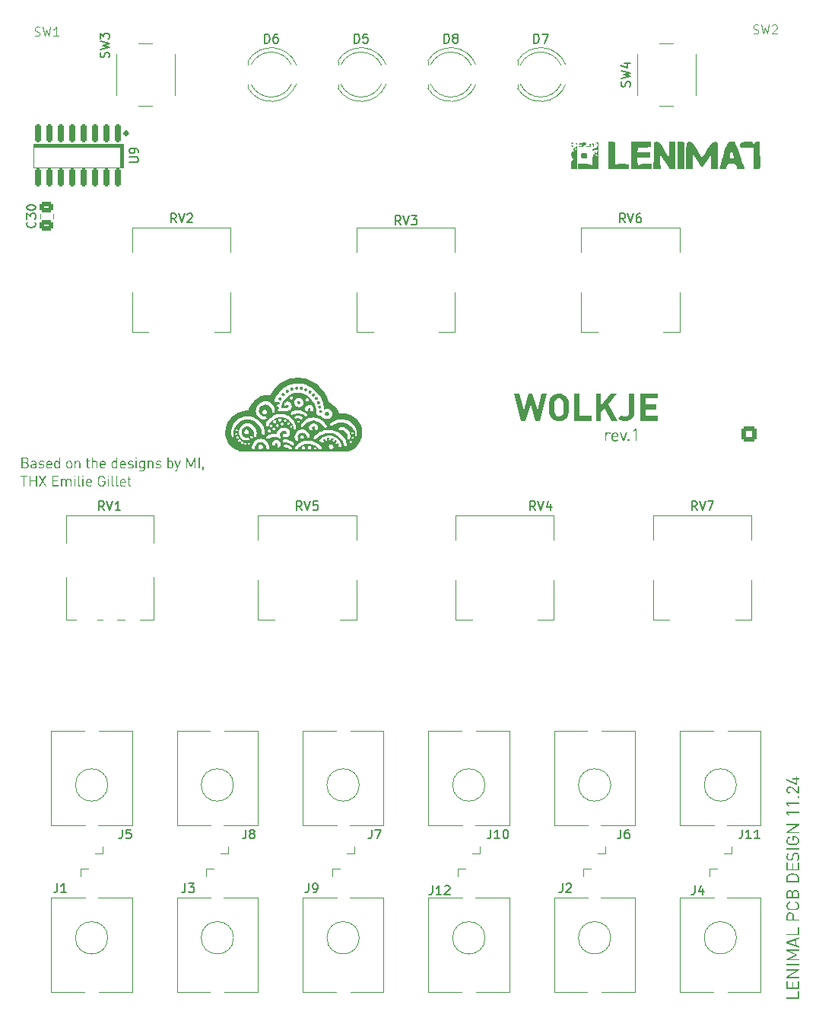
<source format=gto>
G04 #@! TF.GenerationSoftware,KiCad,Pcbnew,8.0.5*
G04 #@! TF.CreationDate,2024-11-24T11:32:17+01:00*
G04 #@! TF.ProjectId,wolkje,776f6c6b-6a65-42e6-9b69-6361645f7063,rev?*
G04 #@! TF.SameCoordinates,Original*
G04 #@! TF.FileFunction,Legend,Top*
G04 #@! TF.FilePolarity,Positive*
%FSLAX46Y46*%
G04 Gerber Fmt 4.6, Leading zero omitted, Abs format (unit mm)*
G04 Created by KiCad (PCBNEW 8.0.5) date 2024-11-24 11:32:17*
%MOMM*%
%LPD*%
G01*
G04 APERTURE LIST*
G04 Aperture macros list*
%AMRoundRect*
0 Rectangle with rounded corners*
0 $1 Rounding radius*
0 $2 $3 $4 $5 $6 $7 $8 $9 X,Y pos of 4 corners*
0 Add a 4 corners polygon primitive as box body*
4,1,4,$2,$3,$4,$5,$6,$7,$8,$9,$2,$3,0*
0 Add four circle primitives for the rounded corners*
1,1,$1+$1,$2,$3*
1,1,$1+$1,$4,$5*
1,1,$1+$1,$6,$7*
1,1,$1+$1,$8,$9*
0 Add four rect primitives between the rounded corners*
20,1,$1+$1,$2,$3,$4,$5,0*
20,1,$1+$1,$4,$5,$6,$7,0*
20,1,$1+$1,$6,$7,$8,$9,0*
20,1,$1+$1,$8,$9,$2,$3,0*%
G04 Aperture macros list end*
%ADD10C,0.150000*%
%ADD11C,0.100000*%
%ADD12C,0.000000*%
%ADD13C,0.120000*%
%ADD14C,0.350000*%
%ADD15O,4.000000X4.000000*%
%ADD16R,1.800000X1.800000*%
%ADD17C,1.800000*%
%ADD18R,1.930000X1.830000*%
%ADD19C,2.130000*%
%ADD20RoundRect,0.150000X-0.150000X0.825000X-0.150000X-0.825000X0.150000X-0.825000X0.150000X0.825000X0*%
%ADD21C,2.000000*%
%ADD22C,3.240000*%
%ADD23RoundRect,0.250000X0.475000X-0.337500X0.475000X0.337500X-0.475000X0.337500X-0.475000X-0.337500X0*%
%ADD24R,1.200000X1.200000*%
%ADD25C,1.200000*%
%ADD26R,1.050000X1.500000*%
%ADD27O,1.050000X1.500000*%
%ADD28R,1.700000X1.700000*%
%ADD29O,1.700000X1.700000*%
%ADD30RoundRect,0.250000X-0.600000X-0.600000X0.600000X-0.600000X0.600000X0.600000X-0.600000X0.600000X0*%
%ADD31C,1.700000*%
%ADD32R,1.600000X1.600000*%
%ADD33C,1.600000*%
G04 APERTURE END LIST*
D10*
G36*
X138762000Y-157935882D02*
G01*
X138628985Y-157935882D01*
X138628985Y-158649169D01*
X137361413Y-158649169D01*
X137361413Y-158798255D01*
X138762000Y-158798255D01*
X138762000Y-157935882D01*
G37*
G36*
X138762000Y-156808848D02*
G01*
X138628985Y-156808848D01*
X138628985Y-157526238D01*
X138127359Y-157526238D01*
X138127359Y-156914849D01*
X137994344Y-156914849D01*
X137994344Y-157526238D01*
X137494770Y-157526238D01*
X137494770Y-156808848D01*
X137361413Y-156808848D01*
X137361413Y-157675324D01*
X138762000Y-157675324D01*
X138762000Y-156808848D01*
G37*
G36*
X138762000Y-155469469D02*
G01*
X137361413Y-155469469D01*
X137361413Y-155618213D01*
X138480925Y-155618213D01*
X137361413Y-156359197D01*
X137361413Y-156500418D01*
X138762000Y-156500418D01*
X138762000Y-156351332D01*
X137639069Y-156351332D01*
X138762000Y-155610690D01*
X138762000Y-155469469D01*
G37*
G36*
X138762000Y-154916552D02*
G01*
X137361413Y-154916552D01*
X137361413Y-155065638D01*
X138762000Y-155065638D01*
X138762000Y-154916552D01*
G37*
G36*
X138762000Y-153317299D02*
G01*
X137361413Y-153317299D01*
X137361413Y-153466385D01*
X138355091Y-153909197D01*
X137361413Y-154363977D01*
X137361413Y-154513063D01*
X138762000Y-154513063D01*
X138762000Y-154363977D01*
X137697882Y-154363977D01*
X138541790Y-153975875D01*
X138541790Y-153848674D01*
X137697882Y-153466385D01*
X138762000Y-153466385D01*
X138762000Y-153317299D01*
G37*
G36*
X138762000Y-152100676D02*
G01*
X138453912Y-152212491D01*
X138453912Y-152822170D01*
X138762000Y-152933642D01*
X138762000Y-153092644D01*
X137361413Y-152579050D01*
X137361413Y-152514424D01*
X137577861Y-152514424D01*
X138324316Y-152777034D01*
X138324316Y-152255575D01*
X137577861Y-152514424D01*
X137361413Y-152514424D01*
X137361413Y-152453558D01*
X138762000Y-151942016D01*
X138762000Y-152100676D01*
G37*
G36*
X138762000Y-150854989D02*
G01*
X138628985Y-150854989D01*
X138628985Y-151568276D01*
X137361413Y-151568276D01*
X137361413Y-151717362D01*
X138762000Y-151717362D01*
X138762000Y-150854989D01*
G37*
G36*
X137800196Y-149157429D02*
G01*
X137889094Y-149169464D01*
X137968168Y-149196602D01*
X138036635Y-149237694D01*
X138093716Y-149291590D01*
X138138627Y-149357140D01*
X138170589Y-149433193D01*
X138188820Y-149518600D01*
X138193011Y-149588101D01*
X138193011Y-149958422D01*
X138762000Y-149958422D01*
X138762000Y-150107508D01*
X137361413Y-150107508D01*
X137361413Y-149601779D01*
X137494770Y-149601779D01*
X137494770Y-149958422D01*
X138059997Y-149958422D01*
X138059997Y-149601779D01*
X138052977Y-149524154D01*
X138031993Y-149455824D01*
X137988531Y-149388323D01*
X137925307Y-149339214D01*
X137857659Y-149314311D01*
X137776528Y-149305659D01*
X137695396Y-149314311D01*
X137627995Y-149339214D01*
X137565252Y-149388323D01*
X137522308Y-149455824D01*
X137501656Y-149524154D01*
X137494770Y-149601779D01*
X137361413Y-149601779D01*
X137361413Y-149588101D01*
X137361878Y-149564451D01*
X137372844Y-149474799D01*
X137397827Y-149393925D01*
X137436089Y-149322980D01*
X137486893Y-149263114D01*
X137549503Y-149215476D01*
X137623180Y-149181217D01*
X137707187Y-149161486D01*
X137776528Y-149156915D01*
X137800196Y-149157429D01*
G37*
G36*
X138367743Y-147954654D02*
G01*
X138367743Y-148103398D01*
X138443374Y-148127046D01*
X138509169Y-148162510D01*
X138563906Y-148208984D01*
X138606366Y-148265663D01*
X138635327Y-148331739D01*
X138649568Y-148406407D01*
X138650869Y-148438499D01*
X138644329Y-148506609D01*
X138621990Y-148578680D01*
X138584842Y-148642940D01*
X138552390Y-148679909D01*
X138490272Y-148727236D01*
X138426554Y-148753120D01*
X138345216Y-148768332D01*
X138258541Y-148774829D01*
X138173695Y-148777120D01*
X138099551Y-148777673D01*
X138072648Y-148777704D01*
X137995345Y-148777394D01*
X137906750Y-148775606D01*
X137832656Y-148771504D01*
X137757038Y-148761889D01*
X137685484Y-148741683D01*
X137618957Y-148702704D01*
X137593249Y-148679909D01*
X137546837Y-148622579D01*
X137514503Y-148555371D01*
X137497343Y-148481387D01*
X137494770Y-148438499D01*
X137502781Y-148360889D01*
X137526000Y-148291962D01*
X137563207Y-148232336D01*
X137613180Y-148182629D01*
X137674699Y-148143459D01*
X137746542Y-148115445D01*
X137777896Y-148107501D01*
X137777896Y-147954654D01*
X137706783Y-147971446D01*
X137641690Y-147995223D01*
X137564630Y-148037149D01*
X137499155Y-148089950D01*
X137445769Y-148152745D01*
X137404978Y-148224651D01*
X137377286Y-148304789D01*
X137363198Y-148392275D01*
X137361413Y-148438499D01*
X137366767Y-148514430D01*
X137382601Y-148587065D01*
X137408578Y-148655634D01*
X137444360Y-148719365D01*
X137489610Y-148777489D01*
X137506738Y-148795484D01*
X137569459Y-148847918D01*
X137636545Y-148884122D01*
X137711511Y-148907103D01*
X137779519Y-148917986D01*
X137856618Y-148923868D01*
X137944607Y-148926289D01*
X138018828Y-148926757D01*
X138072648Y-148926789D01*
X138152137Y-148926681D01*
X138223965Y-148925924D01*
X138309136Y-148922782D01*
X138383843Y-148915794D01*
X138465262Y-148899305D01*
X138536672Y-148871395D01*
X138601595Y-148829060D01*
X138638901Y-148795484D01*
X138687199Y-148739401D01*
X138726098Y-148677453D01*
X138755286Y-148610411D01*
X138774454Y-148539046D01*
X138783289Y-148464128D01*
X138783884Y-148438499D01*
X138779888Y-148370109D01*
X138762386Y-148284486D01*
X138731423Y-148206151D01*
X138687497Y-148136117D01*
X138631105Y-148075399D01*
X138562744Y-148025011D01*
X138482911Y-147985965D01*
X138415806Y-147964735D01*
X138367743Y-147954654D01*
G37*
G36*
X138461979Y-146675660D02*
G01*
X138540999Y-146698131D01*
X138608127Y-146734292D01*
X138663264Y-146783082D01*
X138706317Y-146843445D01*
X138737187Y-146914323D01*
X138755780Y-146994658D01*
X138762000Y-147083391D01*
X138762000Y-147626392D01*
X137361413Y-147626392D01*
X137361413Y-147112798D01*
X137494770Y-147112798D01*
X137494770Y-147477306D01*
X137974170Y-147477306D01*
X137974170Y-147112798D01*
X137973429Y-147097069D01*
X138107526Y-147097069D01*
X138107526Y-147477306D01*
X138628985Y-147477306D01*
X138628985Y-147097069D01*
X138624295Y-147035555D01*
X138605785Y-146967953D01*
X138566359Y-146901757D01*
X138509800Y-146853452D01*
X138437853Y-146824744D01*
X138367401Y-146817020D01*
X138310289Y-146821985D01*
X138236216Y-146847261D01*
X138177453Y-146892418D01*
X138135568Y-146955750D01*
X138114688Y-147021183D01*
X138107526Y-147097069D01*
X137973429Y-147097069D01*
X137972166Y-147070239D01*
X137955933Y-146992405D01*
X137922948Y-146927042D01*
X137872670Y-146877463D01*
X137804559Y-146846983D01*
X137733786Y-146838562D01*
X137689728Y-146841640D01*
X137615712Y-146865017D01*
X137559920Y-146908598D01*
X137521661Y-146969068D01*
X137500246Y-147043113D01*
X137494770Y-147112798D01*
X137361413Y-147112798D01*
X137361413Y-147101172D01*
X137367845Y-147013680D01*
X137386770Y-146934278D01*
X137417637Y-146864069D01*
X137459892Y-146804154D01*
X137512982Y-146755635D01*
X137576355Y-146719615D01*
X137649456Y-146697194D01*
X137731734Y-146689476D01*
X137758672Y-146690496D01*
X137834519Y-146705099D01*
X137901675Y-146735209D01*
X137958543Y-146778501D01*
X138003529Y-146832648D01*
X138035035Y-146895324D01*
X138056659Y-146847265D01*
X138100652Y-146783492D01*
X138157963Y-146731620D01*
X138227967Y-146693813D01*
X138295553Y-146674612D01*
X138371162Y-146667934D01*
X138461979Y-146675660D01*
G37*
G36*
X138199401Y-144863191D02*
G01*
X138278878Y-144867324D01*
X138357826Y-144876382D01*
X138434466Y-144892252D01*
X138507019Y-144916822D01*
X138573705Y-144951978D01*
X138632746Y-144999609D01*
X138640548Y-145007609D01*
X138688573Y-145069792D01*
X138720393Y-145131104D01*
X138743372Y-145199069D01*
X138757309Y-145272985D01*
X138762000Y-145352149D01*
X138762000Y-145830523D01*
X137361413Y-145830523D01*
X137361413Y-145377794D01*
X137494770Y-145377794D01*
X137494770Y-145681437D01*
X138628985Y-145681437D01*
X138628985Y-145377794D01*
X138623487Y-145299645D01*
X138605776Y-145227298D01*
X138574023Y-145161555D01*
X138526403Y-145103217D01*
X138516696Y-145094499D01*
X138446576Y-145053451D01*
X138375535Y-145031888D01*
X138296605Y-145019272D01*
X138213135Y-145013215D01*
X138128476Y-145011332D01*
X138045977Y-145011235D01*
X137965565Y-145011332D01*
X137886195Y-145013215D01*
X137809761Y-145019272D01*
X137738158Y-145031888D01*
X137661277Y-145059048D01*
X137597352Y-145103217D01*
X137590469Y-145110076D01*
X137544932Y-145169384D01*
X137515035Y-145235997D01*
X137498950Y-145309113D01*
X137494770Y-145377794D01*
X137361413Y-145377794D01*
X137361413Y-145352149D01*
X137361545Y-145338620D01*
X137367832Y-145260283D01*
X137383371Y-145187309D01*
X137407933Y-145120404D01*
X137441288Y-145060270D01*
X137491009Y-144999609D01*
X137548683Y-144951978D01*
X137611767Y-144916822D01*
X137679226Y-144892252D01*
X137750028Y-144876382D01*
X137823138Y-144867324D01*
X137897522Y-144863191D01*
X137972146Y-144862095D01*
X138045977Y-144862149D01*
X138121175Y-144862095D01*
X138199401Y-144863191D01*
G37*
G36*
X138762000Y-143645526D02*
G01*
X138628985Y-143645526D01*
X138628985Y-144362916D01*
X138127359Y-144362916D01*
X138127359Y-143751528D01*
X137994344Y-143751528D01*
X137994344Y-144362916D01*
X137494770Y-144362916D01*
X137494770Y-143645526D01*
X137361413Y-143645526D01*
X137361413Y-144512002D01*
X138762000Y-144512002D01*
X138762000Y-143645526D01*
G37*
G36*
X138387233Y-142496266D02*
G01*
X138314089Y-142502099D01*
X138247314Y-142519370D01*
X138179790Y-142552671D01*
X138122749Y-142599950D01*
X138110262Y-142613893D01*
X138068688Y-142672592D01*
X138040779Y-142737544D01*
X138021693Y-142811741D01*
X138011783Y-142868639D01*
X137988189Y-143021486D01*
X137972780Y-143088549D01*
X137946373Y-143155892D01*
X137911595Y-143209553D01*
X137852809Y-143253178D01*
X137781741Y-143271025D01*
X137750541Y-143272470D01*
X137681593Y-143264692D01*
X137610525Y-143235468D01*
X137554142Y-143185631D01*
X137514512Y-143116331D01*
X137495779Y-143044542D01*
X137491009Y-142978401D01*
X137495343Y-142901174D01*
X137508229Y-142833599D01*
X137533837Y-142764343D01*
X137570566Y-142702441D01*
X137610688Y-142652875D01*
X137514602Y-142557131D01*
X137468493Y-142613184D01*
X137424754Y-142682133D01*
X137392997Y-142755259D01*
X137372520Y-142835037D01*
X137363564Y-142908385D01*
X137361413Y-142972588D01*
X137365489Y-143047455D01*
X137377466Y-143116428D01*
X137405078Y-143198670D01*
X137445180Y-143269104D01*
X137496883Y-143326967D01*
X137559297Y-143371498D01*
X137631532Y-143401936D01*
X137712699Y-143417520D01*
X137756354Y-143419504D01*
X137826297Y-143414444D01*
X137897380Y-143396253D01*
X137959207Y-143364793D01*
X138011970Y-143320034D01*
X138017938Y-143313503D01*
X138058446Y-143256330D01*
X138090560Y-143187189D01*
X138112096Y-143115977D01*
X138123939Y-143056706D01*
X138149585Y-142894284D01*
X138162590Y-142822212D01*
X138186542Y-142753446D01*
X138216263Y-142711688D01*
X138274953Y-142668493D01*
X138345106Y-142648462D01*
X138391337Y-142645352D01*
X138462795Y-142654342D01*
X138534694Y-142687842D01*
X138590370Y-142744393D01*
X138623527Y-142807810D01*
X138643920Y-142884912D01*
X138650587Y-142955735D01*
X138650869Y-142974640D01*
X138647959Y-143044687D01*
X138635883Y-143121128D01*
X138612922Y-143191396D01*
X138577467Y-143257749D01*
X138527909Y-143322445D01*
X138497338Y-143354877D01*
X138599578Y-143456775D01*
X138655603Y-143394524D01*
X138700659Y-143329860D01*
X138735351Y-143261273D01*
X138760280Y-143187254D01*
X138776049Y-143106291D01*
X138782474Y-143035506D01*
X138783884Y-142978401D01*
X138779954Y-142899505D01*
X138768347Y-142826232D01*
X138749339Y-142759050D01*
X138712959Y-142679754D01*
X138664565Y-142613220D01*
X138604809Y-142560556D01*
X138534346Y-142522865D01*
X138453828Y-142501255D01*
X138387233Y-142496266D01*
G37*
G36*
X138762000Y-142036357D02*
G01*
X137361413Y-142036357D01*
X137361413Y-142185443D01*
X138762000Y-142185443D01*
X138762000Y-142036357D01*
G37*
G36*
X138261741Y-140705868D02*
G01*
X138039822Y-140705868D01*
X138039822Y-141197578D01*
X138171127Y-141197578D01*
X138171127Y-140854612D01*
X138277471Y-140854612D01*
X138352981Y-140858870D01*
X138426582Y-140874954D01*
X138491202Y-140904796D01*
X138530848Y-140933258D01*
X138582780Y-140987493D01*
X138620351Y-141051441D01*
X138643175Y-141122378D01*
X138650869Y-141197578D01*
X138644329Y-141265688D01*
X138621990Y-141337759D01*
X138584842Y-141402019D01*
X138552390Y-141438988D01*
X138490279Y-141486315D01*
X138426600Y-141512198D01*
X138345359Y-141527411D01*
X138258829Y-141533908D01*
X138174153Y-141536199D01*
X138100173Y-141536752D01*
X138073332Y-141536782D01*
X137995992Y-141536473D01*
X137907503Y-141534685D01*
X137833641Y-141530583D01*
X137758406Y-141520968D01*
X137687301Y-141500761D01*
X137621045Y-141461783D01*
X137595300Y-141438988D01*
X137548493Y-141381658D01*
X137515337Y-141314450D01*
X137497478Y-141240466D01*
X137494770Y-141197578D01*
X137502558Y-141119558D01*
X137525316Y-141049561D01*
X137562136Y-140988449D01*
X137612111Y-140937083D01*
X137674333Y-140896322D01*
X137747894Y-140867029D01*
X137780290Y-140858715D01*
X137780290Y-140709630D01*
X137713067Y-140724804D01*
X137630315Y-140756023D01*
X137556488Y-140799220D01*
X137492750Y-140853766D01*
X137440261Y-140919032D01*
X137400185Y-140994389D01*
X137373682Y-141079207D01*
X137363413Y-141148652D01*
X137361413Y-141197578D01*
X137366767Y-141274143D01*
X137382601Y-141346895D01*
X137408578Y-141415265D01*
X137444360Y-141478685D01*
X137489610Y-141536587D01*
X137506738Y-141554563D01*
X137569482Y-141606996D01*
X137636635Y-141643201D01*
X137711701Y-141666181D01*
X137779809Y-141677065D01*
X137857021Y-141682947D01*
X137945132Y-141685367D01*
X138019447Y-141685836D01*
X138073332Y-141685868D01*
X138152646Y-141685760D01*
X138224332Y-141685003D01*
X138309358Y-141681861D01*
X138383965Y-141674873D01*
X138465307Y-141658384D01*
X138536682Y-141630474D01*
X138601596Y-141588139D01*
X138638901Y-141554563D01*
X138687199Y-141498480D01*
X138726098Y-141436532D01*
X138755286Y-141369490D01*
X138774454Y-141298124D01*
X138783289Y-141223207D01*
X138783884Y-141197578D01*
X138778136Y-141118548D01*
X138760983Y-141042821D01*
X138732560Y-140971252D01*
X138693002Y-140904690D01*
X138642445Y-140843989D01*
X138623172Y-140825205D01*
X138569335Y-140782195D01*
X138500365Y-140745099D01*
X138434283Y-140723620D01*
X138360214Y-140710837D01*
X138291327Y-140706262D01*
X138261741Y-140705868D01*
G37*
G36*
X138762000Y-139328534D02*
G01*
X137361413Y-139328534D01*
X137361413Y-139477278D01*
X138480925Y-139477278D01*
X137361413Y-140218262D01*
X137361413Y-140359483D01*
X138762000Y-140359483D01*
X138762000Y-140210397D01*
X137639069Y-140210397D01*
X138762000Y-139469755D01*
X138762000Y-139328534D01*
G37*
G36*
X138762000Y-137992916D02*
G01*
X137361413Y-137992916D01*
X137361413Y-138134138D01*
X137587778Y-138394696D01*
X137749173Y-138394696D01*
X137519048Y-138134138D01*
X138762000Y-138134138D01*
X138762000Y-137992916D01*
G37*
G36*
X138762000Y-136969832D02*
G01*
X137361413Y-136969832D01*
X137361413Y-137111053D01*
X137587778Y-137371612D01*
X137749173Y-137371612D01*
X137519048Y-137111053D01*
X138762000Y-137111053D01*
X138762000Y-136969832D01*
G37*
G36*
X138762000Y-136236713D02*
G01*
X138578036Y-136236713D01*
X138578036Y-136421018D01*
X138762000Y-136421018D01*
X138762000Y-136236713D01*
G37*
G36*
X138762000Y-135160628D02*
G01*
X138636849Y-135160628D01*
X138636849Y-135760390D01*
X138017254Y-135272442D01*
X137956260Y-135228052D01*
X137890270Y-135191370D01*
X137822468Y-135169122D01*
X137746828Y-135160731D01*
X137736521Y-135160628D01*
X137654921Y-135167731D01*
X137581692Y-135188410D01*
X137517607Y-135221720D01*
X137463440Y-135266714D01*
X137419963Y-135322448D01*
X137387951Y-135387975D01*
X137368177Y-135462350D01*
X137361413Y-135544626D01*
X137368672Y-135628194D01*
X137389666Y-135703206D01*
X137423227Y-135768866D01*
X137468184Y-135824376D01*
X137523367Y-135868938D01*
X137587607Y-135901756D01*
X137659732Y-135922031D01*
X137738573Y-135928967D01*
X137738573Y-135787745D01*
X137662153Y-135779802D01*
X137590076Y-135751461D01*
X137538092Y-135706238D01*
X137500984Y-135637287D01*
X137487759Y-135568713D01*
X137486905Y-135544626D01*
X137497078Y-135465463D01*
X137526305Y-135400641D01*
X137581908Y-135344564D01*
X137645787Y-135314476D01*
X137722598Y-135302111D01*
X137736521Y-135301849D01*
X137810280Y-135310916D01*
X137878713Y-135338506D01*
X137941002Y-135380153D01*
X138636849Y-135931018D01*
X138762000Y-135931018D01*
X138762000Y-135160628D01*
G37*
G36*
X138539397Y-134096168D02*
G01*
X138411853Y-134096168D01*
X138411853Y-134266796D01*
X138014519Y-134266796D01*
X138014519Y-134405966D01*
X138411853Y-134405966D01*
X138411853Y-134811849D01*
X137361413Y-134308171D01*
X137361413Y-134458967D01*
X138411853Y-134962644D01*
X138539397Y-134962644D01*
X138539397Y-134405966D01*
X138762000Y-134405966D01*
X138762000Y-134266796D01*
X138539397Y-134266796D01*
X138539397Y-134096168D01*
G37*
G36*
X117819288Y-95867484D02*
G01*
X117760442Y-95820270D01*
X117698092Y-95791840D01*
X117629545Y-95778909D01*
X117587794Y-95777212D01*
X117515786Y-95784091D01*
X117448466Y-95803969D01*
X117381016Y-95841143D01*
X117327863Y-95892110D01*
X117317320Y-95906808D01*
X117317320Y-95789180D01*
X117176099Y-95789180D01*
X117176099Y-96762000D01*
X117317320Y-96762000D01*
X117317320Y-96164288D01*
X117326581Y-96084914D01*
X117353330Y-96016156D01*
X117396009Y-95961057D01*
X117453065Y-95922660D01*
X117522941Y-95904008D01*
X117548813Y-95902704D01*
X117620136Y-95911161D01*
X117682011Y-95943904D01*
X117715338Y-95974170D01*
X117819288Y-95867484D01*
G37*
G36*
X118344434Y-95781978D02*
G01*
X118425407Y-95802744D01*
X118495901Y-95839229D01*
X118555388Y-95890617D01*
X118603339Y-95956089D01*
X118639224Y-96034830D01*
X118657902Y-96102100D01*
X118669272Y-96176028D01*
X118673112Y-96256270D01*
X118673112Y-96320897D01*
X118022058Y-96320897D01*
X118024687Y-96379129D01*
X118036272Y-96448955D01*
X118063478Y-96523150D01*
X118104476Y-96582124D01*
X118158900Y-96625149D01*
X118226381Y-96651499D01*
X118306552Y-96660443D01*
X118364702Y-96656805D01*
X118438488Y-96637072D01*
X118503125Y-96598990D01*
X118559246Y-96548629D01*
X118655331Y-96634456D01*
X118637006Y-96652363D01*
X118581969Y-96699350D01*
X118514178Y-96741259D01*
X118449243Y-96765962D01*
X118374538Y-96780165D01*
X118302449Y-96783884D01*
X118211208Y-96776623D01*
X118129155Y-96754525D01*
X118057208Y-96717111D01*
X117996284Y-96663905D01*
X117947302Y-96594431D01*
X117918954Y-96531362D01*
X117898226Y-96458672D01*
X117885505Y-96376160D01*
X117881179Y-96283625D01*
X117884291Y-96214896D01*
X118022058Y-96214896D01*
X118531891Y-96214896D01*
X118530333Y-96186603D01*
X118522923Y-96116814D01*
X118502484Y-96047687D01*
X118465880Y-95985464D01*
X118414050Y-95937924D01*
X118350101Y-95907566D01*
X118277145Y-95896891D01*
X118204136Y-95907566D01*
X118140070Y-95937924D01*
X118088122Y-95985464D01*
X118051465Y-96047687D01*
X118041103Y-96076587D01*
X118026905Y-96145869D01*
X118022058Y-96214896D01*
X117884291Y-96214896D01*
X117885108Y-96196862D01*
X117896711Y-96117534D01*
X117915708Y-96045881D01*
X117941820Y-95982143D01*
X117987223Y-95909885D01*
X118044118Y-95852694D01*
X118111844Y-95811139D01*
X118189740Y-95785789D01*
X118277145Y-95777212D01*
X118344434Y-95781978D01*
G37*
G36*
X119631228Y-95799096D02*
G01*
X119478381Y-95799096D01*
X119213719Y-96572223D01*
X118951109Y-95799096D01*
X118798262Y-95799096D01*
X119150802Y-96762000D01*
X119276294Y-96762000D01*
X119631228Y-95799096D01*
G37*
G36*
X119876057Y-96762000D02*
G01*
X119876057Y-96578036D01*
X119691751Y-96578036D01*
X119691751Y-96762000D01*
X119876057Y-96762000D01*
G37*
G36*
X120695345Y-96762000D02*
G01*
X120695345Y-95361413D01*
X120554124Y-95361413D01*
X120293565Y-95587778D01*
X120293565Y-95749173D01*
X120554124Y-95519048D01*
X120554124Y-96762000D01*
X120695345Y-96762000D01*
G37*
G36*
X52698105Y-98585010D02*
G01*
X52766163Y-98601232D01*
X52826343Y-98627689D01*
X52877698Y-98663907D01*
X52919286Y-98709413D01*
X52950161Y-98763732D01*
X52969378Y-98826391D01*
X52975994Y-98896915D01*
X52975120Y-98920005D01*
X52962603Y-98985017D01*
X52936794Y-99042578D01*
X52899687Y-99091323D01*
X52853275Y-99129882D01*
X52799553Y-99156887D01*
X52840746Y-99175422D01*
X52895409Y-99213131D01*
X52939870Y-99262254D01*
X52972276Y-99322258D01*
X52988734Y-99380188D01*
X52994459Y-99444996D01*
X52987837Y-99522839D01*
X52968575Y-99590571D01*
X52937581Y-99648108D01*
X52895760Y-99695369D01*
X52844020Y-99732271D01*
X52783268Y-99758732D01*
X52714410Y-99774669D01*
X52638353Y-99780000D01*
X52172923Y-99780000D01*
X52172923Y-99665987D01*
X52300711Y-99665987D01*
X52626629Y-99665987D01*
X52679354Y-99661967D01*
X52737299Y-99646102D01*
X52794039Y-99612308D01*
X52835443Y-99563828D01*
X52860050Y-99502159D01*
X52866671Y-99441772D01*
X52862415Y-99392819D01*
X52840750Y-99329328D01*
X52802044Y-99278960D01*
X52747759Y-99243058D01*
X52691674Y-99225161D01*
X52626629Y-99219023D01*
X52300711Y-99219023D01*
X52300711Y-99665987D01*
X52172923Y-99665987D01*
X52172923Y-99104717D01*
X52300711Y-99104717D01*
X52613147Y-99104717D01*
X52649626Y-99102999D01*
X52716341Y-99089085D01*
X52772366Y-99060812D01*
X52814862Y-99017717D01*
X52840988Y-98959336D01*
X52848206Y-98898674D01*
X52845568Y-98860910D01*
X52825530Y-98797468D01*
X52788175Y-98749645D01*
X52736344Y-98716852D01*
X52672876Y-98698497D01*
X52613147Y-98693803D01*
X52300711Y-98693803D01*
X52300711Y-99104717D01*
X52172923Y-99104717D01*
X52172923Y-98579497D01*
X52623112Y-98579497D01*
X52698105Y-98585010D01*
G37*
G36*
X53552165Y-98936177D02*
G01*
X53627447Y-98942897D01*
X53692205Y-98958529D01*
X53758424Y-98990513D01*
X53808357Y-99036216D01*
X53842093Y-99095526D01*
X53857477Y-99152693D01*
X53862595Y-99218436D01*
X53862595Y-99788792D01*
X53741842Y-99788792D01*
X53741842Y-99709951D01*
X53735541Y-99716111D01*
X53685355Y-99756329D01*
X53631748Y-99782015D01*
X53569335Y-99795395D01*
X53503265Y-99798757D01*
X53443733Y-99796402D01*
X53377635Y-99785444D01*
X53317955Y-99761335D01*
X53269672Y-99723433D01*
X53234730Y-99674194D01*
X53213801Y-99613597D01*
X53207536Y-99552561D01*
X53207652Y-99550802D01*
X53325066Y-99550802D01*
X53325759Y-99568502D01*
X53342727Y-99627427D01*
X53390132Y-99671448D01*
X53448812Y-99689793D01*
X53514989Y-99694710D01*
X53528133Y-99694641D01*
X53590775Y-99690413D01*
X53648050Y-99674121D01*
X53699637Y-99638143D01*
X53720294Y-99610180D01*
X53737838Y-99552036D01*
X53741842Y-99492770D01*
X53741842Y-99401912D01*
X53510006Y-99401912D01*
X53498517Y-99402062D01*
X53437436Y-99409222D01*
X53376757Y-99435208D01*
X53336446Y-99486363D01*
X53325066Y-99550802D01*
X53207652Y-99550802D01*
X53210181Y-99512605D01*
X53226175Y-99452754D01*
X53256316Y-99402155D01*
X53300214Y-99361760D01*
X53357481Y-99332523D01*
X53427727Y-99315396D01*
X53493007Y-99311053D01*
X53741842Y-99311053D01*
X53741842Y-99228988D01*
X53741663Y-99217384D01*
X53732819Y-99155480D01*
X53704501Y-99099999D01*
X53655008Y-99062563D01*
X53594309Y-99044851D01*
X53529937Y-99040237D01*
X53467497Y-99044187D01*
X53410676Y-99059454D01*
X53360003Y-99092540D01*
X53321842Y-99138129D01*
X53239483Y-99059581D01*
X53246439Y-99050716D01*
X53289843Y-99005674D01*
X53345651Y-98969107D01*
X53409412Y-98947193D01*
X53472291Y-98938034D01*
X53531695Y-98935896D01*
X53552165Y-98936177D01*
G37*
G36*
X54752128Y-99543182D02*
G01*
X54745077Y-99476099D01*
X54719189Y-99413404D01*
X54676293Y-99367910D01*
X54618512Y-99337263D01*
X54560520Y-99321368D01*
X54508569Y-99313984D01*
X54375799Y-99301967D01*
X54316405Y-99291480D01*
X54264534Y-99263939D01*
X54234355Y-99209757D01*
X54231304Y-99177990D01*
X54243179Y-99119839D01*
X54284391Y-99071527D01*
X54345083Y-99045921D01*
X54405065Y-99038634D01*
X54416245Y-99038478D01*
X54478458Y-99042458D01*
X54536303Y-99054708D01*
X54595369Y-99078957D01*
X54636357Y-99105889D01*
X54715198Y-99024996D01*
X54662354Y-98989887D01*
X54601607Y-98963682D01*
X54544212Y-98948168D01*
X54482744Y-98938945D01*
X54418004Y-98935896D01*
X54354273Y-98940103D01*
X54296032Y-98952511D01*
X54232361Y-98979074D01*
X54180526Y-99017342D01*
X54142339Y-99066697D01*
X54119610Y-99126522D01*
X54113775Y-99181507D01*
X54120006Y-99242135D01*
X54143720Y-99302411D01*
X54184786Y-99349262D01*
X54242820Y-99382884D01*
X54303868Y-99400940D01*
X54360851Y-99408946D01*
X54496845Y-99420963D01*
X54558802Y-99433492D01*
X54609525Y-99466465D01*
X54633483Y-99524950D01*
X54634598Y-99544940D01*
X54622893Y-99603337D01*
X54582573Y-99652480D01*
X54525929Y-99680104D01*
X54463074Y-99692374D01*
X54414487Y-99694710D01*
X54349360Y-99690592D01*
X54288665Y-99677589D01*
X54233045Y-99654725D01*
X54183144Y-99621023D01*
X54157445Y-99596524D01*
X54076845Y-99679176D01*
X54129951Y-99722862D01*
X54187376Y-99755652D01*
X54249609Y-99778519D01*
X54317134Y-99792438D01*
X54377801Y-99797902D01*
X54416245Y-99798757D01*
X54488067Y-99794471D01*
X54553055Y-99781781D01*
X54610362Y-99760937D01*
X54669909Y-99723797D01*
X54714486Y-99674798D01*
X54742442Y-99614429D01*
X54752128Y-99543182D01*
G37*
G36*
X55340006Y-98939981D02*
G01*
X55409411Y-98957780D01*
X55469835Y-98989053D01*
X55520824Y-99033100D01*
X55561925Y-99089219D01*
X55592683Y-99156711D01*
X55608693Y-99214371D01*
X55618439Y-99277738D01*
X55621730Y-99346517D01*
X55621730Y-99401912D01*
X55063684Y-99401912D01*
X55065937Y-99451825D01*
X55075868Y-99511675D01*
X55099186Y-99575271D01*
X55134328Y-99625820D01*
X55180977Y-99662699D01*
X55238818Y-99685284D01*
X55307536Y-99692951D01*
X55357379Y-99689833D01*
X55420624Y-99672919D01*
X55476027Y-99640277D01*
X55524131Y-99597110D01*
X55606489Y-99670676D01*
X55590782Y-99686025D01*
X55543608Y-99726300D01*
X55485501Y-99762222D01*
X55429843Y-99783396D01*
X55365810Y-99795570D01*
X55304019Y-99798757D01*
X55225812Y-99792534D01*
X55155481Y-99773593D01*
X55093812Y-99741524D01*
X55041592Y-99695919D01*
X54999608Y-99636369D01*
X54975309Y-99582310D01*
X54957542Y-99520004D01*
X54946639Y-99449280D01*
X54942930Y-99369965D01*
X54945599Y-99311053D01*
X55063684Y-99311053D01*
X55500683Y-99311053D01*
X55499348Y-99286803D01*
X55492997Y-99226983D01*
X55475478Y-99167732D01*
X55444103Y-99114398D01*
X55399677Y-99073649D01*
X55344864Y-99047628D01*
X55282330Y-99038478D01*
X55219751Y-99047628D01*
X55164837Y-99073649D01*
X55120310Y-99114398D01*
X55088890Y-99167732D01*
X55080009Y-99192503D01*
X55067838Y-99251887D01*
X55063684Y-99311053D01*
X54945599Y-99311053D01*
X54946299Y-99295596D01*
X54956244Y-99227601D01*
X54972527Y-99166184D01*
X54994909Y-99111551D01*
X55033825Y-99049616D01*
X55082592Y-99000595D01*
X55140643Y-98964976D01*
X55207412Y-98943248D01*
X55282330Y-98935896D01*
X55340006Y-98939981D01*
G37*
G36*
X56491332Y-99780000D02*
G01*
X56372044Y-99780000D01*
X56372044Y-99689727D01*
X56365696Y-99697725D01*
X56319608Y-99743610D01*
X56263161Y-99776995D01*
X56202317Y-99794004D01*
X56136692Y-99798757D01*
X56098187Y-99796692D01*
X56040715Y-99784976D01*
X55984281Y-99759873D01*
X55935045Y-99717864D01*
X55894613Y-99664993D01*
X55866307Y-99603026D01*
X55850559Y-99546262D01*
X55840722Y-99486398D01*
X55835657Y-99424898D01*
X55834221Y-99363224D01*
X55955268Y-99363224D01*
X55956126Y-99408762D01*
X55962563Y-99481889D01*
X55977684Y-99548576D01*
X56004285Y-99605388D01*
X56045164Y-99648891D01*
X56103118Y-99675650D01*
X56163656Y-99682693D01*
X56210264Y-99678690D01*
X56271738Y-99655692D01*
X56315448Y-99615263D01*
X56344273Y-99560838D01*
X56361090Y-99495851D01*
X56368776Y-99423738D01*
X56370286Y-99363224D01*
X56369471Y-99317610D01*
X56363265Y-99244389D01*
X56348505Y-99177639D01*
X56322312Y-99120790D01*
X56281809Y-99077270D01*
X56224118Y-99050505D01*
X56163656Y-99043461D01*
X56117005Y-99047464D01*
X56055299Y-99070466D01*
X56011229Y-99110910D01*
X55981996Y-99165368D01*
X55964803Y-99230411D01*
X55956853Y-99302613D01*
X55955268Y-99363224D01*
X55834221Y-99363224D01*
X55835657Y-99301432D01*
X55840722Y-99239851D01*
X55850559Y-99179936D01*
X55866307Y-99123143D01*
X55894613Y-99061163D01*
X55935045Y-99008290D01*
X55957669Y-98988967D01*
X56014406Y-98958150D01*
X56075962Y-98941067D01*
X56136692Y-98935896D01*
X56145165Y-98935957D01*
X56209887Y-98941706D01*
X56269604Y-98959830D01*
X56324949Y-98994589D01*
X56370286Y-99041995D01*
X56370286Y-98579497D01*
X56491332Y-98579497D01*
X56491332Y-99780000D01*
G37*
G36*
X57514523Y-98936005D02*
G01*
X57576636Y-98942605D01*
X57639921Y-98961652D01*
X57695018Y-98991414D01*
X57741953Y-99030272D01*
X57763808Y-99055655D01*
X57797931Y-99111041D01*
X57820913Y-99171938D01*
X57834727Y-99237571D01*
X57841342Y-99307163D01*
X57842777Y-99367620D01*
X57842288Y-99404059D01*
X57838811Y-99463149D01*
X57828843Y-99530787D01*
X57810691Y-99594113D01*
X57782385Y-99652338D01*
X57741953Y-99704675D01*
X57736532Y-99709973D01*
X57688577Y-99747727D01*
X57632459Y-99776135D01*
X57568148Y-99793631D01*
X57505136Y-99798757D01*
X57495747Y-99798650D01*
X57433589Y-99792094D01*
X57370204Y-99773148D01*
X57315006Y-99743487D01*
X57268025Y-99704675D01*
X57246170Y-99679292D01*
X57212047Y-99623913D01*
X57189065Y-99563039D01*
X57175251Y-99497458D01*
X57168636Y-99427960D01*
X57167201Y-99367620D01*
X57288248Y-99367620D01*
X57288464Y-99394472D01*
X57291654Y-99457758D01*
X57300987Y-99519229D01*
X57319407Y-99575554D01*
X57355366Y-99629351D01*
X57386804Y-99655752D01*
X57442060Y-99682259D01*
X57505136Y-99691486D01*
X57548055Y-99687341D01*
X57606973Y-99666399D01*
X57656371Y-99629351D01*
X57671933Y-99610790D01*
X57701045Y-99552259D01*
X57714648Y-99493320D01*
X57720487Y-99430663D01*
X57721730Y-99367620D01*
X57721557Y-99340693D01*
X57718732Y-99277284D01*
X57709953Y-99215747D01*
X57692055Y-99159397D01*
X57656371Y-99105596D01*
X57620346Y-99076369D01*
X57563495Y-99051235D01*
X57505136Y-99043461D01*
X57462321Y-99047605D01*
X57404222Y-99068548D01*
X57355366Y-99105596D01*
X57339760Y-99124157D01*
X57310211Y-99182700D01*
X57296046Y-99241678D01*
X57289707Y-99304423D01*
X57288248Y-99367620D01*
X57167201Y-99367620D01*
X57167690Y-99331106D01*
X57171167Y-99271921D01*
X57181135Y-99204211D01*
X57199287Y-99140849D01*
X57227593Y-99082610D01*
X57268025Y-99030272D01*
X57278998Y-99019793D01*
X57328036Y-98983058D01*
X57385283Y-98955822D01*
X57442087Y-98941059D01*
X57505136Y-98935896D01*
X57514523Y-98936005D01*
G37*
G36*
X58751067Y-99780000D02*
G01*
X58751067Y-99245401D01*
X58747147Y-99184639D01*
X58732810Y-99121934D01*
X58707536Y-99066572D01*
X58670887Y-99018718D01*
X58665484Y-99013272D01*
X58617851Y-98976380D01*
X58560488Y-98951085D01*
X58501901Y-98938717D01*
X58453579Y-98935896D01*
X58394779Y-98940732D01*
X58332503Y-98958084D01*
X58276376Y-98988024D01*
X58227330Y-99030525D01*
X58221744Y-99036720D01*
X58221744Y-98954654D01*
X58100697Y-98954654D01*
X58100697Y-99780000D01*
X58221744Y-99780000D01*
X58221744Y-99271779D01*
X58227508Y-99206134D01*
X58248828Y-99141963D01*
X58284494Y-99093765D01*
X58342301Y-99057786D01*
X58404077Y-99044357D01*
X58426908Y-99043461D01*
X58491799Y-99051332D01*
X58545785Y-99074898D01*
X58593225Y-99122137D01*
X58619052Y-99179472D01*
X58629105Y-99239076D01*
X58630020Y-99265917D01*
X58630020Y-99780000D01*
X58751067Y-99780000D01*
G37*
G36*
X59779525Y-99780000D02*
G01*
X59779525Y-99675952D01*
X59715631Y-99675952D01*
X59655241Y-99663031D01*
X59613603Y-99616167D01*
X59603084Y-99554319D01*
X59603084Y-99047271D01*
X59779525Y-99047271D01*
X59779525Y-98954654D01*
X59603084Y-98954654D01*
X59603084Y-98692044D01*
X59482037Y-98692044D01*
X59482037Y-98954654D01*
X59377990Y-98954654D01*
X59377990Y-99047271D01*
X59482037Y-99047271D01*
X59482037Y-99557543D01*
X59489485Y-99623892D01*
X59511821Y-99682154D01*
X59549033Y-99729373D01*
X59601110Y-99762593D01*
X59668040Y-99778857D01*
X59693649Y-99780000D01*
X59779525Y-99780000D01*
G37*
G36*
X60669057Y-99780000D02*
G01*
X60669057Y-99243935D01*
X60663932Y-99176591D01*
X60648830Y-99116299D01*
X60616543Y-99051754D01*
X60570102Y-99000316D01*
X60510307Y-98963145D01*
X60453392Y-98944461D01*
X60388849Y-98936245D01*
X60371570Y-98935896D01*
X60312967Y-98940535D01*
X60251109Y-98957468D01*
X60195132Y-98987258D01*
X60145475Y-99030371D01*
X60139734Y-99036720D01*
X60139734Y-98579497D01*
X60018688Y-98579497D01*
X60018688Y-99780000D01*
X60139734Y-99780000D01*
X60139734Y-99264159D01*
X60145612Y-99201557D01*
X60167287Y-99139809D01*
X60203401Y-99092980D01*
X60261651Y-99057667D01*
X60323564Y-99044355D01*
X60346364Y-99043461D01*
X60411119Y-99051320D01*
X60472557Y-99080229D01*
X60516975Y-99130186D01*
X60540051Y-99189591D01*
X60547785Y-99250684D01*
X60548011Y-99264159D01*
X60548011Y-99780000D01*
X60669057Y-99780000D01*
G37*
G36*
X61314381Y-98939981D02*
G01*
X61383787Y-98957780D01*
X61444211Y-98989053D01*
X61495200Y-99033100D01*
X61536300Y-99089219D01*
X61567059Y-99156711D01*
X61583068Y-99214371D01*
X61592814Y-99277738D01*
X61596106Y-99346517D01*
X61596106Y-99401912D01*
X61038060Y-99401912D01*
X61040312Y-99451825D01*
X61050243Y-99511675D01*
X61073562Y-99575271D01*
X61108703Y-99625820D01*
X61155352Y-99662699D01*
X61213194Y-99685284D01*
X61281912Y-99692951D01*
X61331755Y-99689833D01*
X61395000Y-99672919D01*
X61450403Y-99640277D01*
X61498506Y-99597110D01*
X61580865Y-99670676D01*
X61565158Y-99686025D01*
X61517983Y-99726300D01*
X61459876Y-99762222D01*
X61404218Y-99783396D01*
X61340185Y-99795570D01*
X61278394Y-99798757D01*
X61200188Y-99792534D01*
X61129857Y-99773593D01*
X61068188Y-99741524D01*
X61015968Y-99695919D01*
X60973983Y-99636369D01*
X60949684Y-99582310D01*
X60931918Y-99520004D01*
X60921014Y-99449280D01*
X60917306Y-99369965D01*
X60919974Y-99311053D01*
X61038060Y-99311053D01*
X61475059Y-99311053D01*
X61473723Y-99286803D01*
X61467373Y-99226983D01*
X61449853Y-99167732D01*
X61418478Y-99114398D01*
X61374052Y-99073649D01*
X61319240Y-99047628D01*
X61256706Y-99038478D01*
X61194126Y-99047628D01*
X61139213Y-99073649D01*
X61094686Y-99114398D01*
X61063265Y-99167732D01*
X61054384Y-99192503D01*
X61042214Y-99251887D01*
X61038060Y-99311053D01*
X60919974Y-99311053D01*
X60920674Y-99295596D01*
X60930619Y-99227601D01*
X60946902Y-99166184D01*
X60969284Y-99111551D01*
X61008201Y-99049616D01*
X61056968Y-99000595D01*
X61115019Y-98964976D01*
X61181787Y-98943248D01*
X61256706Y-98935896D01*
X61314381Y-98939981D01*
G37*
G36*
X62883070Y-99780000D02*
G01*
X62763782Y-99780000D01*
X62763782Y-99689727D01*
X62757434Y-99697725D01*
X62711346Y-99743610D01*
X62654898Y-99776995D01*
X62594054Y-99794004D01*
X62528429Y-99798757D01*
X62489925Y-99796692D01*
X62432453Y-99784976D01*
X62376019Y-99759873D01*
X62326782Y-99717864D01*
X62286351Y-99664993D01*
X62258045Y-99603026D01*
X62242296Y-99546262D01*
X62232460Y-99486398D01*
X62227394Y-99424898D01*
X62225959Y-99363224D01*
X62347006Y-99363224D01*
X62347864Y-99408762D01*
X62354301Y-99481889D01*
X62369421Y-99548576D01*
X62396023Y-99605388D01*
X62436902Y-99648891D01*
X62494856Y-99675650D01*
X62555394Y-99682693D01*
X62602002Y-99678690D01*
X62663476Y-99655692D01*
X62707186Y-99615263D01*
X62736011Y-99560838D01*
X62752827Y-99495851D01*
X62760514Y-99423738D01*
X62762023Y-99363224D01*
X62761209Y-99317610D01*
X62755003Y-99244389D01*
X62740242Y-99177639D01*
X62714050Y-99120790D01*
X62673547Y-99077270D01*
X62615856Y-99050505D01*
X62555394Y-99043461D01*
X62508742Y-99047464D01*
X62447037Y-99070466D01*
X62402967Y-99110910D01*
X62373734Y-99165368D01*
X62356541Y-99230411D01*
X62348591Y-99302613D01*
X62347006Y-99363224D01*
X62225959Y-99363224D01*
X62227394Y-99301432D01*
X62232460Y-99239851D01*
X62242296Y-99179936D01*
X62258045Y-99123143D01*
X62286351Y-99061163D01*
X62326782Y-99008290D01*
X62349406Y-98988967D01*
X62406144Y-98958150D01*
X62467700Y-98941067D01*
X62528429Y-98935896D01*
X62536903Y-98935957D01*
X62601624Y-98941706D01*
X62661342Y-98959830D01*
X62716686Y-98994589D01*
X62762023Y-99041995D01*
X62762023Y-98579497D01*
X62883070Y-98579497D01*
X62883070Y-99780000D01*
G37*
G36*
X63537187Y-98939981D02*
G01*
X63606592Y-98957780D01*
X63667016Y-98989053D01*
X63718005Y-99033100D01*
X63759106Y-99089219D01*
X63789864Y-99156711D01*
X63805874Y-99214371D01*
X63815620Y-99277738D01*
X63818911Y-99346517D01*
X63818911Y-99401912D01*
X63260865Y-99401912D01*
X63263118Y-99451825D01*
X63273048Y-99511675D01*
X63296367Y-99575271D01*
X63331509Y-99625820D01*
X63378158Y-99662699D01*
X63435999Y-99685284D01*
X63504717Y-99692951D01*
X63554560Y-99689833D01*
X63617805Y-99672919D01*
X63673208Y-99640277D01*
X63721311Y-99597110D01*
X63803670Y-99670676D01*
X63787963Y-99686025D01*
X63740788Y-99726300D01*
X63682681Y-99762222D01*
X63627024Y-99783396D01*
X63562991Y-99795570D01*
X63501200Y-99798757D01*
X63422993Y-99792534D01*
X63352662Y-99773593D01*
X63290993Y-99741524D01*
X63238773Y-99695919D01*
X63196788Y-99636369D01*
X63172490Y-99582310D01*
X63154723Y-99520004D01*
X63143819Y-99449280D01*
X63140111Y-99369965D01*
X63142779Y-99311053D01*
X63260865Y-99311053D01*
X63697864Y-99311053D01*
X63696529Y-99286803D01*
X63690178Y-99226983D01*
X63672658Y-99167732D01*
X63641284Y-99114398D01*
X63596857Y-99073649D01*
X63542045Y-99047628D01*
X63479511Y-99038478D01*
X63416931Y-99047628D01*
X63362018Y-99073649D01*
X63317491Y-99114398D01*
X63286071Y-99167732D01*
X63277189Y-99192503D01*
X63265019Y-99251887D01*
X63260865Y-99311053D01*
X63142779Y-99311053D01*
X63143479Y-99295596D01*
X63153425Y-99227601D01*
X63169708Y-99166184D01*
X63192090Y-99111551D01*
X63231006Y-99049616D01*
X63279773Y-99000595D01*
X63337824Y-98964976D01*
X63404592Y-98943248D01*
X63479511Y-98935896D01*
X63537187Y-98939981D01*
G37*
G36*
X64671514Y-99543182D02*
G01*
X64664463Y-99476099D01*
X64638575Y-99413404D01*
X64595679Y-99367910D01*
X64537898Y-99337263D01*
X64479906Y-99321368D01*
X64427955Y-99313984D01*
X64295184Y-99301967D01*
X64235791Y-99291480D01*
X64183920Y-99263939D01*
X64153741Y-99209757D01*
X64150690Y-99177990D01*
X64162565Y-99119839D01*
X64203777Y-99071527D01*
X64264469Y-99045921D01*
X64324451Y-99038634D01*
X64335631Y-99038478D01*
X64397844Y-99042458D01*
X64455689Y-99054708D01*
X64514754Y-99078957D01*
X64555743Y-99105889D01*
X64634584Y-99024996D01*
X64581740Y-98989887D01*
X64520993Y-98963682D01*
X64463598Y-98948168D01*
X64402130Y-98938945D01*
X64337390Y-98935896D01*
X64273659Y-98940103D01*
X64215418Y-98952511D01*
X64151747Y-98979074D01*
X64099912Y-99017342D01*
X64061725Y-99066697D01*
X64038996Y-99126522D01*
X64033161Y-99181507D01*
X64039392Y-99242135D01*
X64063106Y-99302411D01*
X64104172Y-99349262D01*
X64162206Y-99382884D01*
X64223254Y-99400940D01*
X64280237Y-99408946D01*
X64416231Y-99420963D01*
X64478188Y-99433492D01*
X64528911Y-99466465D01*
X64552869Y-99524950D01*
X64553984Y-99544940D01*
X64542279Y-99603337D01*
X64501959Y-99652480D01*
X64445315Y-99680104D01*
X64382460Y-99692374D01*
X64333872Y-99694710D01*
X64268746Y-99690592D01*
X64208051Y-99677589D01*
X64152431Y-99654725D01*
X64102530Y-99621023D01*
X64076831Y-99596524D01*
X63996231Y-99679176D01*
X64049337Y-99722862D01*
X64106762Y-99755652D01*
X64168994Y-99778519D01*
X64236520Y-99792438D01*
X64297187Y-99797902D01*
X64335631Y-99798757D01*
X64407453Y-99794471D01*
X64472441Y-99781781D01*
X64529748Y-99760937D01*
X64589295Y-99723797D01*
X64633872Y-99674798D01*
X64661828Y-99614429D01*
X64671514Y-99543182D01*
G37*
G36*
X65028499Y-99780000D02*
G01*
X65028499Y-98954654D01*
X64907452Y-98954654D01*
X64907452Y-99780000D01*
X65028499Y-99780000D01*
G37*
G36*
X65036999Y-98715785D02*
G01*
X65036999Y-98579497D01*
X64900711Y-98579497D01*
X64900711Y-98715785D01*
X65036999Y-98715785D01*
G37*
G36*
X65599117Y-98935957D02*
G01*
X65663504Y-98941739D01*
X65722599Y-98960050D01*
X65777363Y-98995287D01*
X65822484Y-99043461D01*
X65822484Y-98946154D01*
X65941772Y-98946154D01*
X65941772Y-99806378D01*
X65941400Y-99825016D01*
X65932579Y-99896162D01*
X65912365Y-99961009D01*
X65881202Y-100018430D01*
X65839538Y-100067299D01*
X65787818Y-100106489D01*
X65726491Y-100134873D01*
X65656001Y-100151325D01*
X65597390Y-100155157D01*
X65542913Y-100152779D01*
X65477060Y-100140983D01*
X65419158Y-100118427D01*
X65364570Y-100084135D01*
X65316901Y-100044661D01*
X65395743Y-99969043D01*
X65417757Y-99987557D01*
X65470688Y-100023495D01*
X65531261Y-100044180D01*
X65594166Y-100049351D01*
X65649690Y-100044358D01*
X65707403Y-100025088D01*
X65760251Y-99985323D01*
X65796122Y-99930459D01*
X65815987Y-99863732D01*
X65821018Y-99801395D01*
X65821018Y-99672728D01*
X65814674Y-99680566D01*
X65768839Y-99725594D01*
X65713087Y-99758457D01*
X65653269Y-99775273D01*
X65588890Y-99780000D01*
X65558025Y-99778617D01*
X65493548Y-99766173D01*
X65437830Y-99742622D01*
X65389002Y-99706140D01*
X65354902Y-99663999D01*
X65324874Y-99605703D01*
X65305029Y-99540467D01*
X65294974Y-99481940D01*
X65289704Y-99420601D01*
X65288178Y-99357362D01*
X65409225Y-99357362D01*
X65410039Y-99401334D01*
X65416245Y-99472515D01*
X65431006Y-99537953D01*
X65457198Y-99594061D01*
X65497701Y-99637248D01*
X65555392Y-99663926D01*
X65615854Y-99670969D01*
X65647815Y-99669170D01*
X65713092Y-99650101D01*
X65759853Y-99613087D01*
X65791060Y-99561717D01*
X65809680Y-99499580D01*
X65818678Y-99430265D01*
X65821018Y-99357362D01*
X65820247Y-99313383D01*
X65814268Y-99242163D01*
X65799853Y-99176664D01*
X65774036Y-99120489D01*
X65733853Y-99077239D01*
X65676338Y-99050517D01*
X65615854Y-99043461D01*
X65583926Y-99045263D01*
X65518554Y-99064365D01*
X65471521Y-99101436D01*
X65439950Y-99152874D01*
X65420962Y-99215075D01*
X65411679Y-99284439D01*
X65409225Y-99357362D01*
X65288178Y-99357362D01*
X65289132Y-99306551D01*
X65293571Y-99244671D01*
X65302585Y-99185452D01*
X65320908Y-99119176D01*
X65349114Y-99059600D01*
X65389002Y-99008290D01*
X65411625Y-98988967D01*
X65468363Y-98958150D01*
X65529919Y-98941067D01*
X65590648Y-98935896D01*
X65599117Y-98935957D01*
G37*
G36*
X66894319Y-99780000D02*
G01*
X66894319Y-99245401D01*
X66890399Y-99184639D01*
X66876062Y-99121934D01*
X66850788Y-99066572D01*
X66814139Y-99018718D01*
X66808736Y-99013272D01*
X66761102Y-98976380D01*
X66703740Y-98951085D01*
X66645153Y-98938717D01*
X66596831Y-98935896D01*
X66538031Y-98940732D01*
X66475755Y-98958084D01*
X66419628Y-98988024D01*
X66370582Y-99030525D01*
X66364996Y-99036720D01*
X66364996Y-98954654D01*
X66243949Y-98954654D01*
X66243949Y-99780000D01*
X66364996Y-99780000D01*
X66364996Y-99271779D01*
X66370760Y-99206134D01*
X66392080Y-99141963D01*
X66427746Y-99093765D01*
X66485553Y-99057786D01*
X66547328Y-99044357D01*
X66570160Y-99043461D01*
X66635051Y-99051332D01*
X66689037Y-99074898D01*
X66736477Y-99122137D01*
X66762304Y-99179472D01*
X66772357Y-99239076D01*
X66773272Y-99265917D01*
X66773272Y-99780000D01*
X66894319Y-99780000D01*
G37*
G36*
X67784145Y-99543182D02*
G01*
X67777094Y-99476099D01*
X67751206Y-99413404D01*
X67708310Y-99367910D01*
X67650529Y-99337263D01*
X67592537Y-99321368D01*
X67540586Y-99313984D01*
X67407815Y-99301967D01*
X67348422Y-99291480D01*
X67296550Y-99263939D01*
X67266372Y-99209757D01*
X67263321Y-99177990D01*
X67275196Y-99119839D01*
X67316408Y-99071527D01*
X67377100Y-99045921D01*
X67437081Y-99038634D01*
X67448262Y-99038478D01*
X67510475Y-99042458D01*
X67568319Y-99054708D01*
X67627385Y-99078957D01*
X67668374Y-99105889D01*
X67747215Y-99024996D01*
X67694371Y-98989887D01*
X67633624Y-98963682D01*
X67576229Y-98948168D01*
X67514761Y-98938945D01*
X67450020Y-98935896D01*
X67386290Y-98940103D01*
X67328049Y-98952511D01*
X67264378Y-98979074D01*
X67212543Y-99017342D01*
X67174356Y-99066697D01*
X67151627Y-99126522D01*
X67145792Y-99181507D01*
X67152023Y-99242135D01*
X67175737Y-99302411D01*
X67216803Y-99349262D01*
X67274837Y-99382884D01*
X67335885Y-99400940D01*
X67392868Y-99408946D01*
X67528862Y-99420963D01*
X67590819Y-99433492D01*
X67641542Y-99466465D01*
X67665500Y-99524950D01*
X67666615Y-99544940D01*
X67654910Y-99603337D01*
X67614590Y-99652480D01*
X67557946Y-99680104D01*
X67495091Y-99692374D01*
X67446503Y-99694710D01*
X67381377Y-99690592D01*
X67320682Y-99677589D01*
X67265061Y-99654725D01*
X67215161Y-99621023D01*
X67189462Y-99596524D01*
X67108862Y-99679176D01*
X67161968Y-99722862D01*
X67219393Y-99755652D01*
X67281625Y-99778519D01*
X67349151Y-99792438D01*
X67409818Y-99797902D01*
X67448262Y-99798757D01*
X67520084Y-99794471D01*
X67585071Y-99781781D01*
X67642379Y-99760937D01*
X67701926Y-99723797D01*
X67746503Y-99674798D01*
X67774459Y-99614429D01*
X67784145Y-99543182D01*
G37*
G36*
X68558492Y-99041995D02*
G01*
X68564810Y-99034135D01*
X68610530Y-98989188D01*
X68666386Y-98956742D01*
X68726695Y-98940398D01*
X68792086Y-98935896D01*
X68823110Y-98937216D01*
X68888189Y-98949194D01*
X68944556Y-98972148D01*
X68993733Y-99008290D01*
X69034165Y-99061163D01*
X69062471Y-99123143D01*
X69078219Y-99179936D01*
X69088056Y-99239851D01*
X69093121Y-99301432D01*
X69094556Y-99363224D01*
X69094556Y-99367620D01*
X69093121Y-99430116D01*
X69088056Y-99492417D01*
X69078219Y-99553041D01*
X69062471Y-99610505D01*
X69034165Y-99673204D01*
X68993733Y-99726657D01*
X68971127Y-99745961D01*
X68914474Y-99776664D01*
X68852939Y-99793633D01*
X68792086Y-99798757D01*
X68766928Y-99798142D01*
X68703517Y-99788926D01*
X68644952Y-99764776D01*
X68597187Y-99727506D01*
X68558492Y-99680935D01*
X68558492Y-99780000D01*
X68437445Y-99780000D01*
X68437445Y-99367620D01*
X68558492Y-99367620D01*
X68560077Y-99428996D01*
X68565787Y-99487961D01*
X68580908Y-99555567D01*
X68607509Y-99613150D01*
X68648388Y-99657236D01*
X68706342Y-99684350D01*
X68766880Y-99691486D01*
X68827342Y-99684350D01*
X68885033Y-99657236D01*
X68925536Y-99613150D01*
X68951729Y-99555567D01*
X68966489Y-99487961D01*
X68972000Y-99428996D01*
X68973510Y-99367620D01*
X68972000Y-99306147D01*
X68966489Y-99247109D01*
X68951729Y-99179441D01*
X68925536Y-99121821D01*
X68885033Y-99077717D01*
X68827342Y-99050597D01*
X68766880Y-99043461D01*
X68706342Y-99050597D01*
X68648388Y-99077717D01*
X68607509Y-99121821D01*
X68580908Y-99179441D01*
X68565787Y-99247109D01*
X68560077Y-99306147D01*
X68558492Y-99367620D01*
X68437445Y-99367620D01*
X68437445Y-98579497D01*
X68558492Y-98579497D01*
X68558492Y-99041995D01*
G37*
G36*
X69934556Y-98954654D02*
G01*
X69803545Y-98954654D01*
X69578450Y-99618799D01*
X69351598Y-98954654D01*
X69220586Y-98954654D01*
X69517780Y-99765052D01*
X69459162Y-99926545D01*
X69432547Y-99983845D01*
X69386327Y-100020566D01*
X69322875Y-100029127D01*
X69285945Y-100029127D01*
X69285945Y-100136399D01*
X69338115Y-100136399D01*
X69398038Y-100130612D01*
X69454383Y-100111298D01*
X69499316Y-100079539D01*
X69536548Y-100030232D01*
X69558227Y-99981939D01*
X69934556Y-98954654D01*
G37*
G36*
X71567662Y-99780000D02*
G01*
X71567662Y-98579497D01*
X71439874Y-98579497D01*
X71060321Y-99431221D01*
X70670509Y-98579497D01*
X70542721Y-98579497D01*
X70542721Y-99780000D01*
X70670509Y-99780000D01*
X70670509Y-98867899D01*
X71003168Y-99591249D01*
X71112198Y-99591249D01*
X71439874Y-98867899D01*
X71439874Y-99780000D01*
X71567662Y-99780000D01*
G37*
G36*
X72041004Y-99780000D02*
G01*
X72041004Y-98579497D01*
X71913217Y-98579497D01*
X71913217Y-99780000D01*
X72041004Y-99780000D01*
G37*
G36*
X72509364Y-99889909D02*
G01*
X72509364Y-99629937D01*
X72361646Y-99629937D01*
X72361646Y-100023852D01*
X72509364Y-99889909D01*
G37*
G36*
X52870188Y-100709803D02*
G01*
X52870188Y-100595497D01*
X52050118Y-100595497D01*
X52050118Y-100709803D01*
X52396259Y-100709803D01*
X52396259Y-101796000D01*
X52524047Y-101796000D01*
X52524047Y-100709803D01*
X52870188Y-100709803D01*
G37*
G36*
X53916524Y-101796000D02*
G01*
X53916524Y-100595497D01*
X53788736Y-100595497D01*
X53788736Y-101138009D01*
X53221018Y-101138009D01*
X53221018Y-100595497D01*
X53093230Y-100595497D01*
X53093230Y-101796000D01*
X53221018Y-101796000D01*
X53221018Y-101252022D01*
X53788736Y-101252022D01*
X53788736Y-101796000D01*
X53916524Y-101796000D01*
G37*
G36*
X54989532Y-101796000D02*
G01*
X54619944Y-101180801D01*
X54964326Y-100595497D01*
X54816608Y-100595497D01*
X54551067Y-101069426D01*
X54285526Y-100595497D01*
X54137808Y-100595497D01*
X54480432Y-101180801D01*
X54114068Y-101796000D01*
X54258562Y-101796000D01*
X54551067Y-101291882D01*
X54841814Y-101796000D01*
X54989532Y-101796000D01*
G37*
G36*
X56347131Y-101796000D02*
G01*
X56347131Y-101681987D01*
X55732226Y-101681987D01*
X55732226Y-101252022D01*
X56256273Y-101252022D01*
X56256273Y-101138009D01*
X55732226Y-101138009D01*
X55732226Y-100709803D01*
X56347131Y-100709803D01*
X56347131Y-100595497D01*
X55604438Y-100595497D01*
X55604438Y-101796000D01*
X56347131Y-101796000D01*
G37*
G36*
X57772435Y-101796000D02*
G01*
X57772435Y-101261401D01*
X57768117Y-101200639D01*
X57752686Y-101137934D01*
X57726193Y-101082572D01*
X57688774Y-101034718D01*
X57683335Y-101029272D01*
X57635419Y-100993146D01*
X57577469Y-100967653D01*
X57518422Y-100954868D01*
X57469965Y-100951896D01*
X57407324Y-100956850D01*
X57349799Y-100971618D01*
X57289463Y-101001067D01*
X57236773Y-101043464D01*
X57197976Y-101089942D01*
X57159480Y-101036622D01*
X57110724Y-100996062D01*
X57052553Y-100968481D01*
X56985815Y-100954101D01*
X56944159Y-100951896D01*
X56885143Y-100956732D01*
X56822286Y-100974084D01*
X56765535Y-101004024D01*
X56716156Y-101046525D01*
X56710565Y-101052720D01*
X56710565Y-100970654D01*
X56589518Y-100970654D01*
X56589518Y-101796000D01*
X56710565Y-101796000D01*
X56710565Y-101287779D01*
X56716443Y-101222134D01*
X56738117Y-101157963D01*
X56774232Y-101109765D01*
X56832482Y-101073786D01*
X56894394Y-101060357D01*
X56917194Y-101059461D01*
X56982112Y-101067332D01*
X57036164Y-101090898D01*
X57083698Y-101138137D01*
X57109595Y-101195472D01*
X57119681Y-101255076D01*
X57120600Y-101281917D01*
X57120600Y-101796000D01*
X57241646Y-101796000D01*
X57241646Y-101268142D01*
X57250342Y-101199799D01*
X57275109Y-101144025D01*
X57321669Y-101095940D01*
X57374455Y-101070224D01*
X57437033Y-101059684D01*
X57448276Y-101059461D01*
X57513167Y-101067332D01*
X57567153Y-101090898D01*
X57614593Y-101138137D01*
X57640420Y-101195472D01*
X57650472Y-101255076D01*
X57651388Y-101281917D01*
X57651388Y-101796000D01*
X57772435Y-101796000D01*
G37*
G36*
X58186573Y-101796000D02*
G01*
X58186573Y-100970654D01*
X58065526Y-100970654D01*
X58065526Y-101796000D01*
X58186573Y-101796000D01*
G37*
G36*
X58195073Y-100731785D02*
G01*
X58195073Y-100595497D01*
X58058785Y-100595497D01*
X58058785Y-100731785D01*
X58195073Y-100731785D01*
G37*
G36*
X58784187Y-101796000D02*
G01*
X58784187Y-101691952D01*
X58718534Y-101691952D01*
X58660508Y-101682354D01*
X58618450Y-101639695D01*
X58607825Y-101578077D01*
X58607745Y-101570612D01*
X58607745Y-100595497D01*
X58486699Y-100595497D01*
X58486699Y-101575595D01*
X58493710Y-101642843D01*
X58515091Y-101700845D01*
X58551365Y-101747154D01*
X58603051Y-101779325D01*
X58670673Y-101794912D01*
X58696845Y-101796000D01*
X58784187Y-101796000D01*
G37*
G36*
X59109225Y-101796000D02*
G01*
X59109225Y-100970654D01*
X58988178Y-100970654D01*
X58988178Y-101796000D01*
X59109225Y-101796000D01*
G37*
G36*
X59117725Y-100731785D02*
G01*
X59117725Y-100595497D01*
X58981437Y-100595497D01*
X58981437Y-100731785D01*
X59117725Y-100731785D01*
G37*
G36*
X59764514Y-100955981D02*
G01*
X59833920Y-100973780D01*
X59894343Y-101005053D01*
X59945332Y-101049100D01*
X59986433Y-101105219D01*
X60017192Y-101172711D01*
X60033201Y-101230371D01*
X60042947Y-101293738D01*
X60046238Y-101362517D01*
X60046238Y-101417912D01*
X59488192Y-101417912D01*
X59490445Y-101467825D01*
X59500376Y-101527675D01*
X59523695Y-101591271D01*
X59558836Y-101641820D01*
X59605485Y-101678699D01*
X59663326Y-101701284D01*
X59732044Y-101708951D01*
X59781887Y-101705833D01*
X59845132Y-101688919D01*
X59900535Y-101656277D01*
X59948639Y-101613110D01*
X60030997Y-101686676D01*
X60015290Y-101702025D01*
X59968116Y-101742300D01*
X59910009Y-101778222D01*
X59854351Y-101799396D01*
X59790318Y-101811570D01*
X59728527Y-101814757D01*
X59650320Y-101808534D01*
X59579989Y-101789593D01*
X59518320Y-101757524D01*
X59466100Y-101711919D01*
X59424116Y-101652369D01*
X59399817Y-101598310D01*
X59382050Y-101536004D01*
X59371147Y-101465280D01*
X59367438Y-101385965D01*
X59370107Y-101327053D01*
X59488192Y-101327053D01*
X59925191Y-101327053D01*
X59923856Y-101302803D01*
X59917505Y-101242983D01*
X59899986Y-101183732D01*
X59868611Y-101130398D01*
X59824185Y-101089649D01*
X59769372Y-101063628D01*
X59706838Y-101054478D01*
X59644259Y-101063628D01*
X59589345Y-101089649D01*
X59544818Y-101130398D01*
X59513398Y-101183732D01*
X59504517Y-101208503D01*
X59492346Y-101267887D01*
X59488192Y-101327053D01*
X59370107Y-101327053D01*
X59370807Y-101311596D01*
X59380752Y-101243601D01*
X59397035Y-101182184D01*
X59419417Y-101127551D01*
X59458333Y-101065616D01*
X59507101Y-101016595D01*
X59565151Y-100980976D01*
X59631920Y-100959248D01*
X59706838Y-100951896D01*
X59764514Y-100955981D01*
G37*
G36*
X61536315Y-101367207D02*
G01*
X61536315Y-101176990D01*
X61114849Y-101176990D01*
X61114849Y-101289538D01*
X61408820Y-101289538D01*
X61408820Y-101380689D01*
X61405170Y-101445412D01*
X61391385Y-101508499D01*
X61365806Y-101563888D01*
X61341409Y-101597870D01*
X61294922Y-101642383D01*
X61240109Y-101674586D01*
X61179307Y-101694150D01*
X61114849Y-101700745D01*
X61056469Y-101695139D01*
X60994695Y-101675991D01*
X60939614Y-101644150D01*
X60907927Y-101616334D01*
X60867360Y-101563096D01*
X60845175Y-101508514D01*
X60832135Y-101438879D01*
X60826567Y-101364711D01*
X60824603Y-101292131D01*
X60824129Y-101228719D01*
X60824103Y-101205713D01*
X60824368Y-101139422D01*
X60825901Y-101063574D01*
X60829417Y-101000264D01*
X60837658Y-100935776D01*
X60854978Y-100874829D01*
X60888388Y-100818039D01*
X60907927Y-100795972D01*
X60957066Y-100755851D01*
X61014674Y-100727432D01*
X61078089Y-100712124D01*
X61114849Y-100709803D01*
X61181724Y-100716478D01*
X61241721Y-100735985D01*
X61294103Y-100767545D01*
X61338131Y-100810381D01*
X61373069Y-100863714D01*
X61398177Y-100926766D01*
X61405303Y-100954534D01*
X61533091Y-100954534D01*
X61520084Y-100896915D01*
X61493325Y-100825984D01*
X61456299Y-100762704D01*
X61409546Y-100708071D01*
X61353603Y-100663081D01*
X61289012Y-100628730D01*
X61216310Y-100606013D01*
X61156786Y-100597211D01*
X61114849Y-100595497D01*
X61049222Y-100600086D01*
X60986864Y-100613658D01*
X60928261Y-100635924D01*
X60873901Y-100666595D01*
X60824270Y-100705380D01*
X60808862Y-100720061D01*
X60763919Y-100773842D01*
X60732887Y-100831401D01*
X60713189Y-100895744D01*
X60703861Y-100954122D01*
X60698819Y-101020303D01*
X60696744Y-101095827D01*
X60696342Y-101159526D01*
X60696315Y-101205713D01*
X60696408Y-101273697D01*
X60697057Y-101335142D01*
X60699750Y-101408021D01*
X60705740Y-101471970D01*
X60719873Y-101541692D01*
X60743796Y-101602871D01*
X60780083Y-101658511D01*
X60808862Y-101690487D01*
X60856933Y-101731885D01*
X60910032Y-101765227D01*
X60967497Y-101790245D01*
X61028667Y-101806674D01*
X61092882Y-101814247D01*
X61114849Y-101814757D01*
X61182590Y-101809831D01*
X61247498Y-101795128D01*
X61308843Y-101770766D01*
X61365896Y-101736859D01*
X61417925Y-101693524D01*
X61434026Y-101677004D01*
X61470892Y-101630859D01*
X61502689Y-101571742D01*
X61521099Y-101515100D01*
X61532056Y-101451612D01*
X61535978Y-101392566D01*
X61536315Y-101367207D01*
G37*
G36*
X61932281Y-101796000D02*
G01*
X61932281Y-100970654D01*
X61811235Y-100970654D01*
X61811235Y-101796000D01*
X61932281Y-101796000D01*
G37*
G36*
X61940781Y-100731785D02*
G01*
X61940781Y-100595497D01*
X61804494Y-100595497D01*
X61804494Y-100731785D01*
X61940781Y-100731785D01*
G37*
G36*
X62529895Y-101796000D02*
G01*
X62529895Y-101691952D01*
X62464242Y-101691952D01*
X62406216Y-101682354D01*
X62364159Y-101639695D01*
X62353533Y-101578077D01*
X62353454Y-101570612D01*
X62353454Y-100595497D01*
X62232407Y-100595497D01*
X62232407Y-101575595D01*
X62239418Y-101642843D01*
X62260800Y-101700845D01*
X62297073Y-101747154D01*
X62348760Y-101779325D01*
X62416382Y-101794912D01*
X62442554Y-101796000D01*
X62529895Y-101796000D01*
G37*
G36*
X63028150Y-101796000D02*
G01*
X63028150Y-101691952D01*
X62962498Y-101691952D01*
X62904471Y-101682354D01*
X62862414Y-101639695D01*
X62851788Y-101578077D01*
X62851709Y-101570612D01*
X62851709Y-100595497D01*
X62730662Y-100595497D01*
X62730662Y-101575595D01*
X62737674Y-101642843D01*
X62759055Y-101700845D01*
X62795328Y-101747154D01*
X62847015Y-101779325D01*
X62914637Y-101794912D01*
X62940809Y-101796000D01*
X63028150Y-101796000D01*
G37*
G36*
X63541876Y-100955981D02*
G01*
X63611282Y-100973780D01*
X63671706Y-101005053D01*
X63722694Y-101049100D01*
X63763795Y-101105219D01*
X63794554Y-101172711D01*
X63810563Y-101230371D01*
X63820309Y-101293738D01*
X63823600Y-101362517D01*
X63823600Y-101417912D01*
X63265554Y-101417912D01*
X63267807Y-101467825D01*
X63277738Y-101527675D01*
X63301057Y-101591271D01*
X63336198Y-101641820D01*
X63382847Y-101678699D01*
X63440688Y-101701284D01*
X63509406Y-101708951D01*
X63559249Y-101705833D01*
X63622494Y-101688919D01*
X63677897Y-101656277D01*
X63726001Y-101613110D01*
X63808360Y-101686676D01*
X63792653Y-101702025D01*
X63745478Y-101742300D01*
X63687371Y-101778222D01*
X63631713Y-101799396D01*
X63567680Y-101811570D01*
X63505889Y-101814757D01*
X63427682Y-101808534D01*
X63357351Y-101789593D01*
X63295683Y-101757524D01*
X63243463Y-101711919D01*
X63201478Y-101652369D01*
X63177179Y-101598310D01*
X63159412Y-101536004D01*
X63148509Y-101465280D01*
X63144801Y-101385965D01*
X63147469Y-101327053D01*
X63265554Y-101327053D01*
X63702554Y-101327053D01*
X63701218Y-101302803D01*
X63694867Y-101242983D01*
X63677348Y-101183732D01*
X63645973Y-101130398D01*
X63601547Y-101089649D01*
X63546734Y-101063628D01*
X63484200Y-101054478D01*
X63421621Y-101063628D01*
X63366707Y-101089649D01*
X63322180Y-101130398D01*
X63290760Y-101183732D01*
X63281879Y-101208503D01*
X63269708Y-101267887D01*
X63265554Y-101327053D01*
X63147469Y-101327053D01*
X63148169Y-101311596D01*
X63158114Y-101243601D01*
X63174397Y-101182184D01*
X63196779Y-101127551D01*
X63235696Y-101065616D01*
X63284463Y-101016595D01*
X63342514Y-100980976D01*
X63409282Y-100959248D01*
X63484200Y-100951896D01*
X63541876Y-100955981D01*
G37*
G36*
X64397473Y-101796000D02*
G01*
X64397473Y-101691952D01*
X64333579Y-101691952D01*
X64273189Y-101679031D01*
X64231551Y-101632167D01*
X64221032Y-101570319D01*
X64221032Y-101063271D01*
X64397473Y-101063271D01*
X64397473Y-100970654D01*
X64221032Y-100970654D01*
X64221032Y-100708044D01*
X64099986Y-100708044D01*
X64099986Y-100970654D01*
X63995938Y-100970654D01*
X63995938Y-101063271D01*
X64099986Y-101063271D01*
X64099986Y-101573543D01*
X64107433Y-101639892D01*
X64129769Y-101698154D01*
X64166981Y-101745373D01*
X64219059Y-101778593D01*
X64285989Y-101794857D01*
X64311598Y-101796000D01*
X64397473Y-101796000D01*
G37*
G36*
X110700279Y-91488743D02*
G01*
X110091381Y-91488743D01*
X109624633Y-93381381D01*
X109078750Y-91488743D01*
X108642044Y-91488743D01*
X108096161Y-93381381D01*
X107633810Y-91488743D01*
X107024912Y-91488743D01*
X107822854Y-94490000D01*
X108310118Y-94490000D01*
X108860397Y-92669169D01*
X109410676Y-94490000D01*
X109897941Y-94490000D01*
X110700279Y-91488743D01*
G37*
G36*
X112126730Y-91491833D02*
G01*
X112273332Y-91510462D01*
X112434812Y-91554336D01*
X112582014Y-91620728D01*
X112716504Y-91708622D01*
X112839846Y-91817006D01*
X112917118Y-91904087D01*
X112997625Y-92026748D01*
X113067191Y-92191762D01*
X113102438Y-92334129D01*
X113123499Y-92486594D01*
X113134025Y-92649981D01*
X113137664Y-92825114D01*
X113138066Y-93012819D01*
X113138042Y-93108423D01*
X113136477Y-93289950D01*
X113129851Y-93459262D01*
X113114513Y-93617192D01*
X113086815Y-93764574D01*
X113029251Y-93935236D01*
X112939544Y-94092344D01*
X112839846Y-94209364D01*
X112779471Y-94266036D01*
X112650750Y-94364179D01*
X112510100Y-94441258D01*
X112355955Y-94496317D01*
X112186749Y-94528400D01*
X112033112Y-94536894D01*
X111939572Y-94533823D01*
X111792628Y-94515290D01*
X111630226Y-94471600D01*
X111481898Y-94405411D01*
X111346457Y-94317680D01*
X111222714Y-94209364D01*
X111169545Y-94151756D01*
X111083225Y-94031023D01*
X111008026Y-93868689D01*
X110962321Y-93692150D01*
X110942066Y-93539598D01*
X110932244Y-93376080D01*
X110929103Y-93200765D01*
X110928890Y-93012819D01*
X111512875Y-93012819D01*
X111512962Y-93065743D01*
X111515228Y-93253246D01*
X111521036Y-93405802D01*
X111534245Y-93554991D01*
X111572054Y-93720856D01*
X111655024Y-93856189D01*
X111737532Y-93929288D01*
X111878784Y-93995309D01*
X112033112Y-94016657D01*
X112147154Y-94005185D01*
X112294154Y-93949466D01*
X112407536Y-93856189D01*
X112454807Y-93794279D01*
X112514003Y-93647249D01*
X112537467Y-93500301D01*
X112548768Y-93333579D01*
X112553156Y-93164176D01*
X112554082Y-93012819D01*
X112553982Y-92959959D01*
X112551440Y-92772639D01*
X112545073Y-92620171D01*
X112530923Y-92471013D01*
X112491526Y-92305167D01*
X112407536Y-92170181D01*
X112325859Y-92097083D01*
X112186764Y-92031061D01*
X112033112Y-92009713D01*
X111918806Y-92021185D01*
X111769759Y-92076904D01*
X111655024Y-92170181D01*
X111608041Y-92231844D01*
X111550346Y-92378756D01*
X111528099Y-92525697D01*
X111517650Y-92692360D01*
X111513692Y-92861631D01*
X111512875Y-93012819D01*
X110928890Y-93012819D01*
X110928865Y-92917344D01*
X110930073Y-92736028D01*
X110936086Y-92566870D01*
X110950655Y-92409048D01*
X110977533Y-92261735D01*
X111034156Y-92091118D01*
X111123205Y-91934025D01*
X111222714Y-91817006D01*
X111283198Y-91760316D01*
X111412641Y-91662050D01*
X111554377Y-91584780D01*
X111709593Y-91529521D01*
X111879478Y-91497286D01*
X112033112Y-91488743D01*
X112126730Y-91491833D01*
G37*
G36*
X115672575Y-94490000D02*
G01*
X115672575Y-93969762D01*
X114315561Y-93969762D01*
X114315561Y-91488743D01*
X113731577Y-91488743D01*
X113731577Y-94490000D01*
X115672575Y-94490000D01*
G37*
G36*
X118566120Y-94490000D02*
G01*
X117503663Y-92681625D01*
X118495045Y-91488743D01*
X117785031Y-91488743D01*
X116730635Y-92795931D01*
X116730635Y-91488743D01*
X116146650Y-91488743D01*
X116146650Y-94490000D01*
X116730635Y-94490000D01*
X116730635Y-93588011D01*
X117116782Y-93124926D01*
X117886147Y-94490000D01*
X118566120Y-94490000D01*
G37*
G36*
X120441905Y-93522798D02*
G01*
X120441905Y-91488743D01*
X119857920Y-91488743D01*
X119857920Y-93497152D01*
X119844715Y-93647629D01*
X119795857Y-93794010D01*
X119697516Y-93918009D01*
X119559651Y-93992072D01*
X119414000Y-94016156D01*
X119387508Y-94016657D01*
X119232562Y-93996836D01*
X119097631Y-93929036D01*
X119005024Y-93845931D01*
X118618876Y-94230614D01*
X118744771Y-94341594D01*
X118874570Y-94425411D01*
X119012328Y-94484266D01*
X119162103Y-94520362D01*
X119327952Y-94535902D01*
X119387508Y-94536894D01*
X119541526Y-94527742D01*
X119690513Y-94500384D01*
X119832260Y-94454970D01*
X119964558Y-94391646D01*
X120122435Y-94279615D01*
X120254346Y-94136362D01*
X120333088Y-94008645D01*
X120392069Y-93863714D01*
X120429077Y-93701715D01*
X120441905Y-93522798D01*
G37*
G36*
X123070202Y-94490000D02*
G01*
X123070202Y-93969762D01*
X121683879Y-93969762D01*
X121683879Y-93228974D01*
X122864305Y-93228974D01*
X122864305Y-92708004D01*
X121683879Y-92708004D01*
X121683879Y-92009713D01*
X123070202Y-92009713D01*
X123070202Y-91488743D01*
X121099895Y-91488743D01*
X121099895Y-94490000D01*
X123070202Y-94490000D01*
G37*
X94404761Y-72704819D02*
X94071428Y-72228628D01*
X93833333Y-72704819D02*
X93833333Y-71704819D01*
X93833333Y-71704819D02*
X94214285Y-71704819D01*
X94214285Y-71704819D02*
X94309523Y-71752438D01*
X94309523Y-71752438D02*
X94357142Y-71800057D01*
X94357142Y-71800057D02*
X94404761Y-71895295D01*
X94404761Y-71895295D02*
X94404761Y-72038152D01*
X94404761Y-72038152D02*
X94357142Y-72133390D01*
X94357142Y-72133390D02*
X94309523Y-72181009D01*
X94309523Y-72181009D02*
X94214285Y-72228628D01*
X94214285Y-72228628D02*
X93833333Y-72228628D01*
X94690476Y-71704819D02*
X95023809Y-72704819D01*
X95023809Y-72704819D02*
X95357142Y-71704819D01*
X95595238Y-71704819D02*
X96214285Y-71704819D01*
X96214285Y-71704819D02*
X95880952Y-72085771D01*
X95880952Y-72085771D02*
X96023809Y-72085771D01*
X96023809Y-72085771D02*
X96119047Y-72133390D01*
X96119047Y-72133390D02*
X96166666Y-72181009D01*
X96166666Y-72181009D02*
X96214285Y-72276247D01*
X96214285Y-72276247D02*
X96214285Y-72514342D01*
X96214285Y-72514342D02*
X96166666Y-72609580D01*
X96166666Y-72609580D02*
X96119047Y-72657200D01*
X96119047Y-72657200D02*
X96023809Y-72704819D01*
X96023809Y-72704819D02*
X95738095Y-72704819D01*
X95738095Y-72704819D02*
X95642857Y-72657200D01*
X95642857Y-72657200D02*
X95595238Y-72609580D01*
X70416666Y-145954819D02*
X70416666Y-146669104D01*
X70416666Y-146669104D02*
X70369047Y-146811961D01*
X70369047Y-146811961D02*
X70273809Y-146907200D01*
X70273809Y-146907200D02*
X70130952Y-146954819D01*
X70130952Y-146954819D02*
X70035714Y-146954819D01*
X70797619Y-145954819D02*
X71416666Y-145954819D01*
X71416666Y-145954819D02*
X71083333Y-146335771D01*
X71083333Y-146335771D02*
X71226190Y-146335771D01*
X71226190Y-146335771D02*
X71321428Y-146383390D01*
X71321428Y-146383390D02*
X71369047Y-146431009D01*
X71369047Y-146431009D02*
X71416666Y-146526247D01*
X71416666Y-146526247D02*
X71416666Y-146764342D01*
X71416666Y-146764342D02*
X71369047Y-146859580D01*
X71369047Y-146859580D02*
X71321428Y-146907200D01*
X71321428Y-146907200D02*
X71226190Y-146954819D01*
X71226190Y-146954819D02*
X70940476Y-146954819D01*
X70940476Y-146954819D02*
X70845238Y-146907200D01*
X70845238Y-146907200D02*
X70797619Y-146859580D01*
X109404761Y-104454819D02*
X109071428Y-103978628D01*
X108833333Y-104454819D02*
X108833333Y-103454819D01*
X108833333Y-103454819D02*
X109214285Y-103454819D01*
X109214285Y-103454819D02*
X109309523Y-103502438D01*
X109309523Y-103502438D02*
X109357142Y-103550057D01*
X109357142Y-103550057D02*
X109404761Y-103645295D01*
X109404761Y-103645295D02*
X109404761Y-103788152D01*
X109404761Y-103788152D02*
X109357142Y-103883390D01*
X109357142Y-103883390D02*
X109309523Y-103931009D01*
X109309523Y-103931009D02*
X109214285Y-103978628D01*
X109214285Y-103978628D02*
X108833333Y-103978628D01*
X109690476Y-103454819D02*
X110023809Y-104454819D01*
X110023809Y-104454819D02*
X110357142Y-103454819D01*
X111119047Y-103788152D02*
X111119047Y-104454819D01*
X110880952Y-103407200D02*
X110642857Y-104121485D01*
X110642857Y-104121485D02*
X111261904Y-104121485D01*
X63416666Y-139954819D02*
X63416666Y-140669104D01*
X63416666Y-140669104D02*
X63369047Y-140811961D01*
X63369047Y-140811961D02*
X63273809Y-140907200D01*
X63273809Y-140907200D02*
X63130952Y-140954819D01*
X63130952Y-140954819D02*
X63035714Y-140954819D01*
X64369047Y-139954819D02*
X63892857Y-139954819D01*
X63892857Y-139954819D02*
X63845238Y-140431009D01*
X63845238Y-140431009D02*
X63892857Y-140383390D01*
X63892857Y-140383390D02*
X63988095Y-140335771D01*
X63988095Y-140335771D02*
X64226190Y-140335771D01*
X64226190Y-140335771D02*
X64321428Y-140383390D01*
X64321428Y-140383390D02*
X64369047Y-140431009D01*
X64369047Y-140431009D02*
X64416666Y-140526247D01*
X64416666Y-140526247D02*
X64416666Y-140764342D01*
X64416666Y-140764342D02*
X64369047Y-140859580D01*
X64369047Y-140859580D02*
X64321428Y-140907200D01*
X64321428Y-140907200D02*
X64226190Y-140954819D01*
X64226190Y-140954819D02*
X63988095Y-140954819D01*
X63988095Y-140954819D02*
X63892857Y-140907200D01*
X63892857Y-140907200D02*
X63845238Y-140859580D01*
X119404761Y-72454819D02*
X119071428Y-71978628D01*
X118833333Y-72454819D02*
X118833333Y-71454819D01*
X118833333Y-71454819D02*
X119214285Y-71454819D01*
X119214285Y-71454819D02*
X119309523Y-71502438D01*
X119309523Y-71502438D02*
X119357142Y-71550057D01*
X119357142Y-71550057D02*
X119404761Y-71645295D01*
X119404761Y-71645295D02*
X119404761Y-71788152D01*
X119404761Y-71788152D02*
X119357142Y-71883390D01*
X119357142Y-71883390D02*
X119309523Y-71931009D01*
X119309523Y-71931009D02*
X119214285Y-71978628D01*
X119214285Y-71978628D02*
X118833333Y-71978628D01*
X119690476Y-71454819D02*
X120023809Y-72454819D01*
X120023809Y-72454819D02*
X120357142Y-71454819D01*
X121119047Y-71454819D02*
X120928571Y-71454819D01*
X120928571Y-71454819D02*
X120833333Y-71502438D01*
X120833333Y-71502438D02*
X120785714Y-71550057D01*
X120785714Y-71550057D02*
X120690476Y-71692914D01*
X120690476Y-71692914D02*
X120642857Y-71883390D01*
X120642857Y-71883390D02*
X120642857Y-72264342D01*
X120642857Y-72264342D02*
X120690476Y-72359580D01*
X120690476Y-72359580D02*
X120738095Y-72407200D01*
X120738095Y-72407200D02*
X120833333Y-72454819D01*
X120833333Y-72454819D02*
X121023809Y-72454819D01*
X121023809Y-72454819D02*
X121119047Y-72407200D01*
X121119047Y-72407200D02*
X121166666Y-72359580D01*
X121166666Y-72359580D02*
X121214285Y-72264342D01*
X121214285Y-72264342D02*
X121214285Y-72026247D01*
X121214285Y-72026247D02*
X121166666Y-71931009D01*
X121166666Y-71931009D02*
X121119047Y-71883390D01*
X121119047Y-71883390D02*
X121023809Y-71835771D01*
X121023809Y-71835771D02*
X120833333Y-71835771D01*
X120833333Y-71835771D02*
X120738095Y-71883390D01*
X120738095Y-71883390D02*
X120690476Y-71931009D01*
X120690476Y-71931009D02*
X120642857Y-72026247D01*
X127404761Y-104454819D02*
X127071428Y-103978628D01*
X126833333Y-104454819D02*
X126833333Y-103454819D01*
X126833333Y-103454819D02*
X127214285Y-103454819D01*
X127214285Y-103454819D02*
X127309523Y-103502438D01*
X127309523Y-103502438D02*
X127357142Y-103550057D01*
X127357142Y-103550057D02*
X127404761Y-103645295D01*
X127404761Y-103645295D02*
X127404761Y-103788152D01*
X127404761Y-103788152D02*
X127357142Y-103883390D01*
X127357142Y-103883390D02*
X127309523Y-103931009D01*
X127309523Y-103931009D02*
X127214285Y-103978628D01*
X127214285Y-103978628D02*
X126833333Y-103978628D01*
X127690476Y-103454819D02*
X128023809Y-104454819D01*
X128023809Y-104454819D02*
X128357142Y-103454819D01*
X128595238Y-103454819D02*
X129261904Y-103454819D01*
X129261904Y-103454819D02*
X128833333Y-104454819D01*
X79261905Y-52494819D02*
X79261905Y-51494819D01*
X79261905Y-51494819D02*
X79500000Y-51494819D01*
X79500000Y-51494819D02*
X79642857Y-51542438D01*
X79642857Y-51542438D02*
X79738095Y-51637676D01*
X79738095Y-51637676D02*
X79785714Y-51732914D01*
X79785714Y-51732914D02*
X79833333Y-51923390D01*
X79833333Y-51923390D02*
X79833333Y-52066247D01*
X79833333Y-52066247D02*
X79785714Y-52256723D01*
X79785714Y-52256723D02*
X79738095Y-52351961D01*
X79738095Y-52351961D02*
X79642857Y-52447200D01*
X79642857Y-52447200D02*
X79500000Y-52494819D01*
X79500000Y-52494819D02*
X79261905Y-52494819D01*
X80690476Y-51494819D02*
X80500000Y-51494819D01*
X80500000Y-51494819D02*
X80404762Y-51542438D01*
X80404762Y-51542438D02*
X80357143Y-51590057D01*
X80357143Y-51590057D02*
X80261905Y-51732914D01*
X80261905Y-51732914D02*
X80214286Y-51923390D01*
X80214286Y-51923390D02*
X80214286Y-52304342D01*
X80214286Y-52304342D02*
X80261905Y-52399580D01*
X80261905Y-52399580D02*
X80309524Y-52447200D01*
X80309524Y-52447200D02*
X80404762Y-52494819D01*
X80404762Y-52494819D02*
X80595238Y-52494819D01*
X80595238Y-52494819D02*
X80690476Y-52447200D01*
X80690476Y-52447200D02*
X80738095Y-52399580D01*
X80738095Y-52399580D02*
X80785714Y-52304342D01*
X80785714Y-52304342D02*
X80785714Y-52066247D01*
X80785714Y-52066247D02*
X80738095Y-51971009D01*
X80738095Y-51971009D02*
X80690476Y-51923390D01*
X80690476Y-51923390D02*
X80595238Y-51875771D01*
X80595238Y-51875771D02*
X80404762Y-51875771D01*
X80404762Y-51875771D02*
X80309524Y-51923390D01*
X80309524Y-51923390D02*
X80261905Y-51971009D01*
X80261905Y-51971009D02*
X80214286Y-52066247D01*
X127166666Y-146204819D02*
X127166666Y-146919104D01*
X127166666Y-146919104D02*
X127119047Y-147061961D01*
X127119047Y-147061961D02*
X127023809Y-147157200D01*
X127023809Y-147157200D02*
X126880952Y-147204819D01*
X126880952Y-147204819D02*
X126785714Y-147204819D01*
X128071428Y-146538152D02*
X128071428Y-147204819D01*
X127833333Y-146157200D02*
X127595238Y-146871485D01*
X127595238Y-146871485D02*
X128214285Y-146871485D01*
X64204819Y-65761904D02*
X65014342Y-65761904D01*
X65014342Y-65761904D02*
X65109580Y-65714285D01*
X65109580Y-65714285D02*
X65157200Y-65666666D01*
X65157200Y-65666666D02*
X65204819Y-65571428D01*
X65204819Y-65571428D02*
X65204819Y-65380952D01*
X65204819Y-65380952D02*
X65157200Y-65285714D01*
X65157200Y-65285714D02*
X65109580Y-65238095D01*
X65109580Y-65238095D02*
X65014342Y-65190476D01*
X65014342Y-65190476D02*
X64204819Y-65190476D01*
X65204819Y-64666666D02*
X65204819Y-64476190D01*
X65204819Y-64476190D02*
X65157200Y-64380952D01*
X65157200Y-64380952D02*
X65109580Y-64333333D01*
X65109580Y-64333333D02*
X64966723Y-64238095D01*
X64966723Y-64238095D02*
X64776247Y-64190476D01*
X64776247Y-64190476D02*
X64395295Y-64190476D01*
X64395295Y-64190476D02*
X64300057Y-64238095D01*
X64300057Y-64238095D02*
X64252438Y-64285714D01*
X64252438Y-64285714D02*
X64204819Y-64380952D01*
X64204819Y-64380952D02*
X64204819Y-64571428D01*
X64204819Y-64571428D02*
X64252438Y-64666666D01*
X64252438Y-64666666D02*
X64300057Y-64714285D01*
X64300057Y-64714285D02*
X64395295Y-64761904D01*
X64395295Y-64761904D02*
X64633390Y-64761904D01*
X64633390Y-64761904D02*
X64728628Y-64714285D01*
X64728628Y-64714285D02*
X64776247Y-64666666D01*
X64776247Y-64666666D02*
X64823866Y-64571428D01*
X64823866Y-64571428D02*
X64823866Y-64380952D01*
X64823866Y-64380952D02*
X64776247Y-64285714D01*
X64776247Y-64285714D02*
X64728628Y-64238095D01*
X64728628Y-64238095D02*
X64633390Y-64190476D01*
X112416666Y-145954819D02*
X112416666Y-146669104D01*
X112416666Y-146669104D02*
X112369047Y-146811961D01*
X112369047Y-146811961D02*
X112273809Y-146907200D01*
X112273809Y-146907200D02*
X112130952Y-146954819D01*
X112130952Y-146954819D02*
X112035714Y-146954819D01*
X112845238Y-146050057D02*
X112892857Y-146002438D01*
X112892857Y-146002438D02*
X112988095Y-145954819D01*
X112988095Y-145954819D02*
X113226190Y-145954819D01*
X113226190Y-145954819D02*
X113321428Y-146002438D01*
X113321428Y-146002438D02*
X113369047Y-146050057D01*
X113369047Y-146050057D02*
X113416666Y-146145295D01*
X113416666Y-146145295D02*
X113416666Y-146240533D01*
X113416666Y-146240533D02*
X113369047Y-146383390D01*
X113369047Y-146383390D02*
X112797619Y-146954819D01*
X112797619Y-146954819D02*
X113416666Y-146954819D01*
X132440476Y-139954819D02*
X132440476Y-140669104D01*
X132440476Y-140669104D02*
X132392857Y-140811961D01*
X132392857Y-140811961D02*
X132297619Y-140907200D01*
X132297619Y-140907200D02*
X132154762Y-140954819D01*
X132154762Y-140954819D02*
X132059524Y-140954819D01*
X133440476Y-140954819D02*
X132869048Y-140954819D01*
X133154762Y-140954819D02*
X133154762Y-139954819D01*
X133154762Y-139954819D02*
X133059524Y-140097676D01*
X133059524Y-140097676D02*
X132964286Y-140192914D01*
X132964286Y-140192914D02*
X132869048Y-140240533D01*
X134392857Y-140954819D02*
X133821429Y-140954819D01*
X134107143Y-140954819D02*
X134107143Y-139954819D01*
X134107143Y-139954819D02*
X134011905Y-140097676D01*
X134011905Y-140097676D02*
X133916667Y-140192914D01*
X133916667Y-140192914D02*
X133821429Y-140240533D01*
X99261905Y-52494819D02*
X99261905Y-51494819D01*
X99261905Y-51494819D02*
X99500000Y-51494819D01*
X99500000Y-51494819D02*
X99642857Y-51542438D01*
X99642857Y-51542438D02*
X99738095Y-51637676D01*
X99738095Y-51637676D02*
X99785714Y-51732914D01*
X99785714Y-51732914D02*
X99833333Y-51923390D01*
X99833333Y-51923390D02*
X99833333Y-52066247D01*
X99833333Y-52066247D02*
X99785714Y-52256723D01*
X99785714Y-52256723D02*
X99738095Y-52351961D01*
X99738095Y-52351961D02*
X99642857Y-52447200D01*
X99642857Y-52447200D02*
X99500000Y-52494819D01*
X99500000Y-52494819D02*
X99261905Y-52494819D01*
X100404762Y-51923390D02*
X100309524Y-51875771D01*
X100309524Y-51875771D02*
X100261905Y-51828152D01*
X100261905Y-51828152D02*
X100214286Y-51732914D01*
X100214286Y-51732914D02*
X100214286Y-51685295D01*
X100214286Y-51685295D02*
X100261905Y-51590057D01*
X100261905Y-51590057D02*
X100309524Y-51542438D01*
X100309524Y-51542438D02*
X100404762Y-51494819D01*
X100404762Y-51494819D02*
X100595238Y-51494819D01*
X100595238Y-51494819D02*
X100690476Y-51542438D01*
X100690476Y-51542438D02*
X100738095Y-51590057D01*
X100738095Y-51590057D02*
X100785714Y-51685295D01*
X100785714Y-51685295D02*
X100785714Y-51732914D01*
X100785714Y-51732914D02*
X100738095Y-51828152D01*
X100738095Y-51828152D02*
X100690476Y-51875771D01*
X100690476Y-51875771D02*
X100595238Y-51923390D01*
X100595238Y-51923390D02*
X100404762Y-51923390D01*
X100404762Y-51923390D02*
X100309524Y-51971009D01*
X100309524Y-51971009D02*
X100261905Y-52018628D01*
X100261905Y-52018628D02*
X100214286Y-52113866D01*
X100214286Y-52113866D02*
X100214286Y-52304342D01*
X100214286Y-52304342D02*
X100261905Y-52399580D01*
X100261905Y-52399580D02*
X100309524Y-52447200D01*
X100309524Y-52447200D02*
X100404762Y-52494819D01*
X100404762Y-52494819D02*
X100595238Y-52494819D01*
X100595238Y-52494819D02*
X100690476Y-52447200D01*
X100690476Y-52447200D02*
X100738095Y-52399580D01*
X100738095Y-52399580D02*
X100785714Y-52304342D01*
X100785714Y-52304342D02*
X100785714Y-52113866D01*
X100785714Y-52113866D02*
X100738095Y-52018628D01*
X100738095Y-52018628D02*
X100690476Y-51971009D01*
X100690476Y-51971009D02*
X100595238Y-51923390D01*
D11*
X133666667Y-51409800D02*
X133809524Y-51457419D01*
X133809524Y-51457419D02*
X134047619Y-51457419D01*
X134047619Y-51457419D02*
X134142857Y-51409800D01*
X134142857Y-51409800D02*
X134190476Y-51362180D01*
X134190476Y-51362180D02*
X134238095Y-51266942D01*
X134238095Y-51266942D02*
X134238095Y-51171704D01*
X134238095Y-51171704D02*
X134190476Y-51076466D01*
X134190476Y-51076466D02*
X134142857Y-51028847D01*
X134142857Y-51028847D02*
X134047619Y-50981228D01*
X134047619Y-50981228D02*
X133857143Y-50933609D01*
X133857143Y-50933609D02*
X133761905Y-50885990D01*
X133761905Y-50885990D02*
X133714286Y-50838371D01*
X133714286Y-50838371D02*
X133666667Y-50743133D01*
X133666667Y-50743133D02*
X133666667Y-50647895D01*
X133666667Y-50647895D02*
X133714286Y-50552657D01*
X133714286Y-50552657D02*
X133761905Y-50505038D01*
X133761905Y-50505038D02*
X133857143Y-50457419D01*
X133857143Y-50457419D02*
X134095238Y-50457419D01*
X134095238Y-50457419D02*
X134238095Y-50505038D01*
X134571429Y-50457419D02*
X134809524Y-51457419D01*
X134809524Y-51457419D02*
X135000000Y-50743133D01*
X135000000Y-50743133D02*
X135190476Y-51457419D01*
X135190476Y-51457419D02*
X135428572Y-50457419D01*
X135761905Y-50552657D02*
X135809524Y-50505038D01*
X135809524Y-50505038D02*
X135904762Y-50457419D01*
X135904762Y-50457419D02*
X136142857Y-50457419D01*
X136142857Y-50457419D02*
X136238095Y-50505038D01*
X136238095Y-50505038D02*
X136285714Y-50552657D01*
X136285714Y-50552657D02*
X136333333Y-50647895D01*
X136333333Y-50647895D02*
X136333333Y-50743133D01*
X136333333Y-50743133D02*
X136285714Y-50885990D01*
X136285714Y-50885990D02*
X135714286Y-51457419D01*
X135714286Y-51457419D02*
X136333333Y-51457419D01*
D10*
X61907200Y-54083332D02*
X61954819Y-53940475D01*
X61954819Y-53940475D02*
X61954819Y-53702380D01*
X61954819Y-53702380D02*
X61907200Y-53607142D01*
X61907200Y-53607142D02*
X61859580Y-53559523D01*
X61859580Y-53559523D02*
X61764342Y-53511904D01*
X61764342Y-53511904D02*
X61669104Y-53511904D01*
X61669104Y-53511904D02*
X61573866Y-53559523D01*
X61573866Y-53559523D02*
X61526247Y-53607142D01*
X61526247Y-53607142D02*
X61478628Y-53702380D01*
X61478628Y-53702380D02*
X61431009Y-53892856D01*
X61431009Y-53892856D02*
X61383390Y-53988094D01*
X61383390Y-53988094D02*
X61335771Y-54035713D01*
X61335771Y-54035713D02*
X61240533Y-54083332D01*
X61240533Y-54083332D02*
X61145295Y-54083332D01*
X61145295Y-54083332D02*
X61050057Y-54035713D01*
X61050057Y-54035713D02*
X61002438Y-53988094D01*
X61002438Y-53988094D02*
X60954819Y-53892856D01*
X60954819Y-53892856D02*
X60954819Y-53654761D01*
X60954819Y-53654761D02*
X61002438Y-53511904D01*
X60954819Y-53178570D02*
X61954819Y-52940475D01*
X61954819Y-52940475D02*
X61240533Y-52749999D01*
X61240533Y-52749999D02*
X61954819Y-52559523D01*
X61954819Y-52559523D02*
X60954819Y-52321428D01*
X60954819Y-52035713D02*
X60954819Y-51416666D01*
X60954819Y-51416666D02*
X61335771Y-51749999D01*
X61335771Y-51749999D02*
X61335771Y-51607142D01*
X61335771Y-51607142D02*
X61383390Y-51511904D01*
X61383390Y-51511904D02*
X61431009Y-51464285D01*
X61431009Y-51464285D02*
X61526247Y-51416666D01*
X61526247Y-51416666D02*
X61764342Y-51416666D01*
X61764342Y-51416666D02*
X61859580Y-51464285D01*
X61859580Y-51464285D02*
X61907200Y-51511904D01*
X61907200Y-51511904D02*
X61954819Y-51607142D01*
X61954819Y-51607142D02*
X61954819Y-51892856D01*
X61954819Y-51892856D02*
X61907200Y-51988094D01*
X61907200Y-51988094D02*
X61859580Y-52035713D01*
X83404761Y-104454819D02*
X83071428Y-103978628D01*
X82833333Y-104454819D02*
X82833333Y-103454819D01*
X82833333Y-103454819D02*
X83214285Y-103454819D01*
X83214285Y-103454819D02*
X83309523Y-103502438D01*
X83309523Y-103502438D02*
X83357142Y-103550057D01*
X83357142Y-103550057D02*
X83404761Y-103645295D01*
X83404761Y-103645295D02*
X83404761Y-103788152D01*
X83404761Y-103788152D02*
X83357142Y-103883390D01*
X83357142Y-103883390D02*
X83309523Y-103931009D01*
X83309523Y-103931009D02*
X83214285Y-103978628D01*
X83214285Y-103978628D02*
X82833333Y-103978628D01*
X83690476Y-103454819D02*
X84023809Y-104454819D01*
X84023809Y-104454819D02*
X84357142Y-103454819D01*
X85166666Y-103454819D02*
X84690476Y-103454819D01*
X84690476Y-103454819D02*
X84642857Y-103931009D01*
X84642857Y-103931009D02*
X84690476Y-103883390D01*
X84690476Y-103883390D02*
X84785714Y-103835771D01*
X84785714Y-103835771D02*
X85023809Y-103835771D01*
X85023809Y-103835771D02*
X85119047Y-103883390D01*
X85119047Y-103883390D02*
X85166666Y-103931009D01*
X85166666Y-103931009D02*
X85214285Y-104026247D01*
X85214285Y-104026247D02*
X85214285Y-104264342D01*
X85214285Y-104264342D02*
X85166666Y-104359580D01*
X85166666Y-104359580D02*
X85119047Y-104407200D01*
X85119047Y-104407200D02*
X85023809Y-104454819D01*
X85023809Y-104454819D02*
X84785714Y-104454819D01*
X84785714Y-104454819D02*
X84690476Y-104407200D01*
X84690476Y-104407200D02*
X84642857Y-104359580D01*
X119907200Y-57333332D02*
X119954819Y-57190475D01*
X119954819Y-57190475D02*
X119954819Y-56952380D01*
X119954819Y-56952380D02*
X119907200Y-56857142D01*
X119907200Y-56857142D02*
X119859580Y-56809523D01*
X119859580Y-56809523D02*
X119764342Y-56761904D01*
X119764342Y-56761904D02*
X119669104Y-56761904D01*
X119669104Y-56761904D02*
X119573866Y-56809523D01*
X119573866Y-56809523D02*
X119526247Y-56857142D01*
X119526247Y-56857142D02*
X119478628Y-56952380D01*
X119478628Y-56952380D02*
X119431009Y-57142856D01*
X119431009Y-57142856D02*
X119383390Y-57238094D01*
X119383390Y-57238094D02*
X119335771Y-57285713D01*
X119335771Y-57285713D02*
X119240533Y-57333332D01*
X119240533Y-57333332D02*
X119145295Y-57333332D01*
X119145295Y-57333332D02*
X119050057Y-57285713D01*
X119050057Y-57285713D02*
X119002438Y-57238094D01*
X119002438Y-57238094D02*
X118954819Y-57142856D01*
X118954819Y-57142856D02*
X118954819Y-56904761D01*
X118954819Y-56904761D02*
X119002438Y-56761904D01*
X118954819Y-56428570D02*
X119954819Y-56190475D01*
X119954819Y-56190475D02*
X119240533Y-55999999D01*
X119240533Y-55999999D02*
X119954819Y-55809523D01*
X119954819Y-55809523D02*
X118954819Y-55571428D01*
X119288152Y-54761904D02*
X119954819Y-54761904D01*
X118907200Y-54999999D02*
X119621485Y-55238094D01*
X119621485Y-55238094D02*
X119621485Y-54619047D01*
X61404761Y-104454819D02*
X61071428Y-103978628D01*
X60833333Y-104454819D02*
X60833333Y-103454819D01*
X60833333Y-103454819D02*
X61214285Y-103454819D01*
X61214285Y-103454819D02*
X61309523Y-103502438D01*
X61309523Y-103502438D02*
X61357142Y-103550057D01*
X61357142Y-103550057D02*
X61404761Y-103645295D01*
X61404761Y-103645295D02*
X61404761Y-103788152D01*
X61404761Y-103788152D02*
X61357142Y-103883390D01*
X61357142Y-103883390D02*
X61309523Y-103931009D01*
X61309523Y-103931009D02*
X61214285Y-103978628D01*
X61214285Y-103978628D02*
X60833333Y-103978628D01*
X61690476Y-103454819D02*
X62023809Y-104454819D01*
X62023809Y-104454819D02*
X62357142Y-103454819D01*
X63214285Y-104454819D02*
X62642857Y-104454819D01*
X62928571Y-104454819D02*
X62928571Y-103454819D01*
X62928571Y-103454819D02*
X62833333Y-103597676D01*
X62833333Y-103597676D02*
X62738095Y-103692914D01*
X62738095Y-103692914D02*
X62642857Y-103740533D01*
X91166666Y-139954819D02*
X91166666Y-140669104D01*
X91166666Y-140669104D02*
X91119047Y-140811961D01*
X91119047Y-140811961D02*
X91023809Y-140907200D01*
X91023809Y-140907200D02*
X90880952Y-140954819D01*
X90880952Y-140954819D02*
X90785714Y-140954819D01*
X91547619Y-139954819D02*
X92214285Y-139954819D01*
X92214285Y-139954819D02*
X91785714Y-140954819D01*
X104440476Y-139954819D02*
X104440476Y-140669104D01*
X104440476Y-140669104D02*
X104392857Y-140811961D01*
X104392857Y-140811961D02*
X104297619Y-140907200D01*
X104297619Y-140907200D02*
X104154762Y-140954819D01*
X104154762Y-140954819D02*
X104059524Y-140954819D01*
X105440476Y-140954819D02*
X104869048Y-140954819D01*
X105154762Y-140954819D02*
X105154762Y-139954819D01*
X105154762Y-139954819D02*
X105059524Y-140097676D01*
X105059524Y-140097676D02*
X104964286Y-140192914D01*
X104964286Y-140192914D02*
X104869048Y-140240533D01*
X106059524Y-139954819D02*
X106154762Y-139954819D01*
X106154762Y-139954819D02*
X106250000Y-140002438D01*
X106250000Y-140002438D02*
X106297619Y-140050057D01*
X106297619Y-140050057D02*
X106345238Y-140145295D01*
X106345238Y-140145295D02*
X106392857Y-140335771D01*
X106392857Y-140335771D02*
X106392857Y-140573866D01*
X106392857Y-140573866D02*
X106345238Y-140764342D01*
X106345238Y-140764342D02*
X106297619Y-140859580D01*
X106297619Y-140859580D02*
X106250000Y-140907200D01*
X106250000Y-140907200D02*
X106154762Y-140954819D01*
X106154762Y-140954819D02*
X106059524Y-140954819D01*
X106059524Y-140954819D02*
X105964286Y-140907200D01*
X105964286Y-140907200D02*
X105916667Y-140859580D01*
X105916667Y-140859580D02*
X105869048Y-140764342D01*
X105869048Y-140764342D02*
X105821429Y-140573866D01*
X105821429Y-140573866D02*
X105821429Y-140335771D01*
X105821429Y-140335771D02*
X105869048Y-140145295D01*
X105869048Y-140145295D02*
X105916667Y-140050057D01*
X105916667Y-140050057D02*
X105964286Y-140002438D01*
X105964286Y-140002438D02*
X106059524Y-139954819D01*
X84166666Y-145954819D02*
X84166666Y-146669104D01*
X84166666Y-146669104D02*
X84119047Y-146811961D01*
X84119047Y-146811961D02*
X84023809Y-146907200D01*
X84023809Y-146907200D02*
X83880952Y-146954819D01*
X83880952Y-146954819D02*
X83785714Y-146954819D01*
X84690476Y-146954819D02*
X84880952Y-146954819D01*
X84880952Y-146954819D02*
X84976190Y-146907200D01*
X84976190Y-146907200D02*
X85023809Y-146859580D01*
X85023809Y-146859580D02*
X85119047Y-146716723D01*
X85119047Y-146716723D02*
X85166666Y-146526247D01*
X85166666Y-146526247D02*
X85166666Y-146145295D01*
X85166666Y-146145295D02*
X85119047Y-146050057D01*
X85119047Y-146050057D02*
X85071428Y-146002438D01*
X85071428Y-146002438D02*
X84976190Y-145954819D01*
X84976190Y-145954819D02*
X84785714Y-145954819D01*
X84785714Y-145954819D02*
X84690476Y-146002438D01*
X84690476Y-146002438D02*
X84642857Y-146050057D01*
X84642857Y-146050057D02*
X84595238Y-146145295D01*
X84595238Y-146145295D02*
X84595238Y-146383390D01*
X84595238Y-146383390D02*
X84642857Y-146478628D01*
X84642857Y-146478628D02*
X84690476Y-146526247D01*
X84690476Y-146526247D02*
X84785714Y-146573866D01*
X84785714Y-146573866D02*
X84976190Y-146573866D01*
X84976190Y-146573866D02*
X85071428Y-146526247D01*
X85071428Y-146526247D02*
X85119047Y-146478628D01*
X85119047Y-146478628D02*
X85166666Y-146383390D01*
X109261905Y-52494819D02*
X109261905Y-51494819D01*
X109261905Y-51494819D02*
X109500000Y-51494819D01*
X109500000Y-51494819D02*
X109642857Y-51542438D01*
X109642857Y-51542438D02*
X109738095Y-51637676D01*
X109738095Y-51637676D02*
X109785714Y-51732914D01*
X109785714Y-51732914D02*
X109833333Y-51923390D01*
X109833333Y-51923390D02*
X109833333Y-52066247D01*
X109833333Y-52066247D02*
X109785714Y-52256723D01*
X109785714Y-52256723D02*
X109738095Y-52351961D01*
X109738095Y-52351961D02*
X109642857Y-52447200D01*
X109642857Y-52447200D02*
X109500000Y-52494819D01*
X109500000Y-52494819D02*
X109261905Y-52494819D01*
X110166667Y-51494819D02*
X110833333Y-51494819D01*
X110833333Y-51494819D02*
X110404762Y-52494819D01*
X69404761Y-72454819D02*
X69071428Y-71978628D01*
X68833333Y-72454819D02*
X68833333Y-71454819D01*
X68833333Y-71454819D02*
X69214285Y-71454819D01*
X69214285Y-71454819D02*
X69309523Y-71502438D01*
X69309523Y-71502438D02*
X69357142Y-71550057D01*
X69357142Y-71550057D02*
X69404761Y-71645295D01*
X69404761Y-71645295D02*
X69404761Y-71788152D01*
X69404761Y-71788152D02*
X69357142Y-71883390D01*
X69357142Y-71883390D02*
X69309523Y-71931009D01*
X69309523Y-71931009D02*
X69214285Y-71978628D01*
X69214285Y-71978628D02*
X68833333Y-71978628D01*
X69690476Y-71454819D02*
X70023809Y-72454819D01*
X70023809Y-72454819D02*
X70357142Y-71454819D01*
X70642857Y-71550057D02*
X70690476Y-71502438D01*
X70690476Y-71502438D02*
X70785714Y-71454819D01*
X70785714Y-71454819D02*
X71023809Y-71454819D01*
X71023809Y-71454819D02*
X71119047Y-71502438D01*
X71119047Y-71502438D02*
X71166666Y-71550057D01*
X71166666Y-71550057D02*
X71214285Y-71645295D01*
X71214285Y-71645295D02*
X71214285Y-71740533D01*
X71214285Y-71740533D02*
X71166666Y-71883390D01*
X71166666Y-71883390D02*
X70595238Y-72454819D01*
X70595238Y-72454819D02*
X71214285Y-72454819D01*
X56166666Y-145954819D02*
X56166666Y-146669104D01*
X56166666Y-146669104D02*
X56119047Y-146811961D01*
X56119047Y-146811961D02*
X56023809Y-146907200D01*
X56023809Y-146907200D02*
X55880952Y-146954819D01*
X55880952Y-146954819D02*
X55785714Y-146954819D01*
X57166666Y-146954819D02*
X56595238Y-146954819D01*
X56880952Y-146954819D02*
X56880952Y-145954819D01*
X56880952Y-145954819D02*
X56785714Y-146097676D01*
X56785714Y-146097676D02*
X56690476Y-146192914D01*
X56690476Y-146192914D02*
X56595238Y-146240533D01*
X118916666Y-139954819D02*
X118916666Y-140669104D01*
X118916666Y-140669104D02*
X118869047Y-140811961D01*
X118869047Y-140811961D02*
X118773809Y-140907200D01*
X118773809Y-140907200D02*
X118630952Y-140954819D01*
X118630952Y-140954819D02*
X118535714Y-140954819D01*
X119821428Y-139954819D02*
X119630952Y-139954819D01*
X119630952Y-139954819D02*
X119535714Y-140002438D01*
X119535714Y-140002438D02*
X119488095Y-140050057D01*
X119488095Y-140050057D02*
X119392857Y-140192914D01*
X119392857Y-140192914D02*
X119345238Y-140383390D01*
X119345238Y-140383390D02*
X119345238Y-140764342D01*
X119345238Y-140764342D02*
X119392857Y-140859580D01*
X119392857Y-140859580D02*
X119440476Y-140907200D01*
X119440476Y-140907200D02*
X119535714Y-140954819D01*
X119535714Y-140954819D02*
X119726190Y-140954819D01*
X119726190Y-140954819D02*
X119821428Y-140907200D01*
X119821428Y-140907200D02*
X119869047Y-140859580D01*
X119869047Y-140859580D02*
X119916666Y-140764342D01*
X119916666Y-140764342D02*
X119916666Y-140526247D01*
X119916666Y-140526247D02*
X119869047Y-140431009D01*
X119869047Y-140431009D02*
X119821428Y-140383390D01*
X119821428Y-140383390D02*
X119726190Y-140335771D01*
X119726190Y-140335771D02*
X119535714Y-140335771D01*
X119535714Y-140335771D02*
X119440476Y-140383390D01*
X119440476Y-140383390D02*
X119392857Y-140431009D01*
X119392857Y-140431009D02*
X119345238Y-140526247D01*
D11*
X53666667Y-51659800D02*
X53809524Y-51707419D01*
X53809524Y-51707419D02*
X54047619Y-51707419D01*
X54047619Y-51707419D02*
X54142857Y-51659800D01*
X54142857Y-51659800D02*
X54190476Y-51612180D01*
X54190476Y-51612180D02*
X54238095Y-51516942D01*
X54238095Y-51516942D02*
X54238095Y-51421704D01*
X54238095Y-51421704D02*
X54190476Y-51326466D01*
X54190476Y-51326466D02*
X54142857Y-51278847D01*
X54142857Y-51278847D02*
X54047619Y-51231228D01*
X54047619Y-51231228D02*
X53857143Y-51183609D01*
X53857143Y-51183609D02*
X53761905Y-51135990D01*
X53761905Y-51135990D02*
X53714286Y-51088371D01*
X53714286Y-51088371D02*
X53666667Y-50993133D01*
X53666667Y-50993133D02*
X53666667Y-50897895D01*
X53666667Y-50897895D02*
X53714286Y-50802657D01*
X53714286Y-50802657D02*
X53761905Y-50755038D01*
X53761905Y-50755038D02*
X53857143Y-50707419D01*
X53857143Y-50707419D02*
X54095238Y-50707419D01*
X54095238Y-50707419D02*
X54238095Y-50755038D01*
X54571429Y-50707419D02*
X54809524Y-51707419D01*
X54809524Y-51707419D02*
X55000000Y-50993133D01*
X55000000Y-50993133D02*
X55190476Y-51707419D01*
X55190476Y-51707419D02*
X55428572Y-50707419D01*
X56333333Y-51707419D02*
X55761905Y-51707419D01*
X56047619Y-51707419D02*
X56047619Y-50707419D01*
X56047619Y-50707419D02*
X55952381Y-50850276D01*
X55952381Y-50850276D02*
X55857143Y-50945514D01*
X55857143Y-50945514D02*
X55761905Y-50993133D01*
D10*
X53679580Y-72392857D02*
X53727200Y-72440476D01*
X53727200Y-72440476D02*
X53774819Y-72583333D01*
X53774819Y-72583333D02*
X53774819Y-72678571D01*
X53774819Y-72678571D02*
X53727200Y-72821428D01*
X53727200Y-72821428D02*
X53631961Y-72916666D01*
X53631961Y-72916666D02*
X53536723Y-72964285D01*
X53536723Y-72964285D02*
X53346247Y-73011904D01*
X53346247Y-73011904D02*
X53203390Y-73011904D01*
X53203390Y-73011904D02*
X53012914Y-72964285D01*
X53012914Y-72964285D02*
X52917676Y-72916666D01*
X52917676Y-72916666D02*
X52822438Y-72821428D01*
X52822438Y-72821428D02*
X52774819Y-72678571D01*
X52774819Y-72678571D02*
X52774819Y-72583333D01*
X52774819Y-72583333D02*
X52822438Y-72440476D01*
X52822438Y-72440476D02*
X52870057Y-72392857D01*
X52774819Y-72059523D02*
X52774819Y-71440476D01*
X52774819Y-71440476D02*
X53155771Y-71773809D01*
X53155771Y-71773809D02*
X53155771Y-71630952D01*
X53155771Y-71630952D02*
X53203390Y-71535714D01*
X53203390Y-71535714D02*
X53251009Y-71488095D01*
X53251009Y-71488095D02*
X53346247Y-71440476D01*
X53346247Y-71440476D02*
X53584342Y-71440476D01*
X53584342Y-71440476D02*
X53679580Y-71488095D01*
X53679580Y-71488095D02*
X53727200Y-71535714D01*
X53727200Y-71535714D02*
X53774819Y-71630952D01*
X53774819Y-71630952D02*
X53774819Y-71916666D01*
X53774819Y-71916666D02*
X53727200Y-72011904D01*
X53727200Y-72011904D02*
X53679580Y-72059523D01*
X52774819Y-70821428D02*
X52774819Y-70726190D01*
X52774819Y-70726190D02*
X52822438Y-70630952D01*
X52822438Y-70630952D02*
X52870057Y-70583333D01*
X52870057Y-70583333D02*
X52965295Y-70535714D01*
X52965295Y-70535714D02*
X53155771Y-70488095D01*
X53155771Y-70488095D02*
X53393866Y-70488095D01*
X53393866Y-70488095D02*
X53584342Y-70535714D01*
X53584342Y-70535714D02*
X53679580Y-70583333D01*
X53679580Y-70583333D02*
X53727200Y-70630952D01*
X53727200Y-70630952D02*
X53774819Y-70726190D01*
X53774819Y-70726190D02*
X53774819Y-70821428D01*
X53774819Y-70821428D02*
X53727200Y-70916666D01*
X53727200Y-70916666D02*
X53679580Y-70964285D01*
X53679580Y-70964285D02*
X53584342Y-71011904D01*
X53584342Y-71011904D02*
X53393866Y-71059523D01*
X53393866Y-71059523D02*
X53155771Y-71059523D01*
X53155771Y-71059523D02*
X52965295Y-71011904D01*
X52965295Y-71011904D02*
X52870057Y-70964285D01*
X52870057Y-70964285D02*
X52822438Y-70916666D01*
X52822438Y-70916666D02*
X52774819Y-70821428D01*
X97940476Y-146204819D02*
X97940476Y-146919104D01*
X97940476Y-146919104D02*
X97892857Y-147061961D01*
X97892857Y-147061961D02*
X97797619Y-147157200D01*
X97797619Y-147157200D02*
X97654762Y-147204819D01*
X97654762Y-147204819D02*
X97559524Y-147204819D01*
X98940476Y-147204819D02*
X98369048Y-147204819D01*
X98654762Y-147204819D02*
X98654762Y-146204819D01*
X98654762Y-146204819D02*
X98559524Y-146347676D01*
X98559524Y-146347676D02*
X98464286Y-146442914D01*
X98464286Y-146442914D02*
X98369048Y-146490533D01*
X99321429Y-146300057D02*
X99369048Y-146252438D01*
X99369048Y-146252438D02*
X99464286Y-146204819D01*
X99464286Y-146204819D02*
X99702381Y-146204819D01*
X99702381Y-146204819D02*
X99797619Y-146252438D01*
X99797619Y-146252438D02*
X99845238Y-146300057D01*
X99845238Y-146300057D02*
X99892857Y-146395295D01*
X99892857Y-146395295D02*
X99892857Y-146490533D01*
X99892857Y-146490533D02*
X99845238Y-146633390D01*
X99845238Y-146633390D02*
X99273810Y-147204819D01*
X99273810Y-147204819D02*
X99892857Y-147204819D01*
X77166666Y-139954819D02*
X77166666Y-140669104D01*
X77166666Y-140669104D02*
X77119047Y-140811961D01*
X77119047Y-140811961D02*
X77023809Y-140907200D01*
X77023809Y-140907200D02*
X76880952Y-140954819D01*
X76880952Y-140954819D02*
X76785714Y-140954819D01*
X77785714Y-140383390D02*
X77690476Y-140335771D01*
X77690476Y-140335771D02*
X77642857Y-140288152D01*
X77642857Y-140288152D02*
X77595238Y-140192914D01*
X77595238Y-140192914D02*
X77595238Y-140145295D01*
X77595238Y-140145295D02*
X77642857Y-140050057D01*
X77642857Y-140050057D02*
X77690476Y-140002438D01*
X77690476Y-140002438D02*
X77785714Y-139954819D01*
X77785714Y-139954819D02*
X77976190Y-139954819D01*
X77976190Y-139954819D02*
X78071428Y-140002438D01*
X78071428Y-140002438D02*
X78119047Y-140050057D01*
X78119047Y-140050057D02*
X78166666Y-140145295D01*
X78166666Y-140145295D02*
X78166666Y-140192914D01*
X78166666Y-140192914D02*
X78119047Y-140288152D01*
X78119047Y-140288152D02*
X78071428Y-140335771D01*
X78071428Y-140335771D02*
X77976190Y-140383390D01*
X77976190Y-140383390D02*
X77785714Y-140383390D01*
X77785714Y-140383390D02*
X77690476Y-140431009D01*
X77690476Y-140431009D02*
X77642857Y-140478628D01*
X77642857Y-140478628D02*
X77595238Y-140573866D01*
X77595238Y-140573866D02*
X77595238Y-140764342D01*
X77595238Y-140764342D02*
X77642857Y-140859580D01*
X77642857Y-140859580D02*
X77690476Y-140907200D01*
X77690476Y-140907200D02*
X77785714Y-140954819D01*
X77785714Y-140954819D02*
X77976190Y-140954819D01*
X77976190Y-140954819D02*
X78071428Y-140907200D01*
X78071428Y-140907200D02*
X78119047Y-140859580D01*
X78119047Y-140859580D02*
X78166666Y-140764342D01*
X78166666Y-140764342D02*
X78166666Y-140573866D01*
X78166666Y-140573866D02*
X78119047Y-140478628D01*
X78119047Y-140478628D02*
X78071428Y-140431009D01*
X78071428Y-140431009D02*
X77976190Y-140383390D01*
X89261905Y-52494819D02*
X89261905Y-51494819D01*
X89261905Y-51494819D02*
X89500000Y-51494819D01*
X89500000Y-51494819D02*
X89642857Y-51542438D01*
X89642857Y-51542438D02*
X89738095Y-51637676D01*
X89738095Y-51637676D02*
X89785714Y-51732914D01*
X89785714Y-51732914D02*
X89833333Y-51923390D01*
X89833333Y-51923390D02*
X89833333Y-52066247D01*
X89833333Y-52066247D02*
X89785714Y-52256723D01*
X89785714Y-52256723D02*
X89738095Y-52351961D01*
X89738095Y-52351961D02*
X89642857Y-52447200D01*
X89642857Y-52447200D02*
X89500000Y-52494819D01*
X89500000Y-52494819D02*
X89261905Y-52494819D01*
X90738095Y-51494819D02*
X90261905Y-51494819D01*
X90261905Y-51494819D02*
X90214286Y-51971009D01*
X90214286Y-51971009D02*
X90261905Y-51923390D01*
X90261905Y-51923390D02*
X90357143Y-51875771D01*
X90357143Y-51875771D02*
X90595238Y-51875771D01*
X90595238Y-51875771D02*
X90690476Y-51923390D01*
X90690476Y-51923390D02*
X90738095Y-51971009D01*
X90738095Y-51971009D02*
X90785714Y-52066247D01*
X90785714Y-52066247D02*
X90785714Y-52304342D01*
X90785714Y-52304342D02*
X90738095Y-52399580D01*
X90738095Y-52399580D02*
X90690476Y-52447200D01*
X90690476Y-52447200D02*
X90595238Y-52494819D01*
X90595238Y-52494819D02*
X90357143Y-52494819D01*
X90357143Y-52494819D02*
X90261905Y-52447200D01*
X90261905Y-52447200D02*
X90214286Y-52399580D01*
D12*
G36*
X82359825Y-90791493D02*
G01*
X82422111Y-90831977D01*
X82460228Y-90899375D01*
X82468277Y-90957565D01*
X82450458Y-91037498D01*
X82403719Y-91096925D01*
X82338138Y-91131658D01*
X82263791Y-91137506D01*
X82190755Y-91110283D01*
X82160399Y-91085527D01*
X82116047Y-91016143D01*
X82106286Y-90940012D01*
X82129675Y-90868788D01*
X82184774Y-90814123D01*
X82194625Y-90808615D01*
X82281340Y-90782259D01*
X82359825Y-90791493D01*
G37*
G36*
X82907069Y-90710701D02*
G01*
X82962026Y-90756931D01*
X82992013Y-90821275D01*
X82992890Y-90893336D01*
X82960516Y-90962719D01*
X82945489Y-90979693D01*
X82876977Y-91022703D01*
X82800766Y-91030918D01*
X82729784Y-91004181D01*
X82704800Y-90982659D01*
X82667765Y-90917939D01*
X82658777Y-90846276D01*
X82673275Y-90767534D01*
X82717856Y-90717516D01*
X82794150Y-90694773D01*
X82831283Y-90692981D01*
X82907069Y-90710701D01*
G37*
G36*
X83138016Y-92312719D02*
G01*
X83199489Y-92353602D01*
X83243779Y-92422218D01*
X83246914Y-92494636D01*
X83209064Y-92565495D01*
X83192077Y-92583438D01*
X83120507Y-92630875D01*
X83048733Y-92636018D01*
X82976402Y-92598854D01*
X82951005Y-92575967D01*
X82909636Y-92527718D01*
X82895733Y-92485729D01*
X82899781Y-92443675D01*
X82932585Y-92369248D01*
X82990473Y-92320435D01*
X83062574Y-92300503D01*
X83138016Y-92312719D01*
G37*
G36*
X83899367Y-90872542D02*
G01*
X83957672Y-90906184D01*
X84004777Y-90966827D01*
X84016763Y-91039439D01*
X83994027Y-91112949D01*
X83948319Y-91167350D01*
X83894163Y-91207479D01*
X83851497Y-91219289D01*
X83803120Y-91205588D01*
X83780610Y-91194758D01*
X83718279Y-91142814D01*
X83688048Y-91073567D01*
X83690964Y-90998483D01*
X83728074Y-90929032D01*
X83754093Y-90904313D01*
X83826881Y-90867371D01*
X83899367Y-90872542D01*
G37*
G36*
X85035583Y-91844152D02*
G01*
X85110370Y-91876875D01*
X85159170Y-91934315D01*
X85178873Y-92005645D01*
X85166375Y-92080037D01*
X85121602Y-92143909D01*
X85048914Y-92187551D01*
X84973339Y-92191104D01*
X84902452Y-92154570D01*
X84890898Y-92143860D01*
X84846027Y-92074178D01*
X84841988Y-91999107D01*
X84878539Y-91923505D01*
X84903291Y-91895377D01*
X84951540Y-91854007D01*
X84993529Y-91840105D01*
X85035583Y-91844152D01*
G37*
G36*
X85368101Y-92342893D02*
G01*
X85379655Y-92353602D01*
X85424656Y-92422360D01*
X85428355Y-92493534D01*
X85391056Y-92561739D01*
X85366486Y-92585516D01*
X85292161Y-92630595D01*
X85221887Y-92634615D01*
X85150496Y-92597836D01*
X85148714Y-92596445D01*
X85102424Y-92536444D01*
X85091647Y-92464779D01*
X85116375Y-92392810D01*
X85148951Y-92353554D01*
X85221639Y-92309912D01*
X85297214Y-92306359D01*
X85368101Y-92342893D01*
G37*
G36*
X85564478Y-93308590D02*
G01*
X85621948Y-93349226D01*
X85660490Y-93415699D01*
X85666362Y-93488165D01*
X85643737Y-93555873D01*
X85596788Y-93608075D01*
X85529688Y-93634022D01*
X85510959Y-93635148D01*
X85441081Y-93614607D01*
X85385172Y-93570800D01*
X85343803Y-93522551D01*
X85329900Y-93480562D01*
X85333947Y-93438508D01*
X85366173Y-93364188D01*
X85422471Y-93315549D01*
X85492140Y-93295911D01*
X85564478Y-93308590D01*
G37*
G36*
X81079139Y-91887360D02*
G01*
X81135581Y-91940640D01*
X81168562Y-92017989D01*
X81169026Y-92020342D01*
X81172147Y-92070714D01*
X81153496Y-92112579D01*
X81117715Y-92152633D01*
X81055097Y-92201259D01*
X80994621Y-92213769D01*
X80944277Y-92202033D01*
X80872571Y-92157216D01*
X80829768Y-92092197D01*
X80818600Y-92017638D01*
X80841797Y-91944199D01*
X80869232Y-91909102D01*
X80935946Y-91867874D01*
X81009255Y-91861865D01*
X81079139Y-91887360D01*
G37*
G36*
X84759803Y-91469253D02*
G01*
X84816800Y-91511490D01*
X84852809Y-91575129D01*
X84860110Y-91625288D01*
X84841943Y-91682180D01*
X84796406Y-91737631D01*
X84736948Y-91778971D01*
X84681424Y-91793648D01*
X84630892Y-91780787D01*
X84577313Y-91749856D01*
X84577214Y-91749778D01*
X84532582Y-91690380D01*
X84522037Y-91616495D01*
X84546147Y-91539491D01*
X84565313Y-91510752D01*
X84623817Y-91464905D01*
X84692061Y-91452398D01*
X84759803Y-91469253D01*
G37*
G36*
X81414072Y-91406372D02*
G01*
X81477222Y-91453870D01*
X81504975Y-91496891D01*
X81531862Y-91562978D01*
X81529284Y-91614796D01*
X81495255Y-91670278D01*
X81484278Y-91683656D01*
X81423049Y-91740094D01*
X81361754Y-91757725D01*
X81290531Y-91738923D01*
X81278599Y-91733217D01*
X81212829Y-91682508D01*
X81175754Y-91617105D01*
X81166061Y-91546354D01*
X81182435Y-91479596D01*
X81223561Y-91426176D01*
X81288127Y-91395436D01*
X81326669Y-91391481D01*
X81414072Y-91406372D01*
G37*
G36*
X81872290Y-91048709D02*
G01*
X81929219Y-91098137D01*
X81957512Y-91177302D01*
X81960277Y-91218532D01*
X81955616Y-91279521D01*
X81935034Y-91317438D01*
X81891486Y-91349380D01*
X81835919Y-91379762D01*
X81795548Y-91387975D01*
X81751340Y-91376757D01*
X81738027Y-91371471D01*
X81668878Y-91322637D01*
X81620514Y-91248395D01*
X81611223Y-91220208D01*
X81614894Y-91156153D01*
X81650834Y-91096580D01*
X81709374Y-91051736D01*
X81780845Y-91031868D01*
X81789136Y-91031648D01*
X81872290Y-91048709D01*
G37*
G36*
X84410246Y-91153284D02*
G01*
X84427155Y-91168269D01*
X84462946Y-91216335D01*
X84479041Y-91262205D01*
X84479110Y-91264570D01*
X84462017Y-91339050D01*
X84418493Y-91407837D01*
X84363285Y-91450860D01*
X84313655Y-91470872D01*
X84279881Y-91471897D01*
X84240055Y-91454082D01*
X84235693Y-91451706D01*
X84173232Y-91401328D01*
X84144219Y-91332146D01*
X84140443Y-91283139D01*
X84158149Y-91207001D01*
X84204353Y-91151792D01*
X84268684Y-91121667D01*
X84340772Y-91120779D01*
X84410246Y-91153284D01*
G37*
G36*
X85478942Y-92820197D02*
G01*
X85533510Y-92862817D01*
X85568333Y-92921509D01*
X85575212Y-92990424D01*
X85556906Y-93045665D01*
X85528764Y-93074720D01*
X85480752Y-93107722D01*
X85429126Y-93135110D01*
X85390145Y-93147320D01*
X85384665Y-93146973D01*
X85362795Y-93138968D01*
X85335625Y-93128174D01*
X85274360Y-93083037D01*
X85239555Y-93016126D01*
X85233893Y-92940693D01*
X85260055Y-92869989D01*
X85278764Y-92847253D01*
X85343370Y-92806566D01*
X85412829Y-92799497D01*
X85478942Y-92820197D01*
G37*
G36*
X83395816Y-90721539D02*
G01*
X83469406Y-90761309D01*
X83477173Y-90768620D01*
X83514080Y-90815166D01*
X83523305Y-90864080D01*
X83519258Y-90900911D01*
X83496818Y-90963455D01*
X83456069Y-91021577D01*
X83408006Y-91062369D01*
X83371971Y-91073851D01*
X83336856Y-91064570D01*
X83286402Y-91042271D01*
X83283676Y-91040861D01*
X83228327Y-91006165D01*
X83199616Y-90966563D01*
X83189206Y-90907022D01*
X83188267Y-90868806D01*
X83194734Y-90802002D01*
X83218712Y-90760439D01*
X83234986Y-90747098D01*
X83312735Y-90716363D01*
X83395816Y-90721539D01*
G37*
G36*
X86302077Y-93518977D02*
G01*
X86343263Y-93548698D01*
X86373001Y-93577472D01*
X86429771Y-93649536D01*
X86447531Y-93712406D01*
X86428825Y-93795005D01*
X86380058Y-93873368D01*
X86311947Y-93931878D01*
X86289076Y-93943338D01*
X86233210Y-93965127D01*
X86195183Y-93970386D01*
X86153816Y-93959004D01*
X86114652Y-93942432D01*
X86039845Y-93890321D01*
X85988344Y-93815530D01*
X85967862Y-93730971D01*
X85969691Y-93699786D01*
X86001563Y-93612030D01*
X86065913Y-93550691D01*
X86161051Y-93517192D01*
X86191200Y-93513163D01*
X86257857Y-93509420D01*
X86302077Y-93518977D01*
G37*
G36*
X83150214Y-89712402D02*
G01*
X83508270Y-89750732D01*
X83862023Y-89826728D01*
X84208675Y-89940132D01*
X84545429Y-90090684D01*
X84869490Y-90278124D01*
X85178061Y-90502194D01*
X85392348Y-90689138D01*
X85631137Y-90940268D01*
X85849097Y-91222486D01*
X86041548Y-91527928D01*
X86203807Y-91848731D01*
X86331193Y-92177030D01*
X86383808Y-92354565D01*
X86396697Y-92395088D01*
X86415679Y-92425926D01*
X86448841Y-92453882D01*
X86504272Y-92485759D01*
X86590059Y-92528360D01*
X86590894Y-92528765D01*
X86807563Y-92654466D01*
X87009080Y-92811891D01*
X87189418Y-92994536D01*
X87342554Y-93195898D01*
X87462463Y-93409475D01*
X87508045Y-93518731D01*
X87534292Y-93587013D01*
X87556179Y-93638752D01*
X87567809Y-93660917D01*
X87592163Y-93666263D01*
X87651858Y-93671807D01*
X87739906Y-93677121D01*
X87849318Y-93681775D01*
X87961395Y-93685071D01*
X88107789Y-93689256D01*
X88221666Y-93694721D01*
X88312843Y-93702557D01*
X88391136Y-93713855D01*
X88466361Y-93729707D01*
X88543110Y-93749752D01*
X88835169Y-93850711D01*
X89101201Y-93984777D01*
X89342404Y-94152641D01*
X89517220Y-94310646D01*
X89716416Y-94539925D01*
X89877159Y-94786753D01*
X89999084Y-95050248D01*
X90081827Y-95329525D01*
X90125024Y-95623702D01*
X90131815Y-95801145D01*
X90127853Y-95977659D01*
X90114231Y-96129469D01*
X90088435Y-96273593D01*
X90047953Y-96427053D01*
X90031419Y-96481129D01*
X89923876Y-96756918D01*
X89781958Y-97012339D01*
X89608649Y-97244037D01*
X89406929Y-97448658D01*
X89179781Y-97622846D01*
X88930188Y-97763247D01*
X88866083Y-97792054D01*
X88834828Y-97805980D01*
X88807396Y-97818956D01*
X88782280Y-97831016D01*
X88757969Y-97842191D01*
X88732954Y-97852517D01*
X88705726Y-97862025D01*
X88674777Y-97870749D01*
X88638595Y-97878722D01*
X88595674Y-97885978D01*
X88544502Y-97892548D01*
X88483571Y-97898467D01*
X88411372Y-97903767D01*
X88326395Y-97908482D01*
X88227131Y-97912645D01*
X88112071Y-97916288D01*
X87979706Y-97919446D01*
X87828526Y-97922151D01*
X87657022Y-97924435D01*
X87463685Y-97926334D01*
X87247006Y-97927878D01*
X87005474Y-97929103D01*
X86737582Y-97930040D01*
X86441820Y-97930723D01*
X86116678Y-97931185D01*
X85760648Y-97931459D01*
X85372220Y-97931579D01*
X84949884Y-97931576D01*
X84492132Y-97931485D01*
X83997455Y-97931339D01*
X83464342Y-97931171D01*
X82891285Y-97931013D01*
X82538182Y-97930940D01*
X76679194Y-97929899D01*
X76487867Y-97880427D01*
X76206345Y-97786305D01*
X75944082Y-97655613D01*
X75703607Y-97490669D01*
X75698192Y-97485737D01*
X77857977Y-97485737D01*
X77871739Y-97581626D01*
X77902913Y-97651581D01*
X77943457Y-97685766D01*
X78000361Y-97692040D01*
X78066779Y-97676280D01*
X78120583Y-97644574D01*
X78129745Y-97634509D01*
X78148647Y-97593442D01*
X78168735Y-97524270D01*
X78186064Y-97440909D01*
X78188101Y-97428552D01*
X78193003Y-97410684D01*
X78560790Y-97410684D01*
X78580127Y-97500368D01*
X78628607Y-97578491D01*
X78705646Y-97635229D01*
X78711194Y-97637752D01*
X78792547Y-97653463D01*
X78883935Y-97641123D01*
X78967444Y-97604474D01*
X79001829Y-97577032D01*
X79058151Y-97494273D01*
X79078142Y-97402459D01*
X79063510Y-97311107D01*
X79015966Y-97229734D01*
X78937219Y-97167859D01*
X78927452Y-97162995D01*
X78837905Y-97132461D01*
X78759478Y-97136028D01*
X78683462Y-97170523D01*
X78611874Y-97235937D01*
X78571178Y-97319266D01*
X78560790Y-97410684D01*
X78193003Y-97410684D01*
X78233302Y-97263806D01*
X78310521Y-97122944D01*
X78415932Y-97009345D01*
X78545712Y-96926385D01*
X78696035Y-96877442D01*
X78826135Y-96865053D01*
X78981405Y-96884686D01*
X79123197Y-96941537D01*
X79247226Y-97031500D01*
X79349206Y-97150469D01*
X79424853Y-97294339D01*
X79469883Y-97459004D01*
X79473779Y-97485607D01*
X79498916Y-97586375D01*
X79541416Y-97655883D01*
X79597000Y-97691335D01*
X79661393Y-97689931D01*
X79727322Y-97651489D01*
X79776918Y-97581531D01*
X79795973Y-97483025D01*
X79784534Y-97355607D01*
X79771235Y-97295694D01*
X79710464Y-97112089D01*
X79701909Y-97096281D01*
X80078688Y-97096281D01*
X80086307Y-97143497D01*
X80110619Y-97185256D01*
X80128754Y-97207732D01*
X80194172Y-97259810D01*
X80264040Y-97275241D01*
X80329454Y-97257555D01*
X80381515Y-97210279D01*
X80411321Y-97136941D01*
X80415111Y-97094243D01*
X80431606Y-97027358D01*
X80474351Y-96983108D01*
X80533228Y-96962451D01*
X80598125Y-96966347D01*
X80658925Y-96995753D01*
X80705515Y-97051628D01*
X80712244Y-97066078D01*
X80725081Y-97111187D01*
X80717192Y-97152510D01*
X80690377Y-97201569D01*
X80660085Y-97281301D01*
X80664894Y-97353852D01*
X80697763Y-97412880D01*
X80751650Y-97452044D01*
X80819515Y-97465002D01*
X80894315Y-97445414D01*
X80933404Y-97420427D01*
X81000475Y-97342596D01*
X81015130Y-97302146D01*
X81350174Y-97302146D01*
X81356605Y-97338368D01*
X81373760Y-97367268D01*
X81411643Y-97405907D01*
X81470195Y-97427892D01*
X81510084Y-97434638D01*
X81665095Y-97465814D01*
X81821506Y-97515887D01*
X81960824Y-97578552D01*
X82002611Y-97602592D01*
X82088150Y-97650774D01*
X82150559Y-97672389D01*
X82198429Y-97668902D01*
X82239069Y-97642950D01*
X82274706Y-97586251D01*
X82272056Y-97533188D01*
X82619470Y-97533188D01*
X82621076Y-97607302D01*
X82651474Y-97660439D01*
X82692572Y-97693144D01*
X82738848Y-97701208D01*
X82795271Y-97682696D01*
X82866812Y-97635676D01*
X82958441Y-97558215D01*
X82990971Y-97528398D01*
X82991774Y-97527720D01*
X83379099Y-97527720D01*
X83410509Y-97602386D01*
X83440315Y-97637275D01*
X83514377Y-97687513D01*
X83591955Y-97696842D01*
X83667908Y-97664964D01*
X83684894Y-97651522D01*
X83730561Y-97590499D01*
X83751743Y-97528224D01*
X83749351Y-97498064D01*
X84055777Y-97498064D01*
X84073964Y-97579466D01*
X84121928Y-97643334D01*
X84189769Y-97685451D01*
X84267591Y-97701604D01*
X84345495Y-97687577D01*
X84405989Y-97647193D01*
X84444857Y-97585373D01*
X84759822Y-97585373D01*
X84797550Y-97644557D01*
X84810048Y-97655278D01*
X84868568Y-97691515D01*
X84916507Y-97692307D01*
X84967401Y-97657000D01*
X84977489Y-97647193D01*
X85018974Y-97593229D01*
X85023755Y-97544125D01*
X84991299Y-97490081D01*
X84967571Y-97464686D01*
X84915851Y-97419168D01*
X84876646Y-97406672D01*
X84837004Y-97426403D01*
X84806231Y-97454768D01*
X84762681Y-97520293D01*
X84759822Y-97585373D01*
X84444857Y-97585373D01*
X84449904Y-97577345D01*
X84459949Y-97498913D01*
X84440338Y-97421793D01*
X84395287Y-97355884D01*
X84329010Y-97311084D01*
X84256860Y-97296981D01*
X84186259Y-97309320D01*
X84124452Y-97352202D01*
X84117648Y-97358852D01*
X84071040Y-97420886D01*
X84055899Y-97489629D01*
X84055777Y-97498064D01*
X83749351Y-97498064D01*
X83745372Y-97447903D01*
X83703341Y-97381765D01*
X83631792Y-97337320D01*
X83585800Y-97325406D01*
X83530010Y-97321824D01*
X83487795Y-97338020D01*
X83442925Y-97377409D01*
X83389909Y-97452272D01*
X83379099Y-97527720D01*
X82991774Y-97527720D01*
X83176202Y-97372107D01*
X83359974Y-97251691D01*
X83552408Y-97162307D01*
X83763631Y-97099112D01*
X83965150Y-97062420D01*
X84066654Y-97049935D01*
X84147829Y-97045760D01*
X84226964Y-97050304D01*
X84322350Y-97063971D01*
X84364770Y-97071307D01*
X84609749Y-97130941D01*
X84831377Y-97220572D01*
X85036974Y-97344019D01*
X85233859Y-97505098D01*
X85278907Y-97548092D01*
X85369745Y-97631211D01*
X85441900Y-97681624D01*
X85501277Y-97701086D01*
X85553784Y-97691352D01*
X85605325Y-97654176D01*
X85612489Y-97647193D01*
X85648932Y-97604514D01*
X85660775Y-97565619D01*
X85647527Y-97518484D01*
X85608697Y-97451083D01*
X85604178Y-97444000D01*
X85526623Y-97345358D01*
X86420353Y-97345358D01*
X86423031Y-97433623D01*
X86457540Y-97519009D01*
X86521983Y-97589760D01*
X86599499Y-97626281D01*
X86693075Y-97634419D01*
X86786680Y-97613402D01*
X86808136Y-97603539D01*
X86877152Y-97545268D01*
X86921048Y-97459814D01*
X86934443Y-97369625D01*
X86927182Y-97313501D01*
X86900071Y-97263049D01*
X86852267Y-97209824D01*
X86797669Y-97160317D01*
X86751426Y-97135780D01*
X86695646Y-97127964D01*
X86673974Y-97127647D01*
X86576318Y-97145358D01*
X86499696Y-97193018D01*
X86446808Y-97262420D01*
X86420353Y-97345358D01*
X85526623Y-97345358D01*
X85506481Y-97319740D01*
X85374908Y-97194390D01*
X85217432Y-97073232D01*
X85042028Y-96961550D01*
X84856669Y-96864628D01*
X84669331Y-96787748D01*
X84563777Y-96754661D01*
X84439956Y-96730953D01*
X84288455Y-96717684D01*
X84122587Y-96714723D01*
X83955665Y-96721939D01*
X83801002Y-96739202D01*
X83682982Y-96763302D01*
X83416950Y-96849283D01*
X83186678Y-96954702D01*
X82989653Y-97080902D01*
X82835379Y-97216739D01*
X82726098Y-97339171D01*
X82654303Y-97444233D01*
X82619470Y-97533188D01*
X82272056Y-97533188D01*
X82271361Y-97519284D01*
X82229782Y-97446392D01*
X82199507Y-97413503D01*
X82111454Y-97343439D01*
X82002611Y-97280180D01*
X81882092Y-97226720D01*
X81759012Y-97186049D01*
X81642484Y-97161159D01*
X81541624Y-97155043D01*
X81465545Y-97170692D01*
X81463184Y-97171795D01*
X81408019Y-97211163D01*
X81369639Y-97257500D01*
X81350174Y-97302146D01*
X81015130Y-97302146D01*
X81039072Y-97236058D01*
X81050111Y-97113843D01*
X81031254Y-96975794D01*
X80978648Y-96855761D01*
X80898243Y-96757056D01*
X80855505Y-96726099D01*
X81274783Y-96726099D01*
X81282455Y-96798277D01*
X81312014Y-96846650D01*
X81361326Y-96876743D01*
X81438126Y-96891678D01*
X81521583Y-96894814D01*
X81732583Y-96915181D01*
X81945005Y-96974748D01*
X82151915Y-97071216D01*
X82263382Y-97140903D01*
X82345436Y-97190303D01*
X82408351Y-97208976D01*
X82461078Y-97197866D01*
X82503955Y-97166291D01*
X82544716Y-97111627D01*
X82549477Y-97054255D01*
X82517248Y-96989421D01*
X82452304Y-96917381D01*
X82299327Y-96797822D01*
X82116420Y-96701564D01*
X81910725Y-96631470D01*
X81689387Y-96590401D01*
X81620769Y-96584152D01*
X81522647Y-96579360D01*
X81454361Y-96581948D01*
X81403882Y-96593031D01*
X81371151Y-96607233D01*
X81305442Y-96659468D01*
X81274783Y-96726099D01*
X80855505Y-96726099D01*
X80795987Y-96682989D01*
X80677829Y-96636870D01*
X80549717Y-96622012D01*
X80417601Y-96641724D01*
X80296051Y-96694160D01*
X80190478Y-96778822D01*
X80119212Y-96887803D01*
X80084042Y-97018316D01*
X80083247Y-97025518D01*
X80078688Y-97096281D01*
X79701909Y-97096281D01*
X79626171Y-96956339D01*
X79512514Y-96817835D01*
X79502619Y-96807822D01*
X79348275Y-96680437D01*
X79181255Y-96590294D01*
X79006279Y-96536117D01*
X78828068Y-96516629D01*
X78651341Y-96530555D01*
X78480820Y-96576618D01*
X78321225Y-96653542D01*
X78177277Y-96760050D01*
X78053696Y-96894866D01*
X77955203Y-97056714D01*
X77886517Y-97244317D01*
X77886391Y-97244804D01*
X77862552Y-97371076D01*
X77857977Y-97485737D01*
X75698192Y-97485737D01*
X75487451Y-97293794D01*
X75298144Y-97067306D01*
X75233871Y-96965311D01*
X76631010Y-96965311D01*
X76663747Y-97032548D01*
X76669435Y-97038989D01*
X76727304Y-97078834D01*
X76787647Y-97076498D01*
X76841168Y-97039164D01*
X76986111Y-97039164D01*
X77004149Y-97100018D01*
X77049056Y-97154005D01*
X77107016Y-97186956D01*
X77134277Y-97191147D01*
X77201105Y-97170805D01*
X77238574Y-97135376D01*
X77276248Y-97068737D01*
X77275104Y-97023582D01*
X77388277Y-97023582D01*
X77404073Y-97090919D01*
X77444695Y-97131843D01*
X77499994Y-97143791D01*
X77559822Y-97124202D01*
X77607999Y-97079052D01*
X77636082Y-97035479D01*
X77638582Y-97002441D01*
X77620008Y-96962635D01*
X77573600Y-96914187D01*
X77515476Y-96897831D01*
X77457445Y-96910461D01*
X77411312Y-96948973D01*
X77388886Y-97010262D01*
X77388277Y-97023582D01*
X77275104Y-97023582D01*
X77274743Y-97009361D01*
X77245402Y-96961561D01*
X77182840Y-96912666D01*
X77115810Y-96903423D01*
X77051328Y-96934407D01*
X77040093Y-96944741D01*
X77003625Y-96991898D01*
X76986330Y-97035293D01*
X76986111Y-97039164D01*
X76841168Y-97039164D01*
X76849489Y-97033359D01*
X76894456Y-96966478D01*
X76899454Y-96900759D01*
X76865282Y-96842939D01*
X76823461Y-96813316D01*
X76761224Y-96791149D01*
X76709949Y-96803159D01*
X76672602Y-96832138D01*
X76634032Y-96893933D01*
X76631010Y-96965311D01*
X75233871Y-96965311D01*
X75138219Y-96813522D01*
X75102315Y-96735340D01*
X76334972Y-96735340D01*
X76360955Y-96787801D01*
X76366986Y-96793521D01*
X76434267Y-96834771D01*
X76498682Y-96834995D01*
X76566768Y-96794178D01*
X76568069Y-96793066D01*
X76600988Y-96740813D01*
X76603383Y-96678158D01*
X76580109Y-96617940D01*
X76536024Y-96572999D01*
X76478447Y-96556147D01*
X76416361Y-96573147D01*
X76368122Y-96616412D01*
X76339176Y-96674343D01*
X76334972Y-96735340D01*
X75102315Y-96735340D01*
X75010204Y-96534763D01*
X75005370Y-96522031D01*
X74937203Y-96288393D01*
X74898065Y-96032805D01*
X74887878Y-95764055D01*
X74890025Y-95732660D01*
X75556957Y-95732660D01*
X75558999Y-95882906D01*
X75568071Y-96029699D01*
X75583765Y-96164198D01*
X75605672Y-96277556D01*
X75633384Y-96360932D01*
X75644688Y-96381880D01*
X75673880Y-96414611D01*
X75706008Y-96412944D01*
X75715665Y-96408219D01*
X75731416Y-96396581D01*
X75742444Y-96376825D01*
X75744739Y-96365647D01*
X75744802Y-96365339D01*
X76097111Y-96365339D01*
X76097111Y-96365647D01*
X76114829Y-96428313D01*
X76160027Y-96471191D01*
X76220773Y-96489939D01*
X76285135Y-96480221D01*
X76329944Y-96450314D01*
X76361657Y-96404235D01*
X76372277Y-96365647D01*
X76353391Y-96309887D01*
X76305779Y-96264072D01*
X76243012Y-96239929D01*
X76225311Y-96238647D01*
X76163498Y-96257317D01*
X76116128Y-96304141D01*
X76097111Y-96365339D01*
X75744802Y-96365339D01*
X75749559Y-96342170D01*
X75753568Y-96285840D01*
X75755281Y-96201053D01*
X75755507Y-96081032D01*
X75755494Y-96074486D01*
X75758318Y-95991680D01*
X76002829Y-95991680D01*
X76021820Y-96038692D01*
X76071216Y-96081435D01*
X76134327Y-96086576D01*
X76198234Y-96057530D01*
X76233919Y-96011572D01*
X76245148Y-95952199D01*
X76230205Y-95897686D01*
X76214910Y-95879961D01*
X76173639Y-95864279D01*
X76116102Y-95861349D01*
X76114516Y-95861495D01*
X76048982Y-95884493D01*
X76009868Y-95931492D01*
X76002829Y-95991680D01*
X75758318Y-95991680D01*
X75763414Y-95842254D01*
X75776748Y-95740433D01*
X76376925Y-95740433D01*
X76390686Y-95930234D01*
X76445202Y-96116116D01*
X76539716Y-96294904D01*
X76602475Y-96381575D01*
X76731105Y-96512944D01*
X76878553Y-96606583D01*
X77045750Y-96662937D01*
X77233625Y-96682446D01*
X77235499Y-96682456D01*
X77330831Y-96678194D01*
X77415343Y-96666093D01*
X77463175Y-96652421D01*
X77528961Y-96608338D01*
X77563672Y-96549110D01*
X77562666Y-96484272D01*
X77554524Y-96464803D01*
X77526269Y-96423557D01*
X77487551Y-96397226D01*
X77429140Y-96382679D01*
X77341804Y-96376786D01*
X77293027Y-96376134D01*
X77192703Y-96372675D01*
X77119208Y-96361409D01*
X77057329Y-96339482D01*
X77032862Y-96327320D01*
X76965382Y-96279823D01*
X77665406Y-96279823D01*
X77683064Y-96350326D01*
X77722617Y-96415263D01*
X77780775Y-96463449D01*
X77798659Y-96471902D01*
X77843019Y-96487844D01*
X77871913Y-96485460D01*
X77909157Y-96462202D01*
X77912734Y-96459697D01*
X77950979Y-96410791D01*
X77956766Y-96347773D01*
X77951959Y-96333908D01*
X79421447Y-96333908D01*
X79422293Y-96398496D01*
X79461869Y-96457804D01*
X79476049Y-96469944D01*
X79523683Y-96500891D01*
X79569264Y-96510566D01*
X79624396Y-96498177D01*
X79700683Y-96462934D01*
X79718923Y-96453379D01*
X79936249Y-96359115D01*
X80153779Y-96305456D01*
X80368843Y-96292358D01*
X80578770Y-96319779D01*
X80780892Y-96387677D01*
X80937756Y-96472768D01*
X81005317Y-96516274D01*
X81048881Y-96472711D01*
X81086320Y-96414691D01*
X81085786Y-96350690D01*
X81046670Y-96277125D01*
X81007777Y-96230515D01*
X80956900Y-96171213D01*
X80931235Y-96123229D01*
X80927040Y-96070773D01*
X80940571Y-95998055D01*
X80946746Y-95973029D01*
X80983173Y-95887348D01*
X81045343Y-95796200D01*
X81121618Y-95713990D01*
X81200364Y-95655124D01*
X81205993Y-95652079D01*
X81280183Y-95627562D01*
X81374077Y-95615986D01*
X81471893Y-95617337D01*
X81557851Y-95631602D01*
X81607658Y-95652422D01*
X81677669Y-95714694D01*
X81724269Y-95789268D01*
X81744095Y-95866161D01*
X81733788Y-95935387D01*
X81713580Y-95967105D01*
X81669965Y-95995027D01*
X81616748Y-96004857D01*
X81570781Y-95995747D01*
X81550930Y-95975297D01*
X81525685Y-95942339D01*
X81484298Y-95908795D01*
X81419774Y-95887263D01*
X81358609Y-95906242D01*
X81305328Y-95963923D01*
X81293332Y-95985026D01*
X81274295Y-96063473D01*
X81291043Y-96143955D01*
X81338113Y-96218979D01*
X81410042Y-96281054D01*
X81501365Y-96322690D01*
X81546882Y-96332694D01*
X81690373Y-96335815D01*
X81812842Y-96303584D01*
X82603941Y-96303584D01*
X82619652Y-96447499D01*
X82661191Y-96581472D01*
X82725705Y-96693438D01*
X82749108Y-96720927D01*
X82811111Y-96759616D01*
X82882276Y-96763283D01*
X82949859Y-96733130D01*
X82983770Y-96698792D01*
X82990690Y-96688806D01*
X85335179Y-96688806D01*
X85336628Y-96716874D01*
X85363244Y-96747182D01*
X85392063Y-96771922D01*
X85460950Y-96815979D01*
X85515917Y-96823038D01*
X85564843Y-96828496D01*
X85622402Y-96864079D01*
X85648269Y-96886223D01*
X85715044Y-96937981D01*
X85767611Y-96955726D01*
X85814530Y-96941137D01*
X85837402Y-96923283D01*
X85870059Y-96877459D01*
X85868205Y-96825749D01*
X85830770Y-96762259D01*
X85802027Y-96728268D01*
X85760179Y-96679680D01*
X85733319Y-96644139D01*
X85727943Y-96633385D01*
X85744825Y-96616915D01*
X85788663Y-96587208D01*
X85838230Y-96557516D01*
X85948517Y-96494529D01*
X86002272Y-96604713D01*
X86049593Y-96682187D01*
X86098959Y-96719939D01*
X86155158Y-96720492D01*
X86192518Y-96704898D01*
X86227830Y-96669287D01*
X86231863Y-96614081D01*
X86204813Y-96534817D01*
X86200400Y-96525381D01*
X86180958Y-96474663D01*
X86176737Y-96441081D01*
X86178768Y-96436934D01*
X86208776Y-96425891D01*
X86265169Y-96416695D01*
X86332000Y-96410746D01*
X86393322Y-96409442D01*
X86433190Y-96414182D01*
X86434149Y-96414531D01*
X86451744Y-96427498D01*
X86452558Y-96454515D01*
X86436748Y-96507726D01*
X86435411Y-96511619D01*
X86417083Y-96590856D01*
X86428210Y-96644566D01*
X86470614Y-96679291D01*
X86483633Y-96684772D01*
X86542706Y-96696567D01*
X86586953Y-96678068D01*
X86619839Y-96625599D01*
X86644831Y-96535488D01*
X86649920Y-96508522D01*
X86664213Y-96455118D01*
X86687492Y-96432621D01*
X86714121Y-96429147D01*
X86757421Y-96435646D01*
X86815123Y-96451807D01*
X86873203Y-96472627D01*
X86917638Y-96493101D01*
X86934443Y-96507765D01*
X86922109Y-96529156D01*
X86891485Y-96569151D01*
X86881527Y-96581174D01*
X86841289Y-96648488D01*
X86829421Y-96714211D01*
X86846437Y-96767443D01*
X86871743Y-96789408D01*
X86927947Y-96803546D01*
X86982115Y-96781402D01*
X87039141Y-96720641D01*
X87051315Y-96703657D01*
X87089764Y-96654427D01*
X87121725Y-96624193D01*
X87132221Y-96619647D01*
X87160639Y-96633976D01*
X87204286Y-96669569D01*
X87251853Y-96715330D01*
X87292030Y-96760169D01*
X87313507Y-96792991D01*
X87314628Y-96798568D01*
X87297712Y-96823234D01*
X87256924Y-96856109D01*
X87245836Y-96863350D01*
X87193152Y-96912572D01*
X87170671Y-96969087D01*
X87181183Y-97021920D01*
X87199962Y-97043757D01*
X87227069Y-97059003D01*
X87262605Y-97058768D01*
X87320034Y-97042267D01*
X87339004Y-97035644D01*
X87401395Y-97016728D01*
X87447697Y-97008586D01*
X87462018Y-97010247D01*
X87479461Y-97035744D01*
X87502324Y-97087206D01*
X87513566Y-97117985D01*
X87532197Y-97176129D01*
X87535087Y-97206917D01*
X87520444Y-97222960D01*
X87497267Y-97232755D01*
X87444589Y-97268375D01*
X87427804Y-97314333D01*
X87445908Y-97360220D01*
X87497897Y-97395621D01*
X87513492Y-97400884D01*
X87623548Y-97420502D01*
X87713137Y-97411120D01*
X87755234Y-97391030D01*
X87785896Y-97359585D01*
X87799468Y-97312651D01*
X87801586Y-97258739D01*
X87781128Y-97109750D01*
X87724994Y-96954339D01*
X87638041Y-96798298D01*
X87525126Y-96647419D01*
X87391106Y-96507492D01*
X87240838Y-96384310D01*
X87079180Y-96283662D01*
X86928049Y-96217165D01*
X86714143Y-96162579D01*
X86486635Y-96141579D01*
X86255179Y-96153318D01*
X86029426Y-96196948D01*
X85819028Y-96271621D01*
X85717092Y-96323467D01*
X85622169Y-96385119D01*
X85527584Y-96459112D01*
X85443408Y-96536459D01*
X85379714Y-96608171D01*
X85354142Y-96647359D01*
X85335179Y-96688806D01*
X82990690Y-96688806D01*
X83007193Y-96664990D01*
X83016436Y-96636531D01*
X83011661Y-96599492D01*
X82993032Y-96539953D01*
X82985873Y-96518875D01*
X82956142Y-96394919D01*
X82951760Y-96319111D01*
X83227445Y-96319111D01*
X83253371Y-96401945D01*
X83292148Y-96451942D01*
X83365194Y-96503639D01*
X83439261Y-96513170D01*
X83515064Y-96480506D01*
X83560477Y-96441847D01*
X83616151Y-96367643D01*
X83631340Y-96292712D01*
X83607342Y-96209525D01*
X83602281Y-96199384D01*
X83546818Y-96131766D01*
X83474010Y-96097827D01*
X83393945Y-96099007D01*
X83316714Y-96136743D01*
X83295405Y-96155609D01*
X83241482Y-96234602D01*
X83227445Y-96319111D01*
X82951760Y-96319111D01*
X82949094Y-96272996D01*
X82964809Y-96166243D01*
X82983413Y-96118314D01*
X83068894Y-95989772D01*
X83173408Y-95898882D01*
X83298037Y-95844958D01*
X83441943Y-95827312D01*
X83593427Y-95846356D01*
X83725937Y-95902258D01*
X83836406Y-95992646D01*
X83921770Y-96115148D01*
X83970400Y-96236262D01*
X84002043Y-96325934D01*
X84033879Y-96386289D01*
X84055187Y-96407665D01*
X84132498Y-96429000D01*
X84176386Y-96417210D01*
X84716971Y-96417210D01*
X84737409Y-96453189D01*
X84747075Y-96466363D01*
X84804224Y-96515530D01*
X84852381Y-96530692D01*
X84878384Y-96531809D01*
X84904170Y-96527200D01*
X84935079Y-96513392D01*
X84976451Y-96486917D01*
X85033626Y-96444303D01*
X85111945Y-96382079D01*
X85216747Y-96296776D01*
X85233898Y-96282743D01*
X85419704Y-96151849D01*
X85632637Y-96038138D01*
X85858734Y-95948614D01*
X85960777Y-95918160D01*
X86126320Y-95886502D01*
X86315383Y-95870835D01*
X86512284Y-95871159D01*
X86701346Y-95887478D01*
X86860360Y-95918048D01*
X87108924Y-96003185D01*
X87338586Y-96120870D01*
X87545746Y-96267645D01*
X87726802Y-96440053D01*
X87878155Y-96634637D01*
X87996205Y-96847938D01*
X88077351Y-97076501D01*
X88080839Y-97090110D01*
X88108786Y-97196350D01*
X88131977Y-97268693D01*
X88154076Y-97314732D01*
X88178744Y-97342057D01*
X88209645Y-97358261D01*
X88210329Y-97358515D01*
X88281127Y-97366738D01*
X88344096Y-97334493D01*
X88374287Y-97302107D01*
X88406342Y-97229248D01*
X88413416Y-97129152D01*
X88397295Y-97007380D01*
X88359764Y-96869492D01*
X88357253Y-96862968D01*
X88739346Y-96862968D01*
X88774641Y-96914670D01*
X88775943Y-96915981D01*
X88836192Y-96953429D01*
X88897915Y-96949832D01*
X88928510Y-96931856D01*
X88971767Y-96876920D01*
X88974096Y-96816210D01*
X88936970Y-96757583D01*
X88887958Y-96716106D01*
X88849051Y-96709178D01*
X88806063Y-96736676D01*
X88785564Y-96756268D01*
X88742825Y-96812862D01*
X88739346Y-96862968D01*
X88357253Y-96862968D01*
X88302610Y-96721047D01*
X88227617Y-96567608D01*
X88136572Y-96414734D01*
X88049907Y-96292019D01*
X87899977Y-96125135D01*
X87715398Y-95968647D01*
X87503473Y-95827288D01*
X87271507Y-95705791D01*
X87026804Y-95608893D01*
X86966193Y-95589581D01*
X86891738Y-95567972D01*
X86826891Y-95552499D01*
X86761972Y-95542138D01*
X86687299Y-95535865D01*
X86593192Y-95532656D01*
X86469969Y-95531486D01*
X86415860Y-95531367D01*
X86239722Y-95533580D01*
X86093738Y-95542082D01*
X85965939Y-95558953D01*
X85844355Y-95586277D01*
X85717017Y-95626138D01*
X85582810Y-95676334D01*
X85426848Y-95747545D01*
X85270292Y-95836854D01*
X85120277Y-95938704D01*
X84983939Y-96047536D01*
X84868411Y-96157792D01*
X84780830Y-96263914D01*
X84739874Y-96332968D01*
X84718154Y-96383837D01*
X84716971Y-96417210D01*
X84176386Y-96417210D01*
X84203151Y-96410020D01*
X84246992Y-96370939D01*
X84274087Y-96328614D01*
X84285370Y-96281719D01*
X84284176Y-96213645D01*
X84282548Y-96193913D01*
X84267653Y-96103958D01*
X84242000Y-96011928D01*
X84227959Y-95975575D01*
X84175062Y-95887234D01*
X84094708Y-95790329D01*
X83997372Y-95695086D01*
X83893532Y-95611731D01*
X83793665Y-95550489D01*
X83791193Y-95549273D01*
X83727263Y-95520071D01*
X83671661Y-95501756D01*
X83610844Y-95491848D01*
X83531270Y-95487869D01*
X83452527Y-95487284D01*
X83350705Y-95488493D01*
X83277075Y-95493846D01*
X83217518Y-95506022D01*
X83157916Y-95527698D01*
X83099475Y-95554266D01*
X82931431Y-95654764D01*
X82796793Y-95781182D01*
X82695877Y-95933121D01*
X82629000Y-96110180D01*
X82616912Y-96161797D01*
X82603941Y-96303584D01*
X81812842Y-96303584D01*
X81819168Y-96301919D01*
X81928479Y-96233255D01*
X82013517Y-96132073D01*
X82027983Y-96106639D01*
X82064176Y-96001261D01*
X82077094Y-95877444D01*
X82066752Y-95752100D01*
X82033167Y-95642140D01*
X82027517Y-95630668D01*
X81935212Y-95496210D01*
X81815753Y-95390744D01*
X81674666Y-95316353D01*
X81517480Y-95275124D01*
X81349723Y-95269142D01*
X81176922Y-95300491D01*
X81163198Y-95304627D01*
X80994135Y-95378002D01*
X80850968Y-95483679D01*
X80736811Y-95618530D01*
X80654775Y-95779429D01*
X80636356Y-95834095D01*
X80600769Y-95952897D01*
X80354482Y-95955225D01*
X80228071Y-95958478D01*
X80127446Y-95966992D01*
X80036168Y-95983007D01*
X79937797Y-96008762D01*
X79917694Y-96014717D01*
X79759378Y-96070155D01*
X79628296Y-96132163D01*
X79526748Y-96198371D01*
X79457031Y-96266410D01*
X79421447Y-96333908D01*
X77951959Y-96333908D01*
X77933131Y-96279601D01*
X77883111Y-96215231D01*
X77812898Y-96165229D01*
X77766585Y-96146530D01*
X77731916Y-96152522D01*
X77708933Y-96166852D01*
X77672932Y-96214937D01*
X77665406Y-96279823D01*
X76965382Y-96279823D01*
X76901034Y-96234531D01*
X76797793Y-96113835D01*
X76727009Y-95971690D01*
X76692548Y-95814553D01*
X76690063Y-95760610D01*
X76986111Y-95760610D01*
X77004758Y-95839524D01*
X77053866Y-95912760D01*
X77123188Y-95971923D01*
X77202475Y-96008617D01*
X77281477Y-96014445D01*
X77293027Y-96012048D01*
X77341145Y-95994125D01*
X77398047Y-95965827D01*
X77398813Y-95965393D01*
X77469409Y-95904053D01*
X77508630Y-95824327D01*
X77517138Y-95735500D01*
X77495593Y-95646862D01*
X77444655Y-95567700D01*
X77366293Y-95507974D01*
X77272710Y-95480515D01*
X77181113Y-95489912D01*
X77099167Y-95531071D01*
X77034538Y-95598899D01*
X76994893Y-95688302D01*
X76986111Y-95760610D01*
X76690063Y-95760610D01*
X76689777Y-95754401D01*
X76710179Y-95608192D01*
X76768571Y-95471136D01*
X76860731Y-95349171D01*
X76982438Y-95248237D01*
X77091258Y-95189610D01*
X77202395Y-95158310D01*
X77334265Y-95146940D01*
X77470405Y-95155217D01*
X77594351Y-95182862D01*
X77635965Y-95198893D01*
X77736103Y-95259448D01*
X77837898Y-95347633D01*
X77929177Y-95451069D01*
X77997772Y-95557374D01*
X78006985Y-95576326D01*
X78028283Y-95630057D01*
X78042464Y-95687671D01*
X78051076Y-95759993D01*
X78055668Y-95857847D01*
X78057038Y-95926367D01*
X78061945Y-96061492D01*
X78073330Y-96159469D01*
X78092953Y-96225219D01*
X78122576Y-96263663D01*
X78163957Y-96279722D01*
X78183907Y-96280981D01*
X78258726Y-96268686D01*
X78314581Y-96229628D01*
X78353111Y-96160543D01*
X78375953Y-96058169D01*
X78384745Y-95919244D01*
X78384947Y-95880450D01*
X78371873Y-95682757D01*
X78332216Y-95509812D01*
X78263057Y-95351257D01*
X78212063Y-95267448D01*
X78081378Y-95107357D01*
X77926507Y-94978565D01*
X77752608Y-94883230D01*
X77564836Y-94823514D01*
X77368351Y-94801578D01*
X77168307Y-94819580D01*
X77151194Y-94823044D01*
X76953395Y-94884547D01*
X76781549Y-94979184D01*
X76637015Y-95105633D01*
X76521147Y-95262574D01*
X76435302Y-95448686D01*
X76404672Y-95549886D01*
X76376925Y-95740433D01*
X75776748Y-95740433D01*
X75789956Y-95639579D01*
X75820087Y-95524510D01*
X76046238Y-95524510D01*
X76047989Y-95582213D01*
X76062846Y-95613363D01*
X76112963Y-95658059D01*
X76177105Y-95663475D01*
X76225502Y-95645236D01*
X76258028Y-95606826D01*
X76265099Y-95550903D01*
X76246764Y-95493738D01*
X76224964Y-95466836D01*
X76170283Y-95439141D01*
X76116315Y-95444903D01*
X76071990Y-95476050D01*
X76046238Y-95524510D01*
X75820087Y-95524510D01*
X75837818Y-95456795D01*
X75909698Y-95284235D01*
X76008296Y-95112232D01*
X76035682Y-95070777D01*
X76198693Y-94865724D01*
X76387631Y-94693871D01*
X76601170Y-94556020D01*
X76837986Y-94452977D01*
X77096751Y-94385544D01*
X77189291Y-94370900D01*
X77426570Y-94359913D01*
X77663686Y-94388091D01*
X77895333Y-94452583D01*
X78116205Y-94550534D01*
X78320997Y-94679091D01*
X78504401Y-94835400D01*
X78661114Y-95016608D01*
X78785827Y-95219862D01*
X78792325Y-95233000D01*
X78859336Y-95385231D01*
X78906673Y-95531945D01*
X78939695Y-95691709D01*
X78953793Y-95792658D01*
X78968974Y-95893492D01*
X78987162Y-95961885D01*
X79011337Y-96007729D01*
X79022619Y-96021196D01*
X79084186Y-96060441D01*
X79151800Y-96061726D01*
X79214810Y-96025992D01*
X79235744Y-96002350D01*
X79264366Y-95933025D01*
X79274824Y-95828677D01*
X79267157Y-95692504D01*
X79254928Y-95614246D01*
X79623477Y-95614246D01*
X79634134Y-95683147D01*
X79672742Y-95735876D01*
X79681808Y-95743974D01*
X79738863Y-95783490D01*
X79790742Y-95790720D01*
X79854771Y-95767496D01*
X79863263Y-95763180D01*
X79924017Y-95711674D01*
X79950099Y-95644281D01*
X79940139Y-95571255D01*
X79897489Y-95507435D01*
X79830232Y-95464243D01*
X79759158Y-95456022D01*
X79694352Y-95478840D01*
X79645896Y-95528766D01*
X79623877Y-95601869D01*
X79623477Y-95614246D01*
X79254928Y-95614246D01*
X79241404Y-95527701D01*
X79229283Y-95469131D01*
X79213421Y-95416696D01*
X80136482Y-95416696D01*
X80162689Y-95483812D01*
X80182732Y-95508881D01*
X80248771Y-95552901D01*
X80321223Y-95557358D01*
X80391389Y-95522234D01*
X80405489Y-95509359D01*
X80448771Y-95441161D01*
X80457444Y-95391981D01*
X80437657Y-95317691D01*
X80405489Y-95274602D01*
X80342003Y-95233509D01*
X80277420Y-95227327D01*
X80218158Y-95249305D01*
X80170635Y-95292692D01*
X80141271Y-95350740D01*
X80136482Y-95416696D01*
X79213421Y-95416696D01*
X79153134Y-95217410D01*
X79039220Y-94980763D01*
X79024103Y-94958560D01*
X79401774Y-94958560D01*
X79408207Y-95046592D01*
X79437753Y-95112821D01*
X79489418Y-95151501D01*
X79534664Y-95159147D01*
X79582180Y-95147118D01*
X79634806Y-95117892D01*
X79677554Y-95081763D01*
X79695441Y-95049025D01*
X79695444Y-95048707D01*
X79700439Y-95028249D01*
X79849871Y-95028249D01*
X79852447Y-95088668D01*
X79895523Y-95149484D01*
X79895565Y-95149526D01*
X79935687Y-95187179D01*
X79965011Y-95198253D01*
X80002743Y-95185689D01*
X80032597Y-95170513D01*
X80093377Y-95120538D01*
X80113170Y-95071765D01*
X80547336Y-95071765D01*
X80580064Y-95133412D01*
X80584444Y-95137981D01*
X80647277Y-95174831D01*
X80712762Y-95171959D01*
X82087277Y-95171959D01*
X82103460Y-95237260D01*
X82144909Y-95276135D01*
X82200970Y-95284567D01*
X82260993Y-95258539D01*
X82277777Y-95243814D01*
X82312487Y-95187167D01*
X82318023Y-95126008D01*
X82297637Y-95072359D01*
X82254586Y-95038245D01*
X82220491Y-95032147D01*
X82150233Y-95050394D01*
X82103550Y-95100337D01*
X82087277Y-95171959D01*
X80712762Y-95171959D01*
X80718360Y-95171714D01*
X80782673Y-95136444D01*
X80827468Y-95079754D01*
X80839657Y-95015053D01*
X80822706Y-94953489D01*
X80780078Y-94906212D01*
X80715238Y-94884374D01*
X80704236Y-94883981D01*
X80631795Y-94900995D01*
X80578180Y-94945001D01*
X80548367Y-95005443D01*
X80547336Y-95071765D01*
X80113170Y-95071765D01*
X80118980Y-95057447D01*
X80107505Y-94990900D01*
X80076444Y-94947481D01*
X80014695Y-94910270D01*
X79950234Y-94913202D01*
X79891775Y-94955657D01*
X79887480Y-94960918D01*
X79849871Y-95028249D01*
X79700439Y-95028249D01*
X79707900Y-94997692D01*
X79741581Y-94923134D01*
X79781255Y-94851749D01*
X81059258Y-94851749D01*
X81076694Y-94914062D01*
X81128300Y-94968095D01*
X81193162Y-95004497D01*
X81252494Y-95002340D01*
X81314748Y-94960815D01*
X81326906Y-94949109D01*
X81375207Y-94886199D01*
X81384256Y-94827416D01*
X81366904Y-94790369D01*
X81791259Y-94790369D01*
X81795172Y-94856134D01*
X81816344Y-94900914D01*
X81865505Y-94923863D01*
X81930656Y-94923788D01*
X81993534Y-94902540D01*
X82022953Y-94879989D01*
X82056049Y-94821805D01*
X82065458Y-94754927D01*
X82049912Y-94701941D01*
X82011196Y-94668112D01*
X81954679Y-94640096D01*
X81908752Y-94629981D01*
X81870082Y-94644039D01*
X81833277Y-94672314D01*
X81804412Y-94723007D01*
X81791259Y-94790369D01*
X81366904Y-94790369D01*
X81354359Y-94763586D01*
X81333979Y-94737438D01*
X81270113Y-94685969D01*
X81203618Y-94675026D01*
X81140262Y-94703643D01*
X81085812Y-94770852D01*
X81080989Y-94779833D01*
X81059258Y-94851749D01*
X79781255Y-94851749D01*
X79790955Y-94834296D01*
X79850491Y-94740442D01*
X79914658Y-94650833D01*
X79946321Y-94612748D01*
X80228816Y-94612748D01*
X80232449Y-94649976D01*
X80261394Y-94724020D01*
X80314296Y-94775239D01*
X80380671Y-94799846D01*
X80450035Y-94794055D01*
X80511904Y-94754081D01*
X80514100Y-94751689D01*
X80560991Y-94685454D01*
X80572480Y-94622943D01*
X80554276Y-94556418D01*
X80506012Y-94482661D01*
X80442702Y-94444512D01*
X80372398Y-94443403D01*
X80303152Y-94480769D01*
X80277308Y-94507101D01*
X80239521Y-94561744D01*
X80228816Y-94612748D01*
X79946321Y-94612748D01*
X79977925Y-94574733D01*
X79979464Y-94573067D01*
X80156025Y-94408115D01*
X80781579Y-94408115D01*
X80801048Y-94479780D01*
X80844849Y-94537065D01*
X80905097Y-94574287D01*
X80973907Y-94585762D01*
X81043393Y-94565808D01*
X81082823Y-94535693D01*
X81125686Y-94466861D01*
X81126255Y-94462340D01*
X81393449Y-94462340D01*
X81397281Y-94488509D01*
X81428046Y-94561263D01*
X81480578Y-94600985D01*
X81547336Y-94605192D01*
X81620780Y-94571399D01*
X81629339Y-94564944D01*
X81674371Y-94506141D01*
X81683703Y-94436970D01*
X81656494Y-94370563D01*
X81642777Y-94354814D01*
X81580317Y-94318167D01*
X81511156Y-94320670D01*
X81443478Y-94361843D01*
X81438367Y-94366800D01*
X81401214Y-94414205D01*
X81393449Y-94462340D01*
X81126255Y-94462340D01*
X81135505Y-94388856D01*
X81115312Y-94313227D01*
X81068134Y-94251526D01*
X80998888Y-94215764D01*
X80934006Y-94218306D01*
X80865910Y-94248555D01*
X80811764Y-94297115D01*
X80794327Y-94327755D01*
X80781579Y-94408115D01*
X80156025Y-94408115D01*
X80159075Y-94405266D01*
X80354290Y-94274747D01*
X80569921Y-94178925D01*
X80810783Y-94115217D01*
X80843012Y-94109364D01*
X81086838Y-94085452D01*
X81316410Y-94101188D01*
X81533601Y-94157077D01*
X81740288Y-94253626D01*
X81938347Y-94391343D01*
X81963498Y-94412245D01*
X82139882Y-94584835D01*
X82277408Y-94772138D01*
X82378021Y-94977591D01*
X82443666Y-95204630D01*
X82458182Y-95286147D01*
X82486476Y-95379287D01*
X82534868Y-95443226D01*
X82597494Y-95474377D01*
X82668490Y-95469152D01*
X82716722Y-95444289D01*
X82754542Y-95401516D01*
X82773842Y-95335976D01*
X82774417Y-95296686D01*
X84207410Y-95296686D01*
X84236703Y-95408246D01*
X84289316Y-95501416D01*
X84352397Y-95560835D01*
X84420905Y-95584479D01*
X84489798Y-95570324D01*
X84541594Y-95530645D01*
X84575570Y-95481370D01*
X84577914Y-95430263D01*
X84575524Y-95419520D01*
X84554719Y-95327972D01*
X84547545Y-95265955D01*
X84554734Y-95222677D01*
X84577017Y-95187348D01*
X84592390Y-95170943D01*
X84662982Y-95127376D01*
X84744419Y-95117868D01*
X84822133Y-95143270D01*
X84840875Y-95156455D01*
X84870517Y-95184269D01*
X84879205Y-95212280D01*
X84869538Y-95256913D01*
X84860994Y-95283467D01*
X84845994Y-95374257D01*
X84866586Y-95444651D01*
X84921938Y-95492319D01*
X84937825Y-95499195D01*
X85017295Y-95509481D01*
X85090172Y-95481354D01*
X85151129Y-95418714D01*
X85164316Y-95390582D01*
X87505943Y-95390582D01*
X87516577Y-95448512D01*
X87551770Y-95490307D01*
X87616464Y-95518709D01*
X87715597Y-95536461D01*
X87778900Y-95542149D01*
X87970389Y-95572950D01*
X88136679Y-95635895D01*
X88276051Y-95729973D01*
X88386783Y-95854174D01*
X88429162Y-95924018D01*
X88453265Y-96000234D01*
X88465303Y-96112850D01*
X88465022Y-96257613D01*
X88456671Y-96383638D01*
X88455417Y-96447103D01*
X88469992Y-96487377D01*
X88500289Y-96517675D01*
X88566816Y-96546614D01*
X88642633Y-96542349D01*
X88708413Y-96508396D01*
X88759289Y-96441118D01*
X88776679Y-96390497D01*
X88949011Y-96390497D01*
X88952807Y-96428275D01*
X88983687Y-96467507D01*
X88988912Y-96472782D01*
X89045643Y-96506502D01*
X89104008Y-96498874D01*
X89160064Y-96450513D01*
X89163920Y-96445456D01*
X89191497Y-96401105D01*
X89192617Y-96366128D01*
X89178530Y-96334682D01*
X89131722Y-96281546D01*
X89074230Y-96262809D01*
X89017506Y-96278438D01*
X88973002Y-96328398D01*
X88969655Y-96335300D01*
X88949011Y-96390497D01*
X88776679Y-96390497D01*
X88792781Y-96343622D01*
X88808711Y-96224366D01*
X88806903Y-96091811D01*
X88787181Y-95954416D01*
X88767510Y-95884823D01*
X88937809Y-95884823D01*
X88954031Y-95944192D01*
X88992884Y-95988569D01*
X89050446Y-96005814D01*
X89092543Y-95994209D01*
X89131067Y-95972864D01*
X89168844Y-95923431D01*
X89176582Y-95859159D01*
X89153919Y-95795393D01*
X89135777Y-95772981D01*
X89085070Y-95736760D01*
X89035844Y-95738460D01*
X88986427Y-95769682D01*
X88947510Y-95822606D01*
X88937809Y-95884823D01*
X88767510Y-95884823D01*
X88749368Y-95820641D01*
X88724050Y-95758684D01*
X88635428Y-95613036D01*
X88514076Y-95483207D01*
X88367798Y-95373437D01*
X88204399Y-95287971D01*
X88031686Y-95231049D01*
X87857465Y-95206913D01*
X87721987Y-95214101D01*
X87633146Y-95240524D01*
X87561701Y-95286486D01*
X87516767Y-95344542D01*
X87505943Y-95390582D01*
X85164316Y-95390582D01*
X85194841Y-95325464D01*
X85200124Y-95307040D01*
X85213048Y-95189612D01*
X85186600Y-95079329D01*
X85119591Y-94972557D01*
X85074837Y-94923638D01*
X84955446Y-94829594D01*
X84827645Y-94776670D01*
X84692406Y-94765179D01*
X84617128Y-94776200D01*
X84477540Y-94827999D01*
X84361486Y-94914302D01*
X84272631Y-95032259D01*
X84262152Y-95051963D01*
X84215012Y-95178233D01*
X84207410Y-95296686D01*
X82774417Y-95296686D01*
X82775211Y-95242500D01*
X82759236Y-95115919D01*
X82756120Y-95097915D01*
X82728784Y-94995827D01*
X83301557Y-94995827D01*
X83303380Y-95071570D01*
X83339692Y-95128758D01*
X83411045Y-95165579D01*
X83437192Y-95171955D01*
X83467550Y-95176248D01*
X83494700Y-95172620D01*
X83524169Y-95156598D01*
X83561482Y-95123705D01*
X83612166Y-95069468D01*
X83681747Y-94989411D01*
X83724511Y-94939288D01*
X83868667Y-94795351D01*
X84035627Y-94671550D01*
X84214929Y-94574337D01*
X84396111Y-94510159D01*
X84435307Y-94501089D01*
X84514487Y-94490645D01*
X84618054Y-94485207D01*
X84728271Y-94485578D01*
X84754182Y-94486643D01*
X84956272Y-94513443D01*
X85151121Y-94574472D01*
X85341935Y-94671471D01*
X85531920Y-94806181D01*
X85724283Y-94980344D01*
X85792356Y-95050510D01*
X85884356Y-95145832D01*
X85954688Y-95211244D01*
X86008850Y-95249305D01*
X86052341Y-95262571D01*
X86090657Y-95253602D01*
X86129298Y-95224955D01*
X86141655Y-95213026D01*
X86177905Y-95163435D01*
X86189624Y-95107741D01*
X86175213Y-95041612D01*
X86133077Y-94960715D01*
X86101663Y-94916754D01*
X86511110Y-94916754D01*
X86528712Y-94975099D01*
X86572344Y-95029836D01*
X86628240Y-95066759D01*
X86663936Y-95074481D01*
X86714195Y-95064078D01*
X86775337Y-95038437D01*
X86786607Y-95032289D01*
X87038796Y-94899684D01*
X87273704Y-94801469D01*
X87496755Y-94736304D01*
X87713372Y-94702848D01*
X87928979Y-94699761D01*
X88075070Y-94713946D01*
X88301242Y-94760178D01*
X88503271Y-94834625D01*
X88689327Y-94941424D01*
X88867577Y-95084713D01*
X88934693Y-95149319D01*
X89098045Y-95334668D01*
X89219810Y-95521316D01*
X89300733Y-95710813D01*
X89341562Y-95904706D01*
X89347186Y-96005814D01*
X89350075Y-96117661D01*
X89358337Y-96193079D01*
X89373447Y-96237792D01*
X89396882Y-96257524D01*
X89412667Y-96259814D01*
X89452094Y-96242892D01*
X89478753Y-96212189D01*
X89492853Y-96161594D01*
X89501627Y-96069044D01*
X89505071Y-95934582D01*
X89505114Y-95899981D01*
X89500220Y-95728789D01*
X89484202Y-95584489D01*
X89453758Y-95452366D01*
X89405585Y-95317706D01*
X89343672Y-95180797D01*
X89233052Y-94998371D01*
X89086843Y-94830326D01*
X88910595Y-94681054D01*
X88709857Y-94554947D01*
X88490177Y-94456396D01*
X88384360Y-94421546D01*
X88142672Y-94365487D01*
X87906815Y-94342238D01*
X87668762Y-94352070D01*
X87420488Y-94395255D01*
X87184014Y-94462095D01*
X87014229Y-94524545D01*
X86862029Y-94594174D01*
X86731756Y-94668048D01*
X86627747Y-94743237D01*
X86554343Y-94816807D01*
X86515884Y-94885826D01*
X86511110Y-94916754D01*
X86101663Y-94916754D01*
X86061619Y-94860717D01*
X85971548Y-94751544D01*
X85788903Y-94568872D01*
X85582255Y-94415086D01*
X85357474Y-94292977D01*
X85120425Y-94205336D01*
X84876978Y-94154953D01*
X84692682Y-94143295D01*
X84433973Y-94162703D01*
X84188526Y-94219555D01*
X83960273Y-94312374D01*
X83753148Y-94439679D01*
X83628155Y-94543528D01*
X83497523Y-94675379D01*
X83399179Y-94795920D01*
X83333673Y-94903339D01*
X83301557Y-94995827D01*
X82728784Y-94995827D01*
X82694287Y-94866995D01*
X82594629Y-94646314D01*
X82552415Y-94581068D01*
X82904258Y-94581068D01*
X82914433Y-94645955D01*
X82950311Y-94698772D01*
X82999685Y-94731685D01*
X83057522Y-94725014D01*
X83111005Y-94691944D01*
X83157081Y-94634323D01*
X83162082Y-94568162D01*
X83133826Y-94507690D01*
X83083761Y-94467701D01*
X83022152Y-94462125D01*
X82961296Y-94490390D01*
X82935109Y-94516890D01*
X82904258Y-94581068D01*
X82552415Y-94581068D01*
X82461232Y-94440135D01*
X82298179Y-94252718D01*
X82121429Y-94098671D01*
X82595277Y-94098671D01*
X82608572Y-94142901D01*
X82640917Y-94193748D01*
X82644266Y-94197740D01*
X82672179Y-94227824D01*
X82698405Y-94242845D01*
X82735653Y-94245034D01*
X82796636Y-94236623D01*
X82831557Y-94230610D01*
X82997240Y-94219533D01*
X83154515Y-94243375D01*
X83271467Y-94288791D01*
X83347281Y-94321945D01*
X83402258Y-94327462D01*
X83447502Y-94305489D01*
X83463110Y-94291314D01*
X83501845Y-94229242D01*
X83502306Y-94163628D01*
X83467898Y-94098352D01*
X83402022Y-94037297D01*
X83308083Y-93984344D01*
X83189485Y-93943374D01*
X83149860Y-93934055D01*
X83040801Y-93915428D01*
X82948153Y-93912422D01*
X82848985Y-93925029D01*
X82804527Y-93933976D01*
X82712585Y-93965046D01*
X82642396Y-94011105D01*
X82601954Y-94065859D01*
X82595277Y-94098671D01*
X82121429Y-94098671D01*
X82109557Y-94088324D01*
X81899448Y-93951213D01*
X81671938Y-93845648D01*
X81505194Y-93792978D01*
X81362312Y-93767197D01*
X81193829Y-93753978D01*
X81014528Y-93753188D01*
X80839194Y-93764697D01*
X80682611Y-93788373D01*
X80630235Y-93800764D01*
X80366032Y-93891493D01*
X80124221Y-94015011D01*
X79907747Y-94168951D01*
X79719551Y-94350945D01*
X79562579Y-94558627D01*
X79462217Y-94740073D01*
X79419446Y-94854471D01*
X79401774Y-94958560D01*
X79024103Y-94958560D01*
X78890303Y-94762043D01*
X78709148Y-94564100D01*
X78498519Y-94389785D01*
X78261179Y-94241951D01*
X77999894Y-94123448D01*
X77886660Y-94084057D01*
X77816418Y-94062986D01*
X77752920Y-94048074D01*
X77686220Y-94038232D01*
X77606373Y-94032368D01*
X77503431Y-94029393D01*
X77377694Y-94028260D01*
X77242495Y-94028389D01*
X77139568Y-94030809D01*
X77058875Y-94036475D01*
X76990376Y-94046342D01*
X76924032Y-94061365D01*
X76869694Y-94076576D01*
X76593638Y-94176718D01*
X76348752Y-94305495D01*
X76134932Y-94463012D01*
X75952073Y-94649373D01*
X75800073Y-94864681D01*
X75678826Y-95109042D01*
X75597083Y-95349647D01*
X75575590Y-95457187D01*
X75562351Y-95587805D01*
X75556957Y-95732660D01*
X74890025Y-95732660D01*
X74906561Y-95490932D01*
X74954036Y-95222223D01*
X75019064Y-94997832D01*
X75129919Y-94727481D01*
X75265617Y-94484206D01*
X75430788Y-94261557D01*
X75630062Y-94053083D01*
X75806506Y-93900683D01*
X76018974Y-93752765D01*
X76261114Y-93623365D01*
X76523037Y-93515943D01*
X76794849Y-93433959D01*
X76940462Y-93405519D01*
X78287334Y-93405519D01*
X78306624Y-93587666D01*
X78360263Y-93761068D01*
X78444616Y-93920994D01*
X78556046Y-94062712D01*
X78690915Y-94181490D01*
X78845585Y-94272595D01*
X79016421Y-94331296D01*
X79176861Y-94352377D01*
X79241662Y-94347952D01*
X79313505Y-94334221D01*
X79318773Y-94332800D01*
X79393343Y-94296700D01*
X79451217Y-94240251D01*
X79481614Y-94175138D01*
X79483777Y-94153967D01*
X79469848Y-94107552D01*
X79435713Y-94055424D01*
X79429701Y-94048646D01*
X79397273Y-94016996D01*
X79366022Y-94001129D01*
X79322017Y-93997763D01*
X79251329Y-94003614D01*
X79242575Y-94004546D01*
X79160793Y-94010381D01*
X79098807Y-94004275D01*
X79034900Y-93982590D01*
X78990126Y-93962262D01*
X78853830Y-93876202D01*
X78746768Y-93763469D01*
X78672560Y-93629581D01*
X78634828Y-93480059D01*
X78634585Y-93476165D01*
X79002354Y-93476165D01*
X79011099Y-93565383D01*
X79049926Y-93649426D01*
X79118540Y-93719866D01*
X79176861Y-93753435D01*
X79248166Y-93777845D01*
X79309869Y-93776917D01*
X79382655Y-93750082D01*
X79387822Y-93747638D01*
X79455697Y-93696040D01*
X79480876Y-93659763D01*
X82158115Y-93659763D01*
X82161403Y-93733497D01*
X82203028Y-93797985D01*
X82219627Y-93811856D01*
X82277894Y-93855166D01*
X82388961Y-93805737D01*
X82608803Y-93726571D01*
X82830343Y-93685814D01*
X82968755Y-93678701D01*
X83111332Y-93684271D01*
X83240006Y-93705263D01*
X83366128Y-93745200D01*
X83501045Y-93807609D01*
X83643027Y-93888100D01*
X83745973Y-93947973D01*
X83821375Y-93984966D01*
X83876435Y-94000383D01*
X83918354Y-93995528D01*
X83954335Y-93971705D01*
X83976402Y-93948463D01*
X84006517Y-93897734D01*
X84007303Y-93844795D01*
X83976614Y-93785638D01*
X83912303Y-93716252D01*
X83812223Y-93632629D01*
X83803853Y-93626162D01*
X83612694Y-93498672D01*
X83418270Y-93410295D01*
X83212099Y-93358133D01*
X82985702Y-93339289D01*
X82963787Y-93339127D01*
X82802260Y-93348167D01*
X82642692Y-93374051D01*
X82493305Y-93414146D01*
X82362317Y-93465817D01*
X82257949Y-93526433D01*
X82194168Y-93585694D01*
X82158115Y-93659763D01*
X79480876Y-93659763D01*
X79507958Y-93620744D01*
X79536860Y-93536417D01*
X79536679Y-93465748D01*
X79513196Y-93410306D01*
X79471346Y-93348686D01*
X79454758Y-93329673D01*
X79368627Y-93264285D01*
X79273593Y-93239717D01*
X79172573Y-93256640D01*
X79159579Y-93261744D01*
X79076298Y-93315917D01*
X79023988Y-93390200D01*
X79002354Y-93476165D01*
X78634585Y-93476165D01*
X78630731Y-93414347D01*
X78648786Y-93244750D01*
X78703554Y-93089444D01*
X78791855Y-92953935D01*
X78910504Y-92843726D01*
X78988475Y-92795400D01*
X79099753Y-92742885D01*
X79199221Y-92712796D01*
X79306557Y-92700522D01*
X79395532Y-92700031D01*
X79558935Y-92723528D01*
X79706991Y-92784223D01*
X79836061Y-92878634D01*
X79942505Y-93003275D01*
X80022683Y-93154663D01*
X80072957Y-93329315D01*
X80076894Y-93352213D01*
X80095183Y-93446578D01*
X80117127Y-93508215D01*
X80147940Y-93546697D01*
X80192836Y-93571602D01*
X80197282Y-93573329D01*
X80268384Y-93580261D01*
X80332323Y-93549088D01*
X80381184Y-93484030D01*
X80386368Y-93472464D01*
X80401788Y-93429679D01*
X80408254Y-93388286D01*
X80405756Y-93335895D01*
X80394286Y-93260118D01*
X80386165Y-93214930D01*
X80342222Y-93038524D01*
X80277124Y-92888283D01*
X80184081Y-92750548D01*
X80116970Y-92673501D01*
X79959419Y-92534318D01*
X79784053Y-92432510D01*
X79594675Y-92369054D01*
X79395088Y-92344929D01*
X79189097Y-92361112D01*
X79042330Y-92397200D01*
X78843194Y-92480992D01*
X78670497Y-92597055D01*
X78526392Y-92742985D01*
X78413030Y-92916380D01*
X78332564Y-93114837D01*
X78306033Y-93219361D01*
X78287334Y-93405519D01*
X76940462Y-93405519D01*
X77066661Y-93380872D01*
X77328580Y-93360142D01*
X77352450Y-93359981D01*
X77469940Y-93359981D01*
X77505240Y-93238273D01*
X77603903Y-92971748D01*
X77742059Y-92717217D01*
X77920421Y-92473497D01*
X78063098Y-92315332D01*
X78098648Y-92280808D01*
X80379064Y-92280808D01*
X80394030Y-92332559D01*
X80427972Y-92382905D01*
X80447034Y-92404885D01*
X80494880Y-92453141D01*
X80534452Y-92484832D01*
X80551176Y-92492148D01*
X80579336Y-92476499D01*
X80616301Y-92437924D01*
X80623430Y-92428648D01*
X80684002Y-92376611D01*
X80755675Y-92362697D01*
X80831049Y-92386951D01*
X80882406Y-92427020D01*
X80932210Y-92498583D01*
X80942241Y-92568779D01*
X80913599Y-92631040D01*
X80847384Y-92678799D01*
X80839664Y-92682143D01*
X80777201Y-92697048D01*
X80722100Y-92695141D01*
X80680640Y-92692242D01*
X80655737Y-92717485D01*
X80645748Y-92740368D01*
X80625400Y-92805705D01*
X80611425Y-92868729D01*
X80605543Y-92915062D01*
X80615257Y-92928079D01*
X80648643Y-92916125D01*
X80654662Y-92913391D01*
X80725522Y-92902097D01*
X80794558Y-92925395D01*
X80847754Y-92977337D01*
X80859716Y-93000403D01*
X80874229Y-93075582D01*
X80849142Y-93140585D01*
X80794859Y-93191539D01*
X80744550Y-93247041D01*
X80735202Y-93309879D01*
X80767455Y-93375310D01*
X80769652Y-93377953D01*
X80785170Y-93393213D01*
X80806410Y-93404761D01*
X80839437Y-93413348D01*
X80890316Y-93419723D01*
X80965110Y-93424638D01*
X81069885Y-93428842D01*
X81210704Y-93433087D01*
X81216483Y-93433249D01*
X81419053Y-93437013D01*
X81585094Y-93435155D01*
X81720163Y-93426637D01*
X81829814Y-93410425D01*
X81919603Y-93385483D01*
X81995087Y-93350777D01*
X82061820Y-93305270D01*
X82105007Y-93267653D01*
X82187081Y-93166633D01*
X83765008Y-93166633D01*
X83769947Y-93267368D01*
X83804230Y-93357522D01*
X83869246Y-93429725D01*
X83890461Y-93444105D01*
X83942748Y-93474318D01*
X83977048Y-93484456D01*
X84011319Y-93476807D01*
X84042040Y-93463400D01*
X84100187Y-93416989D01*
X84123056Y-93348649D01*
X84114694Y-93279084D01*
X84111559Y-93202964D01*
X84140815Y-93141032D01*
X84193487Y-93100386D01*
X84260598Y-93088126D01*
X84329477Y-93109195D01*
X84368562Y-93145060D01*
X84381638Y-93198372D01*
X84370177Y-93277297D01*
X84364009Y-93300708D01*
X84359699Y-93348500D01*
X84382722Y-93391050D01*
X84402037Y-93411833D01*
X84468187Y-93457037D01*
X84536111Y-93460752D01*
X84607727Y-93422832D01*
X84639977Y-93393848D01*
X84682170Y-93346958D01*
X84703664Y-93303869D01*
X84711245Y-93246533D01*
X84711943Y-93202505D01*
X84693221Y-93068358D01*
X84640953Y-92953023D01*
X84560989Y-92859815D01*
X84459177Y-92792048D01*
X84341367Y-92753035D01*
X84213406Y-92746091D01*
X84081145Y-92774529D01*
X84010895Y-92805292D01*
X83912356Y-92874648D01*
X83837601Y-92962903D01*
X83788022Y-93062688D01*
X83765008Y-93166633D01*
X82187081Y-93166633D01*
X82194058Y-93158045D01*
X82249439Y-93033715D01*
X82272086Y-92901862D01*
X82262936Y-92769685D01*
X82222925Y-92644383D01*
X82152989Y-92533155D01*
X82075139Y-92462363D01*
X82559450Y-92462363D01*
X82574663Y-92595208D01*
X82622378Y-92715108D01*
X82697808Y-92817895D01*
X82796164Y-92899403D01*
X82912655Y-92955466D01*
X83042493Y-92981917D01*
X83180890Y-92974589D01*
X83294970Y-92941438D01*
X83404665Y-92875251D01*
X83492228Y-92777072D01*
X83553473Y-92653249D01*
X83584212Y-92510132D01*
X83584944Y-92501712D01*
X83576789Y-92356314D01*
X83529888Y-92224387D01*
X83476411Y-92150972D01*
X83844110Y-92150972D01*
X83860234Y-92234249D01*
X83902689Y-92296562D01*
X83962601Y-92333673D01*
X84031094Y-92341341D01*
X84099293Y-92315326D01*
X84130871Y-92287974D01*
X84174316Y-92217075D01*
X84177362Y-92139125D01*
X84151809Y-92070328D01*
X84102378Y-92011946D01*
X84038652Y-91985447D01*
X83970801Y-91988164D01*
X83908995Y-92017431D01*
X83863406Y-92070585D01*
X83844203Y-92144959D01*
X83844110Y-92150972D01*
X83476411Y-92150972D01*
X83446864Y-92110408D01*
X83330337Y-92018856D01*
X83289124Y-91996377D01*
X83155933Y-91951622D01*
X83022031Y-91945685D01*
X82893786Y-91975646D01*
X82777569Y-92038585D01*
X82679746Y-92131583D01*
X82606689Y-92251720D01*
X82581530Y-92320737D01*
X82559450Y-92462363D01*
X82075139Y-92462363D01*
X82054065Y-92443200D01*
X81993197Y-92408047D01*
X81868028Y-92367817D01*
X81744055Y-92365572D01*
X81628767Y-92399958D01*
X81529655Y-92469622D01*
X81504948Y-92496300D01*
X81467523Y-92563312D01*
X81451318Y-92640964D01*
X81457172Y-92714446D01*
X81485925Y-92768947D01*
X81489319Y-92772114D01*
X81553345Y-92813784D01*
X81612705Y-92816657D01*
X81676758Y-92780550D01*
X81691462Y-92768191D01*
X81743130Y-92729188D01*
X81787439Y-92706316D01*
X81799992Y-92703815D01*
X81845155Y-92721010D01*
X81892402Y-92762780D01*
X81928074Y-92814399D01*
X81939111Y-92853812D01*
X81922607Y-92919442D01*
X81880833Y-92988850D01*
X81825392Y-93045021D01*
X81796756Y-93062556D01*
X81748529Y-93075444D01*
X81669109Y-93086762D01*
X81569626Y-93095883D01*
X81461208Y-93102177D01*
X81354986Y-93105020D01*
X81262089Y-93103782D01*
X81193647Y-93097837D01*
X81188071Y-93096865D01*
X81109215Y-93082072D01*
X81123150Y-92982902D01*
X81151901Y-92833569D01*
X81195343Y-92675790D01*
X81247770Y-92528481D01*
X81285872Y-92443482D01*
X81435472Y-92189135D01*
X81599377Y-91982162D01*
X82066789Y-91982162D01*
X82098273Y-92056850D01*
X82127982Y-92091609D01*
X82197321Y-92141112D01*
X82266836Y-92148837D01*
X82340059Y-92114892D01*
X82360820Y-92098683D01*
X82410174Y-92033946D01*
X82424498Y-91960541D01*
X82406831Y-91888319D01*
X82360209Y-91827133D01*
X82287670Y-91786837D01*
X82262750Y-91780566D01*
X82212378Y-91777445D01*
X82170513Y-91796096D01*
X82130459Y-91831877D01*
X82077522Y-91906700D01*
X82066789Y-91982162D01*
X81599377Y-91982162D01*
X81611390Y-91966993D01*
X81811613Y-91778252D01*
X82034130Y-91624109D01*
X82276926Y-91505758D01*
X82537988Y-91424397D01*
X82815305Y-91381221D01*
X83082110Y-91376212D01*
X83255492Y-91388735D01*
X83403229Y-91412250D01*
X83541413Y-91450681D01*
X83686138Y-91507952D01*
X83757927Y-91541032D01*
X83949724Y-91643776D01*
X84118989Y-91761073D01*
X84279912Y-91903376D01*
X84357503Y-91982725D01*
X84545157Y-92204126D01*
X84699440Y-92435845D01*
X84822803Y-92683393D01*
X84917691Y-92952280D01*
X84986553Y-93248019D01*
X85020877Y-93476398D01*
X85035544Y-93583525D01*
X85051658Y-93678388D01*
X85067383Y-93751435D01*
X85080878Y-93793111D01*
X85082313Y-93795634D01*
X85118876Y-93826229D01*
X85191114Y-93863300D01*
X85293404Y-93904017D01*
X85308060Y-93909235D01*
X85472901Y-93972635D01*
X85607552Y-94037497D01*
X85723900Y-94109908D01*
X85777084Y-94149404D01*
X85920786Y-94237987D01*
X86076898Y-94292096D01*
X86237197Y-94310129D01*
X86393463Y-94290487D01*
X86436274Y-94277712D01*
X86557859Y-94215069D01*
X86658860Y-94121325D01*
X86735391Y-94004284D01*
X86783562Y-93871749D01*
X86799484Y-93731523D01*
X86779270Y-93591407D01*
X86778912Y-93590169D01*
X86718910Y-93454382D01*
X86628254Y-93341041D01*
X86513785Y-93253670D01*
X86382340Y-93195794D01*
X86240759Y-93170936D01*
X86095882Y-93182621D01*
X86026513Y-93202483D01*
X85964885Y-93221885D01*
X85920781Y-93230650D01*
X85907485Y-93229078D01*
X85900028Y-93204782D01*
X85888116Y-93146816D01*
X85873290Y-93063420D01*
X85857089Y-92962832D01*
X85854309Y-92944612D01*
X85814521Y-92720497D01*
X85765265Y-92522521D01*
X85701578Y-92334729D01*
X85618496Y-92141168D01*
X85578561Y-92058231D01*
X85406934Y-91756553D01*
X85202063Y-91476014D01*
X84967664Y-91219527D01*
X84707452Y-90990007D01*
X84425140Y-90790367D01*
X84124444Y-90623522D01*
X83809079Y-90492383D01*
X83482758Y-90399866D01*
X83457473Y-90394467D01*
X83152933Y-90352006D01*
X82840845Y-90348410D01*
X82527213Y-90382441D01*
X82218044Y-90452859D01*
X81919342Y-90558427D01*
X81637111Y-90697903D01*
X81466674Y-90805238D01*
X81248841Y-90973040D01*
X81041355Y-91166559D01*
X80850451Y-91378317D01*
X80682369Y-91600835D01*
X80543344Y-91826634D01*
X80448338Y-92026192D01*
X80406187Y-92136718D01*
X80383106Y-92218558D01*
X80379064Y-92280808D01*
X78098648Y-92280808D01*
X78210618Y-92172069D01*
X78349432Y-92056729D01*
X78491733Y-91960421D01*
X78649717Y-91874252D01*
X78703754Y-91848222D01*
X78877874Y-91772966D01*
X79039220Y-91718950D01*
X79200876Y-91683392D01*
X79375923Y-91663508D01*
X79577445Y-91656512D01*
X79605158Y-91656405D01*
X79927623Y-91656065D01*
X79972969Y-91550231D01*
X80096121Y-91307906D01*
X80255685Y-91066426D01*
X80446105Y-90832195D01*
X80661828Y-90611614D01*
X80897297Y-90411088D01*
X81068086Y-90287961D01*
X81393243Y-90094841D01*
X81730874Y-89940944D01*
X82078183Y-89826011D01*
X82432374Y-89749782D01*
X82790649Y-89711999D01*
X83150214Y-89712402D01*
G37*
D13*
X89530000Y-73030000D02*
X89530000Y-75750000D01*
X89530000Y-80250000D02*
X89530000Y-84620000D01*
X91350000Y-84620000D02*
X89530000Y-84620000D01*
X100470000Y-73030000D02*
X89530000Y-73030000D01*
X100470000Y-73030000D02*
X100470000Y-75750000D01*
X100470000Y-80250000D02*
X100470000Y-84620000D01*
X100470000Y-84620000D02*
X98650000Y-84620000D01*
X69500000Y-147500000D02*
X69500000Y-158000000D01*
X72770000Y-144350000D02*
X72770000Y-145150000D01*
X72770000Y-144350000D02*
X73630000Y-144350000D01*
X73200000Y-158000000D02*
X69500000Y-158000000D01*
X73280000Y-147500000D02*
X69500000Y-147500000D01*
X78500000Y-147500000D02*
X74720000Y-147500000D01*
X78500000Y-147500000D02*
X78500000Y-158000000D01*
X78500000Y-158000000D02*
X74800000Y-158000000D01*
X75800000Y-152000000D02*
G75*
G02*
X72200000Y-152000000I-1800000J0D01*
G01*
X72200000Y-152000000D02*
G75*
G02*
X75800000Y-152000000I1800000J0D01*
G01*
X100530000Y-105030000D02*
X100530000Y-107750000D01*
X100530000Y-112250000D02*
X100530000Y-116620000D01*
X102350000Y-116620000D02*
X100530000Y-116620000D01*
X111470000Y-105030000D02*
X100530000Y-105030000D01*
X111470000Y-105030000D02*
X111470000Y-107750000D01*
X111470000Y-112250000D02*
X111470000Y-116620000D01*
X111470000Y-116620000D02*
X109650000Y-116620000D01*
X55500000Y-129000000D02*
X59200000Y-129000000D01*
X55500000Y-139500000D02*
X55500000Y-129000000D01*
X55500000Y-139500000D02*
X59280000Y-139500000D01*
X60720000Y-139500000D02*
X64500000Y-139500000D01*
X60800000Y-129000000D02*
X64500000Y-129000000D01*
X61230000Y-142650000D02*
X60370000Y-142650000D01*
X61230000Y-142650000D02*
X61230000Y-141850000D01*
X64500000Y-139500000D02*
X64500000Y-129000000D01*
X61800000Y-135000000D02*
G75*
G02*
X58200000Y-135000000I-1800000J0D01*
G01*
X58200000Y-135000000D02*
G75*
G02*
X61800000Y-135000000I1800000J0D01*
G01*
X114530000Y-73030000D02*
X114530000Y-75750000D01*
X114530000Y-80250000D02*
X114530000Y-84620000D01*
X116350000Y-84620000D02*
X114530000Y-84620000D01*
X125470000Y-73030000D02*
X114530000Y-73030000D01*
X125470000Y-73030000D02*
X125470000Y-75750000D01*
X125470000Y-80250000D02*
X125470000Y-84620000D01*
X125470000Y-84620000D02*
X123650000Y-84620000D01*
X122530000Y-105030000D02*
X122530000Y-107750000D01*
X122530000Y-112250000D02*
X122530000Y-116620000D01*
X124350000Y-116620000D02*
X122530000Y-116620000D01*
X133470000Y-105030000D02*
X122530000Y-105030000D01*
X133470000Y-105030000D02*
X133470000Y-107750000D01*
X133470000Y-112250000D02*
X133470000Y-116620000D01*
X133470000Y-116620000D02*
X131650000Y-116620000D01*
X77440000Y-54455000D02*
X77440000Y-54920000D01*
X77440000Y-57080000D02*
X77440000Y-57545000D01*
X77440000Y-54455170D02*
G75*
G02*
X82787815Y-54919173I2560000J-1544830D01*
G01*
X77745316Y-54920000D02*
G75*
G02*
X82254479Y-54919571I2254684J-1080000D01*
G01*
X82254479Y-57080429D02*
G75*
G02*
X77745316Y-57080000I-2254479J1080429D01*
G01*
X82787815Y-57080827D02*
G75*
G02*
X77440000Y-57544830I-2787815J1080828D01*
G01*
X125500000Y-147500000D02*
X125500000Y-158000000D01*
X128770000Y-144350000D02*
X128770000Y-145150000D01*
X128770000Y-144350000D02*
X129630000Y-144350000D01*
X129200000Y-158000000D02*
X125500000Y-158000000D01*
X129280000Y-147500000D02*
X125500000Y-147500000D01*
X134500000Y-147500000D02*
X130720000Y-147500000D01*
X134500000Y-147500000D02*
X134500000Y-158000000D01*
X134500000Y-158000000D02*
X130800000Y-158000000D01*
X131800000Y-152000000D02*
G75*
G02*
X128200000Y-152000000I-1800000J0D01*
G01*
X128200000Y-152000000D02*
G75*
G02*
X131800000Y-152000000I1800000J0D01*
G01*
D11*
X53500000Y-64040000D02*
X53500000Y-66340000D01*
X53500000Y-66340000D02*
X63500000Y-66340000D01*
X63500000Y-63740000D02*
X53500000Y-63740000D01*
X53500000Y-64040000D01*
X63500000Y-64040000D01*
X63500000Y-63740000D01*
G36*
X63500000Y-63740000D02*
G01*
X53500000Y-63740000D01*
X53500000Y-64040000D01*
X63500000Y-64040000D01*
X63500000Y-63740000D01*
G37*
X63500000Y-64040000D02*
X63200000Y-64040000D01*
X63200000Y-66340000D01*
X63500000Y-66340000D01*
X63500000Y-64040000D01*
G36*
X63500000Y-64040000D02*
G01*
X63200000Y-64040000D01*
X63200000Y-66340000D01*
X63500000Y-66340000D01*
X63500000Y-64040000D01*
G37*
D14*
X64010000Y-62540000D02*
G75*
G02*
X63660000Y-62540000I-175000J0D01*
G01*
X63660000Y-62540000D02*
G75*
G02*
X64010000Y-62540000I175000J0D01*
G01*
D13*
X111500000Y-147500000D02*
X111500000Y-158000000D01*
X114770000Y-144350000D02*
X114770000Y-145150000D01*
X114770000Y-144350000D02*
X115630000Y-144350000D01*
X115200000Y-158000000D02*
X111500000Y-158000000D01*
X115280000Y-147500000D02*
X111500000Y-147500000D01*
X120500000Y-147500000D02*
X116720000Y-147500000D01*
X120500000Y-147500000D02*
X120500000Y-158000000D01*
X120500000Y-158000000D02*
X116800000Y-158000000D01*
X117800000Y-152000000D02*
G75*
G02*
X114200000Y-152000000I-1800000J0D01*
G01*
X114200000Y-152000000D02*
G75*
G02*
X117800000Y-152000000I1800000J0D01*
G01*
X125500000Y-129000000D02*
X129200000Y-129000000D01*
X125500000Y-139500000D02*
X125500000Y-129000000D01*
X125500000Y-139500000D02*
X129280000Y-139500000D01*
X130720000Y-139500000D02*
X134500000Y-139500000D01*
X130800000Y-129000000D02*
X134500000Y-129000000D01*
X131230000Y-142650000D02*
X130370000Y-142650000D01*
X131230000Y-142650000D02*
X131230000Y-141850000D01*
X134500000Y-139500000D02*
X134500000Y-129000000D01*
X131800000Y-135000000D02*
G75*
G02*
X128200000Y-135000000I-1800000J0D01*
G01*
X128200000Y-135000000D02*
G75*
G02*
X131800000Y-135000000I1800000J0D01*
G01*
X97440000Y-54455000D02*
X97440000Y-54920000D01*
X97440000Y-57080000D02*
X97440000Y-57545000D01*
X97440000Y-54455170D02*
G75*
G02*
X102787815Y-54919173I2560000J-1544830D01*
G01*
X97745316Y-54920000D02*
G75*
G02*
X102254479Y-54919571I2254684J-1080000D01*
G01*
X102254479Y-57080429D02*
G75*
G02*
X97745316Y-57080000I-2254479J1080429D01*
G01*
X102787815Y-57080827D02*
G75*
G02*
X97440000Y-57544830I-2787815J1080828D01*
G01*
X62750000Y-53750000D02*
X62750000Y-58250000D01*
X65250000Y-59500000D02*
X66750000Y-59500000D01*
X66750000Y-52500000D02*
X65250000Y-52500000D01*
X69250000Y-58250000D02*
X69250000Y-53750000D01*
X78530000Y-105030000D02*
X78530000Y-107750000D01*
X78530000Y-112250000D02*
X78530000Y-116620000D01*
X80350000Y-116620000D02*
X78530000Y-116620000D01*
X89470000Y-105030000D02*
X78530000Y-105030000D01*
X89470000Y-105030000D02*
X89470000Y-107750000D01*
X89470000Y-112250000D02*
X89470000Y-116620000D01*
X89470000Y-116620000D02*
X87650000Y-116620000D01*
D12*
G36*
X115364000Y-63603000D02*
G01*
X115321667Y-63645333D01*
X115279334Y-63603000D01*
X115321667Y-63560666D01*
X115364000Y-63603000D01*
G37*
G36*
X115251111Y-63842888D02*
G01*
X115239489Y-63893223D01*
X115194667Y-63899333D01*
X115124977Y-63868355D01*
X115138222Y-63842888D01*
X115238702Y-63832755D01*
X115251111Y-63842888D01*
G37*
G36*
X113482448Y-63857000D02*
G01*
X113603822Y-63989089D01*
X113622263Y-64005166D01*
X113622999Y-64057975D01*
X113557778Y-64068666D01*
X113438847Y-63999721D01*
X113417963Y-63920500D01*
X113445118Y-63833889D01*
X113482448Y-63857000D01*
G37*
G36*
X113656339Y-63606384D02*
G01*
X113670667Y-63645333D01*
X113602090Y-63720447D01*
X113543667Y-63730000D01*
X113430995Y-63684282D01*
X113416667Y-63645333D01*
X113485243Y-63570218D01*
X113543667Y-63560666D01*
X113656339Y-63606384D01*
G37*
G36*
X114057876Y-63629444D02*
G01*
X114065778Y-63687666D01*
X114055948Y-63802722D01*
X114002232Y-63778898D01*
X113981111Y-63758222D01*
X113926651Y-63642604D01*
X113971113Y-63564408D01*
X113995222Y-63560666D01*
X114057876Y-63629444D01*
G37*
G36*
X125629834Y-63492298D02*
G01*
X125989667Y-63518333D01*
X126012787Y-65021166D01*
X126035907Y-66524000D01*
X125652954Y-66524000D01*
X125270000Y-66524000D01*
X125270000Y-64995131D01*
X125270000Y-63466263D01*
X125629834Y-63492298D01*
G37*
G36*
X115853753Y-63633954D02*
G01*
X115889465Y-63810638D01*
X115890060Y-63814666D01*
X115896116Y-63991738D01*
X115859241Y-64068571D01*
X115857337Y-64068666D01*
X115808169Y-63995035D01*
X115787338Y-63817647D01*
X115787334Y-63814666D01*
X115796833Y-63636164D01*
X115819712Y-63560680D01*
X115820057Y-63560666D01*
X115853753Y-63633954D01*
G37*
G36*
X115612098Y-63649100D02*
G01*
X115618000Y-63808619D01*
X115607246Y-63971194D01*
X115543519Y-64043659D01*
X115379625Y-64058253D01*
X115258167Y-64054433D01*
X114898334Y-64040201D01*
X115232153Y-64006016D01*
X115437214Y-63969747D01*
X115474531Y-63919844D01*
X115451255Y-63900933D01*
X115385316Y-63824443D01*
X115450101Y-63717257D01*
X115477269Y-63689302D01*
X115574561Y-63607018D01*
X115612098Y-63649100D01*
G37*
G36*
X115072836Y-64754971D02*
G01*
X115169200Y-64810362D01*
X115193910Y-64954892D01*
X115194667Y-65042333D01*
X115184414Y-65232065D01*
X115121109Y-65316382D01*
X114955933Y-65338004D01*
X114856000Y-65338666D01*
X114639164Y-65329695D01*
X114542801Y-65274303D01*
X114518091Y-65129774D01*
X114517334Y-65042333D01*
X114527586Y-64852601D01*
X114590891Y-64768283D01*
X114756068Y-64746662D01*
X114856000Y-64746000D01*
X115072836Y-64754971D01*
G37*
G36*
X117925167Y-63492298D02*
G01*
X118285000Y-63518333D01*
X118285000Y-64802417D01*
X118288366Y-65316992D01*
X118299315Y-65678081D01*
X118319127Y-65901416D01*
X118349081Y-66002727D01*
X118382807Y-66005211D01*
X118509544Y-65969597D01*
X118756595Y-65948876D01*
X119075314Y-65946649D01*
X119144807Y-65948794D01*
X119809000Y-65973666D01*
X119835531Y-66248833D01*
X119862062Y-66524000D01*
X118713698Y-66524000D01*
X117565334Y-66524000D01*
X117565334Y-64995131D01*
X117565334Y-63466263D01*
X117925167Y-63492298D01*
G37*
G36*
X115039556Y-63601426D02*
G01*
X115061620Y-63673163D01*
X115049776Y-63730341D01*
X114964685Y-63867755D01*
X114888459Y-63899333D01*
X114782276Y-63948370D01*
X114771334Y-63984000D01*
X114697761Y-64043447D01*
X114520494Y-64068660D01*
X114517334Y-64068666D01*
X114338943Y-64047529D01*
X114263351Y-63996606D01*
X114263334Y-63995740D01*
X114334893Y-63954703D01*
X114496167Y-63960036D01*
X114641515Y-63971230D01*
X114633008Y-63930771D01*
X114613587Y-63916210D01*
X114540537Y-63839108D01*
X114613587Y-63782075D01*
X114628324Y-63757776D01*
X114506067Y-63771578D01*
X114496167Y-63773439D01*
X114311890Y-63776965D01*
X114263334Y-63707691D01*
X114284075Y-63687666D01*
X114348000Y-63687666D01*
X114390334Y-63730000D01*
X114432667Y-63687666D01*
X114390334Y-63645333D01*
X114348000Y-63687666D01*
X114284075Y-63687666D01*
X114345736Y-63628135D01*
X114591318Y-63584613D01*
X114678651Y-63579420D01*
X114924517Y-63575309D01*
X115039556Y-63601426D01*
G37*
G36*
X122290577Y-63782058D02*
G01*
X122264334Y-64086958D01*
X121544667Y-64098979D01*
X120825000Y-64111000D01*
X120798469Y-64386166D01*
X120771938Y-64661333D01*
X121496969Y-64661333D01*
X122222000Y-64661333D01*
X122222000Y-64957666D01*
X122222000Y-65254000D01*
X121502334Y-65254000D01*
X120782667Y-65254000D01*
X120782667Y-65630003D01*
X120804757Y-65891982D01*
X120862156Y-66047992D01*
X120941559Y-66073582D01*
X120993480Y-66017381D01*
X121097719Y-65976971D01*
X121326672Y-65946745D01*
X121635790Y-65931987D01*
X121718997Y-65931333D01*
X122391334Y-65931333D01*
X122391334Y-66227763D01*
X122391334Y-66524193D01*
X121246387Y-66518486D01*
X120101440Y-66512779D01*
X120109378Y-65002338D01*
X120109613Y-64957666D01*
X120782667Y-64957666D01*
X120825000Y-65000000D01*
X120867334Y-64957666D01*
X120825000Y-64915333D01*
X120782667Y-64957666D01*
X120109613Y-64957666D01*
X120117316Y-63491897D01*
X121217068Y-63484527D01*
X122316820Y-63477158D01*
X122290577Y-63782058D01*
G37*
G36*
X123158219Y-63508439D02*
G01*
X123258923Y-63585073D01*
X123378149Y-63739935D01*
X123540539Y-63997373D01*
X123708768Y-64277919D01*
X123909858Y-64608335D01*
X124084058Y-64882472D01*
X124210816Y-65068731D01*
X124265803Y-65134294D01*
X124296306Y-65075374D01*
X124320533Y-64880572D01*
X124335428Y-64583309D01*
X124338667Y-64337644D01*
X124338667Y-63495961D01*
X124677334Y-63491287D01*
X125016000Y-63486613D01*
X125016000Y-65005306D01*
X125016000Y-66524000D01*
X124681224Y-66524000D01*
X124532735Y-66519361D01*
X124418604Y-66488614D01*
X124313290Y-66406517D01*
X124191251Y-66247824D01*
X124026946Y-65987291D01*
X123865087Y-65717368D01*
X123665274Y-65388532D01*
X123493240Y-65116506D01*
X123369327Y-64932769D01*
X123317354Y-64869716D01*
X123293937Y-64930308D01*
X123283418Y-65126382D01*
X123286622Y-65424518D01*
X123297487Y-65676347D01*
X123343995Y-66524000D01*
X122947760Y-66524000D01*
X122551526Y-66524000D01*
X122577263Y-65021166D01*
X122603000Y-63518333D01*
X122913799Y-63492455D01*
X123051392Y-63485682D01*
X123158219Y-63508439D01*
G37*
G36*
X134424584Y-64788333D02*
G01*
X134428248Y-65250571D01*
X134431362Y-65658477D01*
X134433686Y-65979429D01*
X134434980Y-66180804D01*
X134435167Y-66227666D01*
X134418472Y-66414225D01*
X134337452Y-66500079D01*
X134145701Y-66523444D01*
X134075334Y-66524000D01*
X133736667Y-66524000D01*
X133726845Y-65190500D01*
X133721395Y-64749725D01*
X133712634Y-64387532D01*
X133701524Y-64128691D01*
X133689025Y-63997975D01*
X133680437Y-63994091D01*
X133628551Y-64065806D01*
X133497897Y-64110652D01*
X133255958Y-64135554D01*
X132969095Y-64145586D01*
X132630855Y-64149328D01*
X132423297Y-64136619D01*
X132307923Y-64098225D01*
X132246238Y-64024908D01*
X132221175Y-63966161D01*
X132172346Y-63751488D01*
X132228564Y-63606565D01*
X132407074Y-63520217D01*
X132725121Y-63481272D01*
X132977646Y-63476000D01*
X133313318Y-63478942D01*
X133514531Y-63494269D01*
X133616138Y-63531729D01*
X133652991Y-63601071D01*
X133658684Y-63666500D01*
X133676498Y-63778594D01*
X133713713Y-63730000D01*
X133842494Y-63555118D01*
X134075488Y-63482214D01*
X134181167Y-63477296D01*
X134414000Y-63476000D01*
X134424584Y-64788333D01*
G37*
G36*
X114068704Y-63979199D02*
G01*
X114079946Y-64199605D01*
X114088395Y-64531759D01*
X114093208Y-64946871D01*
X114094000Y-65211666D01*
X114094000Y-66524000D01*
X113755334Y-66524000D01*
X113416667Y-66524000D01*
X113416667Y-66021705D01*
X113424706Y-65733461D01*
X113457874Y-65570612D01*
X113529747Y-65489614D01*
X113590458Y-65464251D01*
X113708429Y-65401684D01*
X113677366Y-65305353D01*
X113657945Y-65281004D01*
X113566298Y-65200846D01*
X113505203Y-65272533D01*
X113490105Y-65309291D01*
X113458796Y-65317560D01*
X113437288Y-65180682D01*
X113429297Y-64922734D01*
X113429302Y-64915333D01*
X113435225Y-64653590D01*
X113450071Y-64492050D01*
X113470655Y-64464889D01*
X113471154Y-64466077D01*
X113571301Y-64528857D01*
X113640903Y-64517794D01*
X113717446Y-64457021D01*
X113670151Y-64407014D01*
X113644100Y-64317628D01*
X113670994Y-64280333D01*
X113840000Y-64280333D01*
X113885718Y-64393005D01*
X113924667Y-64407333D01*
X113999781Y-64338756D01*
X114009334Y-64280333D01*
X113963616Y-64167661D01*
X113924667Y-64153333D01*
X113849552Y-64221909D01*
X113840000Y-64280333D01*
X113670994Y-64280333D01*
X113758877Y-64158460D01*
X113793900Y-64122463D01*
X113948227Y-63977433D01*
X114046385Y-63902255D01*
X114055515Y-63899333D01*
X114068704Y-63979199D01*
G37*
G36*
X131478267Y-63494907D02*
G01*
X131638341Y-63542426D01*
X131665454Y-63565715D01*
X131711113Y-63672888D01*
X131801335Y-63910841D01*
X131925369Y-64250308D01*
X132072467Y-64662022D01*
X132170820Y-64941548D01*
X132327757Y-65388924D01*
X132468488Y-65787797D01*
X132582035Y-66107223D01*
X132657416Y-66316262D01*
X132679761Y-66375833D01*
X132693928Y-66463361D01*
X132622745Y-66507803D01*
X132431548Y-66523004D01*
X132308813Y-66524000D01*
X132053212Y-66517165D01*
X131915984Y-66478021D01*
X131846227Y-66378607D01*
X131807864Y-66248833D01*
X131753373Y-66087051D01*
X131664439Y-65998356D01*
X131491506Y-65952146D01*
X131288513Y-65928141D01*
X131047717Y-65905246D01*
X130901944Y-65919176D01*
X130809451Y-66001793D01*
X130728491Y-66184957D01*
X130646479Y-66418166D01*
X130542781Y-66488009D01*
X130326583Y-66522649D01*
X130267991Y-66524000D01*
X130045028Y-66509827D01*
X129946094Y-66452962D01*
X129926667Y-66356982D01*
X129953973Y-66210489D01*
X130029309Y-65935755D01*
X130142803Y-65563666D01*
X130236146Y-65274934D01*
X131042900Y-65274934D01*
X131094773Y-65329667D01*
X131226627Y-65338839D01*
X131290392Y-65338666D01*
X131468273Y-65322031D01*
X131513795Y-65255251D01*
X131496129Y-65190500D01*
X131435666Y-64994436D01*
X131391469Y-64807738D01*
X131327663Y-64595323D01*
X131256771Y-64551814D01*
X131179818Y-64676977D01*
X131121787Y-64869210D01*
X131056681Y-65134746D01*
X131042900Y-65274934D01*
X130236146Y-65274934D01*
X130284584Y-65125105D01*
X130444781Y-64650958D01*
X130613520Y-64172111D01*
X130705439Y-63920500D01*
X130804582Y-63667989D01*
X130891859Y-63535594D01*
X131013923Y-63484528D01*
X131217426Y-63476005D01*
X131240087Y-63476000D01*
X131478267Y-63494907D01*
G37*
G36*
X126610384Y-63492713D02*
G01*
X126744267Y-63512237D01*
X126855230Y-63561797D01*
X126966540Y-63666804D01*
X127101462Y-63852667D01*
X127283263Y-64144796D01*
X127424845Y-64382191D01*
X127627987Y-64718752D01*
X127801412Y-64994716D01*
X127926599Y-65181378D01*
X127984819Y-65250025D01*
X128051311Y-65185628D01*
X128154541Y-65021562D01*
X128177669Y-64978833D01*
X128292534Y-64772925D01*
X128463118Y-64481058D01*
X128655581Y-64160985D01*
X128686153Y-64111000D01*
X128874858Y-63814088D01*
X129014671Y-63634058D01*
X129138987Y-63539792D01*
X129281198Y-63500176D01*
X129349668Y-63492739D01*
X129553683Y-63490240D01*
X129651485Y-63557904D01*
X129703531Y-63736156D01*
X129722760Y-63915910D01*
X129738950Y-64226626D01*
X129750752Y-64629938D01*
X129756815Y-65087483D01*
X129757334Y-65264583D01*
X129757334Y-66524000D01*
X129379399Y-66524000D01*
X129001465Y-66524000D01*
X128977233Y-65698500D01*
X128953000Y-64873000D01*
X128542787Y-65571500D01*
X128322285Y-65921614D01*
X128140557Y-66159230D01*
X128012145Y-66265918D01*
X127991554Y-66270000D01*
X127877543Y-66197174D01*
X127706694Y-65992474D01*
X127495690Y-65676563D01*
X127444624Y-65592666D01*
X127259725Y-65297611D01*
X127100211Y-65067598D01*
X126989337Y-64935019D01*
X126958322Y-64915333D01*
X126923279Y-64994481D01*
X126900117Y-65210353D01*
X126891530Y-65530588D01*
X126893108Y-65698500D01*
X126908285Y-66481666D01*
X126554809Y-66507701D01*
X126201334Y-66533736D01*
X126202490Y-65195368D01*
X126204474Y-64612164D01*
X126209119Y-64365000D01*
X126624667Y-64365000D01*
X126667000Y-64407333D01*
X126709334Y-64365000D01*
X126667000Y-64322666D01*
X126624667Y-64365000D01*
X126209119Y-64365000D01*
X126212648Y-64177187D01*
X126232069Y-63869336D01*
X126267791Y-63667507D01*
X126324869Y-63550599D01*
X126408359Y-63497510D01*
X126523316Y-63487137D01*
X126610384Y-63492713D01*
G37*
G36*
X116464667Y-65042333D02*
G01*
X116464667Y-66524000D01*
X115321667Y-66524000D01*
X114178667Y-66524000D01*
X114178667Y-66382888D01*
X115646222Y-66382888D01*
X115657845Y-66433223D01*
X115702667Y-66439333D01*
X115772357Y-66408355D01*
X115759111Y-66382888D01*
X115658632Y-66372755D01*
X115646222Y-66382888D01*
X114178667Y-66382888D01*
X114178667Y-66227666D01*
X114178667Y-66213555D01*
X115646222Y-66213555D01*
X115657845Y-66263889D01*
X115702667Y-66270000D01*
X115772357Y-66239021D01*
X115759111Y-66213555D01*
X115658632Y-66203422D01*
X115646222Y-66213555D01*
X114178667Y-66213555D01*
X114178667Y-65931333D01*
X114851003Y-65931333D01*
X115173013Y-65941477D01*
X115425816Y-65968389D01*
X115564861Y-66006783D01*
X115576520Y-66017381D01*
X115661663Y-66084639D01*
X115729471Y-65993084D01*
X115776589Y-65752657D01*
X115788896Y-65550333D01*
X115956667Y-65550333D01*
X115999000Y-65592666D01*
X116041334Y-65550333D01*
X115999000Y-65508000D01*
X115956667Y-65550333D01*
X115788896Y-65550333D01*
X115799664Y-65373299D01*
X115800050Y-65354836D01*
X115807792Y-65043665D01*
X115817875Y-64889231D01*
X115833653Y-64878939D01*
X115858480Y-65000195D01*
X115872000Y-65084666D01*
X115931234Y-65465666D01*
X116295334Y-65465666D01*
X116337667Y-65508000D01*
X116380000Y-65465666D01*
X116337667Y-65423333D01*
X116295334Y-65465666D01*
X115931234Y-65465666D01*
X115954534Y-65105833D01*
X115974154Y-64824058D01*
X115992050Y-64665449D01*
X116016444Y-64584129D01*
X116055561Y-64534221D01*
X116057303Y-64532475D01*
X116081190Y-64574987D01*
X116082597Y-64745310D01*
X116067819Y-64937174D01*
X116054708Y-65202777D01*
X116072114Y-65391941D01*
X116100030Y-65449616D01*
X116146034Y-65414211D01*
X116146707Y-65250869D01*
X116143923Y-65228361D01*
X116125303Y-65051416D01*
X116150451Y-65022635D01*
X116237866Y-65122748D01*
X116241217Y-65127000D01*
X116338925Y-65235858D01*
X116373558Y-65210912D01*
X116377307Y-65152373D01*
X116313057Y-64992547D01*
X116240594Y-64930398D01*
X116150402Y-64861175D01*
X116164737Y-64769975D01*
X116240594Y-64653352D01*
X116342009Y-64489434D01*
X116380000Y-64393721D01*
X116313830Y-64343690D01*
X116161092Y-64348429D01*
X115990443Y-64395041D01*
X115870541Y-64470629D01*
X115856784Y-64492000D01*
X115813490Y-64528998D01*
X115793767Y-64400428D01*
X115793284Y-64384510D01*
X115809288Y-64219033D01*
X115900595Y-64176051D01*
X115999020Y-64188407D01*
X116201948Y-64169340D01*
X116295353Y-64068629D01*
X116374048Y-63842283D01*
X116342381Y-63691337D01*
X116231834Y-63646629D01*
X116133231Y-63661034D01*
X116189909Y-63722841D01*
X116210667Y-63737742D01*
X116289037Y-63802849D01*
X116224458Y-63796924D01*
X116215959Y-63794654D01*
X116076641Y-63710569D01*
X116082410Y-63613226D01*
X116225768Y-63561136D01*
X116245945Y-63560666D01*
X116464667Y-63560666D01*
X116464667Y-65042333D01*
G37*
D13*
X120750000Y-53750000D02*
X120750000Y-58250000D01*
X123250000Y-59500000D02*
X124750000Y-59500000D01*
X124750000Y-52500000D02*
X123250000Y-52500000D01*
X127250000Y-58250000D02*
X127250000Y-53750000D01*
X57130000Y-108090000D02*
X57130000Y-105030000D01*
X57130000Y-116620000D02*
X57130000Y-111900000D01*
X58310000Y-116620000D02*
X57130000Y-116620000D01*
X61210000Y-116620000D02*
X60680000Y-116620000D01*
X63660000Y-116620000D02*
X62830000Y-116620000D01*
X66870000Y-105030000D02*
X57130000Y-105030000D01*
X66870000Y-108090000D02*
X66870000Y-105030000D01*
X66870000Y-116620000D02*
X65380000Y-116620000D01*
X66870000Y-116620000D02*
X66870000Y-111900000D01*
X83500000Y-129000000D02*
X87200000Y-129000000D01*
X83500000Y-139500000D02*
X83500000Y-129000000D01*
X83500000Y-139500000D02*
X87280000Y-139500000D01*
X88720000Y-139500000D02*
X92500000Y-139500000D01*
X88800000Y-129000000D02*
X92500000Y-129000000D01*
X89230000Y-142650000D02*
X88370000Y-142650000D01*
X89230000Y-142650000D02*
X89230000Y-141850000D01*
X92500000Y-139500000D02*
X92500000Y-129000000D01*
X89800000Y-135000000D02*
G75*
G02*
X86200000Y-135000000I-1800000J0D01*
G01*
X86200000Y-135000000D02*
G75*
G02*
X89800000Y-135000000I1800000J0D01*
G01*
X97500000Y-129000000D02*
X101200000Y-129000000D01*
X97500000Y-139500000D02*
X97500000Y-129000000D01*
X97500000Y-139500000D02*
X101280000Y-139500000D01*
X102720000Y-139500000D02*
X106500000Y-139500000D01*
X102800000Y-129000000D02*
X106500000Y-129000000D01*
X103230000Y-142650000D02*
X102370000Y-142650000D01*
X103230000Y-142650000D02*
X103230000Y-141850000D01*
X106500000Y-139500000D02*
X106500000Y-129000000D01*
X103800000Y-135000000D02*
G75*
G02*
X100200000Y-135000000I-1800000J0D01*
G01*
X100200000Y-135000000D02*
G75*
G02*
X103800000Y-135000000I1800000J0D01*
G01*
X83500000Y-147500000D02*
X83500000Y-158000000D01*
X86770000Y-144350000D02*
X86770000Y-145150000D01*
X86770000Y-144350000D02*
X87630000Y-144350000D01*
X87200000Y-158000000D02*
X83500000Y-158000000D01*
X87280000Y-147500000D02*
X83500000Y-147500000D01*
X92500000Y-147500000D02*
X88720000Y-147500000D01*
X92500000Y-147500000D02*
X92500000Y-158000000D01*
X92500000Y-158000000D02*
X88800000Y-158000000D01*
X89800000Y-152000000D02*
G75*
G02*
X86200000Y-152000000I-1800000J0D01*
G01*
X86200000Y-152000000D02*
G75*
G02*
X89800000Y-152000000I1800000J0D01*
G01*
X107440000Y-54455000D02*
X107440000Y-54920000D01*
X107440000Y-57080000D02*
X107440000Y-57545000D01*
X107440000Y-54455170D02*
G75*
G02*
X112787815Y-54919173I2560000J-1544830D01*
G01*
X107745316Y-54920000D02*
G75*
G02*
X112254479Y-54919571I2254684J-1080000D01*
G01*
X112254479Y-57080429D02*
G75*
G02*
X107745316Y-57080000I-2254479J1080429D01*
G01*
X112787815Y-57080827D02*
G75*
G02*
X107440000Y-57544830I-2787815J1080828D01*
G01*
X64530000Y-73030000D02*
X64530000Y-75750000D01*
X64530000Y-80250000D02*
X64530000Y-84620000D01*
X66350000Y-84620000D02*
X64530000Y-84620000D01*
X75470000Y-73030000D02*
X64530000Y-73030000D01*
X75470000Y-73030000D02*
X75470000Y-75750000D01*
X75470000Y-80250000D02*
X75470000Y-84620000D01*
X75470000Y-84620000D02*
X73650000Y-84620000D01*
X55500000Y-147500000D02*
X55500000Y-158000000D01*
X58770000Y-144350000D02*
X58770000Y-145150000D01*
X58770000Y-144350000D02*
X59630000Y-144350000D01*
X59200000Y-158000000D02*
X55500000Y-158000000D01*
X59280000Y-147500000D02*
X55500000Y-147500000D01*
X64500000Y-147500000D02*
X60720000Y-147500000D01*
X64500000Y-147500000D02*
X64500000Y-158000000D01*
X64500000Y-158000000D02*
X60800000Y-158000000D01*
X61800000Y-152000000D02*
G75*
G02*
X58200000Y-152000000I-1800000J0D01*
G01*
X58200000Y-152000000D02*
G75*
G02*
X61800000Y-152000000I1800000J0D01*
G01*
X111500000Y-129000000D02*
X115200000Y-129000000D01*
X111500000Y-139500000D02*
X111500000Y-129000000D01*
X111500000Y-139500000D02*
X115280000Y-139500000D01*
X116720000Y-139500000D02*
X120500000Y-139500000D01*
X116800000Y-129000000D02*
X120500000Y-129000000D01*
X117230000Y-142650000D02*
X116370000Y-142650000D01*
X117230000Y-142650000D02*
X117230000Y-141850000D01*
X120500000Y-139500000D02*
X120500000Y-129000000D01*
X117800000Y-135000000D02*
G75*
G02*
X114200000Y-135000000I-1800000J0D01*
G01*
X114200000Y-135000000D02*
G75*
G02*
X117800000Y-135000000I1800000J0D01*
G01*
X54265000Y-72011252D02*
X54265000Y-71488748D01*
X55735000Y-72011252D02*
X55735000Y-71488748D01*
X97500000Y-147500000D02*
X97500000Y-158000000D01*
X100770000Y-144350000D02*
X100770000Y-145150000D01*
X100770000Y-144350000D02*
X101630000Y-144350000D01*
X101200000Y-158000000D02*
X97500000Y-158000000D01*
X101280000Y-147500000D02*
X97500000Y-147500000D01*
X106500000Y-147500000D02*
X102720000Y-147500000D01*
X106500000Y-147500000D02*
X106500000Y-158000000D01*
X106500000Y-158000000D02*
X102800000Y-158000000D01*
X103800000Y-152000000D02*
G75*
G02*
X100200000Y-152000000I-1800000J0D01*
G01*
X100200000Y-152000000D02*
G75*
G02*
X103800000Y-152000000I1800000J0D01*
G01*
X69500000Y-129000000D02*
X73200000Y-129000000D01*
X69500000Y-139500000D02*
X69500000Y-129000000D01*
X69500000Y-139500000D02*
X73280000Y-139500000D01*
X74720000Y-139500000D02*
X78500000Y-139500000D01*
X74800000Y-129000000D02*
X78500000Y-129000000D01*
X75230000Y-142650000D02*
X74370000Y-142650000D01*
X75230000Y-142650000D02*
X75230000Y-141850000D01*
X78500000Y-139500000D02*
X78500000Y-129000000D01*
X75800000Y-135000000D02*
G75*
G02*
X72200000Y-135000000I-1800000J0D01*
G01*
X72200000Y-135000000D02*
G75*
G02*
X75800000Y-135000000I1800000J0D01*
G01*
X87440000Y-54455000D02*
X87440000Y-54920000D01*
X87440000Y-57080000D02*
X87440000Y-57545000D01*
X87440000Y-54455170D02*
G75*
G02*
X92787815Y-54919173I2560000J-1544830D01*
G01*
X87745316Y-54920000D02*
G75*
G02*
X92254479Y-54919571I2254684J-1080000D01*
G01*
X92254479Y-57080429D02*
G75*
G02*
X87745316Y-57080000I-2254479J1080429D01*
G01*
X92787815Y-57080827D02*
G75*
G02*
X87440000Y-57544830I-2787815J1080828D01*
G01*
%LPC*%
D15*
X90250000Y-78000000D03*
X99750000Y-78000000D03*
D16*
X92500000Y-85500000D03*
D17*
X95000000Y-85500000D03*
X97500000Y-85500000D03*
D18*
X74000000Y-145520000D03*
D19*
X74000000Y-156920000D03*
X74000000Y-148620000D03*
D15*
X101250000Y-110000000D03*
X110750000Y-110000000D03*
D16*
X103500000Y-117500000D03*
D17*
X106000000Y-117500000D03*
X108500000Y-117500000D03*
D18*
X60000000Y-141480000D03*
D19*
X60000000Y-130080000D03*
X60000000Y-138380000D03*
D15*
X115250000Y-78000000D03*
X124750000Y-78000000D03*
D16*
X117500000Y-85500000D03*
D17*
X120000000Y-85500000D03*
X122500000Y-85500000D03*
D15*
X123250000Y-110000000D03*
X132750000Y-110000000D03*
D16*
X125500000Y-117500000D03*
D17*
X128000000Y-117500000D03*
X130500000Y-117500000D03*
D16*
X77460000Y-56000000D03*
D17*
X82540000Y-56000000D03*
X80000000Y-56000000D03*
D18*
X130000000Y-145520000D03*
D19*
X130000000Y-156920000D03*
X130000000Y-148620000D03*
D20*
X62945000Y-62525000D03*
X61675000Y-62525000D03*
X60405000Y-62525000D03*
X59135000Y-62525000D03*
X57865000Y-62525000D03*
X56595000Y-62525000D03*
X55325000Y-62525000D03*
X54055000Y-62525000D03*
X54055000Y-67475000D03*
X55325000Y-67475000D03*
X56595000Y-67475000D03*
X57865000Y-67475000D03*
X59135000Y-67475000D03*
X60405000Y-67475000D03*
X61675000Y-67475000D03*
X62945000Y-67475000D03*
D18*
X116000000Y-145520000D03*
D19*
X116000000Y-156920000D03*
X116000000Y-148620000D03*
D18*
X130000000Y-141480000D03*
D19*
X130000000Y-130080000D03*
X130000000Y-138380000D03*
D16*
X97460000Y-56000000D03*
D17*
X102540000Y-56000000D03*
X100000000Y-56000000D03*
X132460000Y-58540000D03*
X137540000Y-58540000D03*
X132460000Y-53460000D03*
X137540000Y-53460000D03*
X135000000Y-53460000D03*
X132300000Y-56000000D03*
X137700000Y-56000000D03*
D21*
X63750000Y-59250000D03*
X63750000Y-52750000D03*
X68250000Y-59250000D03*
X68250000Y-52750000D03*
D15*
X79250000Y-110000000D03*
X88750000Y-110000000D03*
D16*
X81500000Y-117500000D03*
D17*
X84000000Y-117500000D03*
X86500000Y-117500000D03*
D21*
X121750000Y-59250000D03*
X121750000Y-52750000D03*
X126250000Y-59250000D03*
X126250000Y-52750000D03*
D22*
X57250000Y-110000000D03*
X66750000Y-110000000D03*
D16*
X59500000Y-117500000D03*
D17*
X62000000Y-117500000D03*
X64500000Y-117500000D03*
X59500000Y-120000000D03*
X62000000Y-120000000D03*
X64500000Y-120000000D03*
D18*
X88000000Y-141480000D03*
D19*
X88000000Y-130080000D03*
X88000000Y-138380000D03*
D18*
X102000000Y-141480000D03*
D19*
X102000000Y-130080000D03*
X102000000Y-138380000D03*
D18*
X88000000Y-145520000D03*
D19*
X88000000Y-156920000D03*
X88000000Y-148620000D03*
D16*
X107460000Y-56000000D03*
D17*
X112540000Y-56000000D03*
X110000000Y-56000000D03*
D15*
X65250000Y-78000000D03*
X74750000Y-78000000D03*
D16*
X67500000Y-85500000D03*
D17*
X70000000Y-85500000D03*
X72500000Y-85500000D03*
D18*
X60000000Y-145520000D03*
D19*
X60000000Y-156920000D03*
X60000000Y-148620000D03*
D18*
X116000000Y-141480000D03*
D19*
X116000000Y-130080000D03*
X116000000Y-138380000D03*
D17*
X52460000Y-58540000D03*
X57540000Y-58540000D03*
X52460000Y-53460000D03*
X57540000Y-53460000D03*
X55000000Y-53460000D03*
X52300000Y-56000000D03*
X57700000Y-56000000D03*
D23*
X55000000Y-72787500D03*
X55000000Y-70712500D03*
D18*
X102000000Y-145520000D03*
D19*
X102000000Y-156920000D03*
X102000000Y-148620000D03*
D18*
X74000000Y-141480000D03*
D19*
X74000000Y-130080000D03*
X74000000Y-138380000D03*
D16*
X87460000Y-56000000D03*
D17*
X92540000Y-56000000D03*
X90000000Y-56000000D03*
D24*
X132250000Y-76500000D03*
D25*
X132250000Y-78500000D03*
D26*
X138020000Y-122360000D03*
D27*
X136750000Y-122360000D03*
X135480000Y-122360000D03*
D28*
X105000000Y-72500000D03*
D29*
X105000000Y-75040000D03*
X105000000Y-77580000D03*
X105000000Y-80120000D03*
X105000000Y-82660000D03*
X105000000Y-85200000D03*
X105000000Y-89800000D03*
X105000000Y-92340000D03*
X105000000Y-94880000D03*
X105000000Y-97420000D03*
X105000000Y-99960000D03*
D28*
X105000000Y-102500000D03*
D29*
X104620000Y-123500000D03*
X102080000Y-123500000D03*
X99540000Y-123500000D03*
D28*
X97000000Y-123500000D03*
D29*
X79780000Y-123500000D03*
X77240000Y-123500000D03*
X74700000Y-123500000D03*
X72160000Y-123500000D03*
X69620000Y-123500000D03*
X67080000Y-123500000D03*
X64540000Y-123500000D03*
D28*
X62000000Y-123500000D03*
X61000000Y-94500000D03*
D29*
X61000000Y-91960000D03*
X61000000Y-89420000D03*
X61000000Y-86880000D03*
X61000000Y-84340000D03*
X61000000Y-81800000D03*
X61000000Y-78120000D03*
X61000000Y-75580000D03*
X61000000Y-73040000D03*
D28*
X61000000Y-70500000D03*
D29*
X75220000Y-69500000D03*
X77760000Y-69500000D03*
X80300000Y-69500000D03*
X82840000Y-69500000D03*
X85380000Y-69500000D03*
X87920000Y-69500000D03*
X90460000Y-69500000D03*
D28*
X93000000Y-69500000D03*
D21*
X135750000Y-126500000D03*
D30*
X133210000Y-96000000D03*
D31*
X135750000Y-96000000D03*
X133210000Y-93460000D03*
X135750000Y-93460000D03*
X133210000Y-90920000D03*
X135750000Y-90920000D03*
X133210000Y-88380000D03*
X135750000Y-88380000D03*
X133210000Y-85840000D03*
X135750000Y-85840000D03*
D24*
X103777401Y-65250000D03*
D25*
X105777401Y-65250000D03*
D32*
X136000000Y-73000000D03*
D33*
X136000000Y-70500000D03*
D32*
X126000000Y-102250000D03*
D33*
X126000000Y-99750000D03*
D24*
X96000000Y-133250000D03*
D25*
X94000000Y-133250000D03*
D21*
X131000000Y-73500000D03*
D24*
X127000000Y-94277401D03*
D25*
X127000000Y-96277401D03*
D21*
X86250000Y-77500000D03*
X123000000Y-96500000D03*
D24*
X74250000Y-65250000D03*
D25*
X76250000Y-65250000D03*
D21*
X127000000Y-89500000D03*
D24*
X79500000Y-73750000D03*
D25*
X81500000Y-73750000D03*
D24*
X96000000Y-128500000D03*
D25*
X94000000Y-128500000D03*
D21*
X78750000Y-77250000D03*
D24*
X108000000Y-128500000D03*
D25*
X110000000Y-128500000D03*
D24*
X108000000Y-133250000D03*
D25*
X110000000Y-133250000D03*
D24*
X86222600Y-73750000D03*
D25*
X84222600Y-73750000D03*
%LPD*%
M02*

</source>
